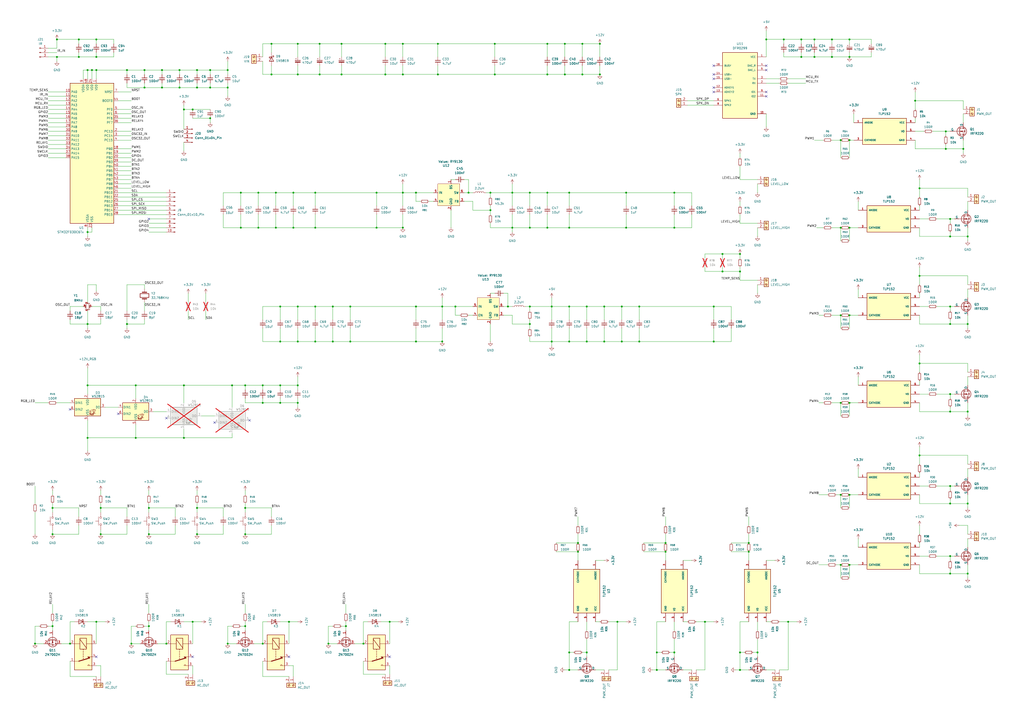
<source format=kicad_sch>
(kicad_sch (version 20250114) (generator "eeschema") (generator_version "9.0")
  (paper "A2")
  (junction (at 340.36 198.12))
  (junction (at 172.72 223.52))
  (junction (at 492.76 81.28))
  (junction (at 149.86 132.08))
  (junction (at 327.66 43.18))
  (junction (at 558.8 86.36))
  (junction (at 152.4 233.68))
  (junction (at 218.44 132.08))
  (junction (at 464.82 22.86))
  (junction (at 78.74 223.52))
  (junction (at 30.48 363.22))
  (junction (at 350.52 198.12))
  (junction (at 551.18 187.96))
  (junction (at 45.72 22.86))
  (junction (at 55.88 33.02))
  (junction (at 162.56 223.52))
  (junction (at 73.66 40.64))
  (junction (at 454.66 22.86))
  (junction (at 210.82 373.38))
  (junction (at 78.74 254))
  (junction (at 487.68 81.28))
  (junction (at 439.42 378.46))
  (junction (at 170.18 111.76))
  (junction (at 233.68 132.08))
  (junction (at 358.14 360.68))
  (junction (at 106.68 63.5))
  (junction (at 167.64 360.68))
  (junction (at 487.68 327.66))
  (junction (at 106.68 223.52))
  (junction (at 414.02 198.12))
  (junction (at 53.34 40.64))
  (junction (at 419.1 157.48))
  (junction (at 157.48 25.4))
  (junction (at 307.34 132.08))
  (junction (at 492.76 132.08))
  (junction (at 182.88 111.76))
  (junction (at 170.18 132.08))
  (junction (at 149.86 111.76))
  (junction (at 226.06 360.68))
  (junction (at 241.3 177.8))
  (junction (at 45.72 33.02))
  (junction (at 160.02 111.76))
  (junction (at 414.02 177.8))
  (junction (at 190.5 373.38))
  (junction (at 55.88 40.64))
  (junction (at 172.72 43.18))
  (junction (at 30.48 309.88))
  (junction (at 337.82 25.4))
  (junction (at 464.82 33.02))
  (junction (at 93.98 50.8))
  (junction (at 327.66 25.4))
  (junction (at 55.88 22.86))
  (junction (at 121.92 40.64))
  (junction (at 132.08 50.8))
  (junction (at 162.56 177.8))
  (junction (at 121.92 68.58))
  (junction (at 492.76 327.66))
  (junction (at 551.18 322.58))
  (junction (at 482.6 33.02))
  (junction (at 254 25.4))
  (junction (at 203.2 198.12))
  (junction (at 160.02 132.08))
  (junction (at 429.26 388.62))
  (junction (at 139.7 111.76))
  (junction (at 307.34 177.8))
  (junction (at 551.18 137.16))
  (junction (at 58.42 309.88))
  (junction (at 200.66 363.22))
  (junction (at 386.08 320.04))
  (junction (at 561.34 238.76))
  (junction (at 335.28 320.04))
  (junction (at 530.86 58.42))
  (junction (at 360.68 177.8))
  (junction (at 121.92 50.8))
  (junction (at 58.42 294.64))
  (junction (at 218.44 111.76))
  (junction (at 223.52 25.4))
  (junction (at 391.16 378.46))
  (junction (at 284.48 111.76))
  (junction (at 492.76 22.86))
  (junction (at 185.42 43.18))
  (junction (at 533.4 264.16))
  (junction (at 548.64 86.36))
  (junction (at 93.98 40.64))
  (junction (at 198.12 25.4))
  (junction (at 330.2 111.76))
  (junction (at 297.18 111.76))
  (junction (at 172.72 198.12))
  (junction (at 360.68 198.12))
  (junction (at 83.82 50.8))
  (junction (at 114.3 294.64))
  (junction (at 172.72 177.8))
  (junction (at 307.34 111.76))
  (junction (at 104.14 40.64))
  (junction (at 40.64 373.38))
  (junction (at 561.34 332.74))
  (junction (at 429.26 378.46))
  (junction (at 55.88 360.68))
  (junction (at 264.16 177.8))
  (junction (at 256.54 198.12))
  (junction (at 561.34 292.1))
  (junction (at 551.18 127))
  (junction (at 320.04 177.8))
  (junction (at 233.68 25.4))
  (junction (at 203.2 177.8))
  (junction (at 419.1 147.32))
  (junction (at 330.2 198.12))
  (junction (at 33.02 22.86))
  (junction (at 363.22 111.76))
  (junction (at 434.34 314.96))
  (junction (at 30.48 294.64))
  (junction (at 50.8 134.62))
  (junction (at 533.4 160.02))
  (junction (at 408.94 360.68))
  (junction (at 487.68 233.68))
  (junction (at 317.5 132.08))
  (junction (at 381 378.46))
  (junction (at 307.34 187.96))
  (junction (at 317.5 25.4))
  (junction (at 434.34 320.04))
  (junction (at 551.18 292.1))
  (junction (at 337.82 43.18))
  (junction (at 551.18 228.6))
  (junction (at 83.82 40.64))
  (junction (at 185.42 25.4))
  (junction (at 86.36 294.64))
  (junction (at 487.68 132.08))
  (junction (at 330.2 388.62))
  (junction (at 533.4 210.82))
  (junction (at 241.3 198.12))
  (junction (at 50.8 254))
  (junction (at 256.54 177.8))
  (junction (at 152.4 223.52))
  (junction (at 104.14 50.8))
  (junction (at 241.3 111.76))
  (junction (at 86.36 363.22))
  (junction (at 271.78 111.76))
  (junction (at 287.02 43.18))
  (junction (at 284.48 121.92))
  (junction (at 198.12 43.18))
  (junction (at 444.5 22.86))
  (junction (at 193.04 177.8))
  (junction (at 330.2 177.8))
  (junction (at 172.72 25.4))
  (junction (at 20.32 373.38))
  (junction (at 111.76 63.5))
  (junction (at 561.34 187.96))
  (junction (at 340.36 177.8))
  (junction (at 492.76 33.02))
  (junction (at 142.24 223.52))
  (junction (at 33.02 33.02))
  (junction (at 492.76 182.88))
  (junction (at 340.36 378.46))
  (junction (at 157.48 43.18))
  (junction (at 386.08 314.96))
  (junction (at 132.08 40.64))
  (junction (at 223.52 43.18))
  (junction (at 330.2 132.08))
  (junction (at 96.52 373.38))
  (junction (at 76.2 373.38))
  (junction (at 492.76 287.02))
  (junction (at 162.56 233.68))
  (junction (at 139.7 132.08))
  (junction (at 254 43.18))
  (junction (at 294.64 177.8))
  (junction (at 391.16 111.76))
  (junction (at 297.18 132.08))
  (junction (at 551.18 177.8))
  (junction (at 370.84 177.8))
  (junction (at 330.2 378.46))
  (junction (at 347.98 25.4))
  (junction (at 114.3 309.88))
  (junction (at 233.68 43.18))
  (junction (at 472.44 22.86))
  (junction (at 111.76 360.68))
  (junction (at 134.62 223.52))
  (junction (at 162.56 198.12))
  (junction (at 370.84 198.12))
  (junction (at 487.68 287.02))
  (junction (at 551.18 238.76))
  (junction (at 182.88 198.12))
  (junction (at 106.68 254))
  (junction (at 233.68 111.76))
  (junction (at 561.34 137.16))
  (junction (at 320.04 198.12))
  (junction (at 182.88 132.08))
  (junction (at 335.28 314.96))
  (junction (at 86.36 309.88))
  (junction (at 73.66 187.96))
  (junction (at 548.64 76.2))
  (junction (at 50.8 187.96))
  (junction (at 482.6 22.86))
  (junction (at 533.4 109.22))
  (junction (at 50.8 223.52))
  (junction (at 381 388.62))
  (junction (at 363.22 132.08))
  (junction (at 114.3 50.8))
  (junction (at 551.18 332.74))
  (junction (at 391.16 132.08))
  (junction (at 551.18 281.94))
  (junction (at 317.5 43.18))
  (junction (at 142.24 294.64))
  (junction (at 350.52 177.8))
  (junction (at 50.8 40.64))
  (junction (at 152.4 373.38))
  (junction (at 114.3 40.64))
  (junction (at 457.2 360.68))
  (junction (at 487.68 182.88))
  (junction (at 492.76 233.68))
  (junction (at 429.26 157.48))
  (junction (at 182.88 177.8))
  (junction (at 317.5 111.76))
  (junction (at 172.72 233.68))
  (junction (at 142.24 363.22))
  (junction (at 429.26 147.32))
  (junction (at 472.44 33.02))
  (junction (at 132.08 373.38))
  (junction (at 287.02 25.4))
  (junction (at 193.04 198.12))
  (junction (at 347.98 43.18))
  (junction (at 142.24 309.88))
  (no_connect (at 414.02 50.8))
  (no_connect (at 55.88 381))
  (no_connect (at 414.02 45.72))
  (no_connect (at 444.5 38.1))
  (no_connect (at 124.46 245.11))
  (no_connect (at 167.64 381))
  (no_connect (at 144.78 243.84))
  (no_connect (at 111.76 381))
  (no_connect (at 68.58 240.03))
  (no_connect (at 96.52 242.57))
  (no_connect (at 444.5 55.88))
  (no_connect (at 444.5 53.34))
  (no_connect (at 414.02 38.1))
  (no_connect (at 414.02 43.18))
  (no_connect (at 86.36 127))
  (no_connect (at 444.5 40.64))
  (no_connect (at 226.06 381))
  (no_connect (at 414.02 53.34))
  (no_connect (at 40.64 237.49))
  (wire (pts (xy 340.36 378.46) (xy 340.36 381)))
  (wire (pts (xy 30.48 294.64) (xy 30.48 297.18)))
  (wire (pts (xy 492.76 233.68) (xy 492.76 241.3)))
  (wire (pts (xy 256.54 177.8) (xy 264.16 177.8)))
  (wire (pts (xy 241.3 177.8) (xy 256.54 177.8)))
  (wire (pts (xy 561.34 114.3) (xy 561.34 109.22)))
  (wire (pts (xy 264.16 182.88) (xy 264.16 177.8)))
  (wire (pts (xy 152.4 231.14) (xy 152.4 233.68)))
  (wire (pts (xy 373.38 320.04) (xy 386.08 320.04)))
  (wire (pts (xy 68.58 63.5) (xy 76.2 63.5)))
  (wire (pts (xy 492.76 287.02) (xy 497.84 287.02)))
  (wire (pts (xy 381 360.68) (xy 381 378.46)))
  (wire (pts (xy 142.24 292.1) (xy 142.24 294.64)))
  (wire (pts (xy 27.94 363.22) (xy 30.48 363.22)))
  (wire (pts (xy 561.34 187.96) (xy 561.34 190.5)))
  (wire (pts (xy 129.54 294.64) (xy 114.3 294.64)))
  (wire (pts (xy 48.26 177.8) (xy 40.64 177.8)))
  (wire (pts (xy 330.2 177.8) (xy 320.04 177.8)))
  (wire (pts (xy 55.88 30.48) (xy 55.88 33.02)))
  (wire (pts (xy 436.88 378.46) (xy 439.42 378.46)))
  (wire (pts (xy 292.1 170.18) (xy 294.64 170.18)))
  (wire (pts (xy 40.64 373.38) (xy 40.64 360.68)))
  (wire (pts (xy 434.34 309.88) (xy 434.34 314.96)))
  (wire (pts (xy 320.04 198.12) (xy 320.04 200.66)))
  (wire (pts (xy 50.8 190.5) (xy 50.8 187.96)))
  (wire (pts (xy 55.88 33.02) (xy 45.72 33.02)))
  (wire (pts (xy 45.72 294.64) (xy 30.48 294.64)))
  (wire (pts (xy 83.82 40.64) (xy 83.82 43.18)))
  (wire (pts (xy 322.58 320.04) (xy 335.28 320.04)))
  (wire (pts (xy 561.34 215.9) (xy 561.34 210.82)))
  (wire (pts (xy 347.98 38.1) (xy 347.98 43.18)))
  (wire (pts (xy 73.66 309.88) (xy 58.42 309.88)))
  (wire (pts (xy 317.5 119.38) (xy 317.5 111.76)))
  (wire (pts (xy 429.26 129.54) (xy 439.42 129.54)))
  (wire (pts (xy 551.18 289.56) (xy 551.18 292.1)))
  (wire (pts (xy 139.7 363.22) (xy 142.24 363.22)))
  (wire (pts (xy 340.36 370.84) (xy 340.36 378.46)))
  (wire (pts (xy 78.74 363.22) (xy 76.2 363.22)))
  (wire (pts (xy 444.5 22.86) (xy 444.5 33.02)))
  (wire (pts (xy 386.08 299.72) (xy 386.08 304.8)))
  (wire (pts (xy 134.62 363.22) (xy 132.08 363.22)))
  (wire (pts (xy 241.3 177.8) (xy 241.3 185.42)))
  (wire (pts (xy 73.66 304.8) (xy 73.66 309.88)))
  (wire (pts (xy 274.32 116.84) (xy 274.32 121.92)))
  (wire (pts (xy 76.2 363.22) (xy 76.2 373.38)))
  (wire (pts (xy 307.34 111.76) (xy 307.34 119.38)))
  (wire (pts (xy 68.58 101.6) (xy 76.2 101.6)))
  (wire (pts (xy 327.66 25.4) (xy 327.66 33.02)))
  (wire (pts (xy 20.32 363.22) (xy 20.32 373.38)))
  (wire (pts (xy 269.24 104.14) (xy 271.78 104.14)))
  (wire (pts (xy 53.34 40.64) (xy 55.88 40.64)))
  (wire (pts (xy 50.8 40.64) (xy 53.34 40.64)))
  (wire (pts (xy 533.4 187.96) (xy 551.18 187.96)))
  (wire (pts (xy 294.64 170.18) (xy 294.64 177.8)))
  (wire (pts (xy 482.6 22.86) (xy 482.6 25.4)))
  (wire (pts (xy 210.82 360.68) (xy 213.36 360.68)))
  (wire (pts (xy 132.08 35.56) (xy 132.08 40.64)))
  (wire (pts (xy 198.12 38.1) (xy 198.12 43.18)))
  (wire (pts (xy 152.4 392.43) (xy 152.4 383.54)))
  (wire (pts (xy 474.98 287.02) (xy 480.06 287.02)))
  (wire (pts (xy 190.5 373.38) (xy 195.58 373.38)))
  (wire (pts (xy 152.4 233.68) (xy 162.56 233.68)))
  (wire (pts (xy 429.26 157.48) (xy 429.26 162.56)))
  (wire (pts (xy 182.88 177.8) (xy 182.88 185.42)))
  (wire (pts (xy 561.34 287.02) (xy 561.34 292.1)))
  (wire (pts (xy 533.4 322.58) (xy 538.48 322.58)))
  (wire (pts (xy 233.68 25.4) (xy 254 25.4)))
  (wire (pts (xy 561.34 264.16) (xy 533.4 264.16)))
  (wire (pts (xy 464.82 22.86) (xy 464.82 25.4)))
  (wire (pts (xy 472.44 30.48) (xy 472.44 33.02)))
  (wire (pts (xy 292.1 177.8) (xy 294.64 177.8)))
  (wire (pts (xy 73.66 299.72) (xy 73.66 294.64)))
  (wire (pts (xy 182.88 111.76) (xy 218.44 111.76)))
  (wire (pts (xy 487.68 91.44) (xy 487.68 81.28)))
  (wire (pts (xy 149.86 111.76) (xy 160.02 111.76)))
  (wire (pts (xy 198.12 43.18) (xy 185.42 43.18)))
  (wire (pts (xy 172.72 25.4) (xy 185.42 25.4)))
  (wire (pts (xy 193.04 363.22) (xy 190.5 363.22)))
  (wire (pts (xy 27.94 30.48) (xy 33.02 30.48)))
  (wire (pts (xy 233.68 38.1) (xy 233.68 43.18)))
  (wire (pts (xy 68.58 81.28) (xy 76.2 81.28)))
  (wire (pts (xy 558.8 81.28) (xy 558.8 86.36)))
  (wire (pts (xy 492.76 182.88) (xy 497.84 182.88)))
  (wire (pts (xy 83.82 40.64) (xy 93.98 40.64)))
  (wire (pts (xy 27.94 88.9) (xy 38.1 88.9)))
  (wire (pts (xy 561.34 182.88) (xy 561.34 187.96)))
  (wire (pts (xy 541.02 76.2) (xy 548.64 76.2)))
  (wire (pts (xy 86.36 294.64) (xy 86.36 297.18)))
  (wire (pts (xy 429.26 388.62) (xy 426.72 388.62)))
  (wire (pts (xy 464.82 33.02) (xy 472.44 33.02)))
  (wire (pts (xy 241.3 116.84) (xy 241.3 111.76)))
  (wire (pts (xy 162.56 226.06) (xy 162.56 223.52)))
  (wire (pts (xy 452.12 388.62) (xy 457.2 388.62)))
  (wire (pts (xy 218.44 111.76) (xy 233.68 111.76)))
  (wire (pts (xy 307.34 124.46) (xy 307.34 132.08)))
  (wire (pts (xy 474.98 233.68) (xy 477.52 233.68)))
  (wire (pts (xy 297.18 182.88) (xy 297.18 187.96)))
  (wire (pts (xy 533.4 233.68) (xy 533.4 238.76)))
  (wire (pts (xy 162.56 198.12) (xy 172.72 198.12)))
  (wire (pts (xy 27.94 63.5) (xy 38.1 63.5)))
  (wire (pts (xy 121.92 68.58) (xy 121.92 71.12)))
  (wire (pts (xy 86.36 132.08) (xy 96.52 132.08)))
  (wire (pts (xy 350.52 177.8) (xy 360.68 177.8)))
  (wire (pts (xy 429.26 378.46) (xy 429.26 388.62)))
  (wire (pts (xy 73.66 294.64) (xy 58.42 294.64)))
  (wire (pts (xy 497.84 271.78) (xy 497.84 276.86)))
  (wire (pts (xy 492.76 81.28) (xy 495.3 81.28)))
  (wire (pts (xy 129.54 304.8) (xy 129.54 309.88)))
  (wire (pts (xy 152.4 190.5) (xy 152.4 198.12)))
  (wire (pts (xy 86.36 129.54) (xy 96.52 129.54)))
  (wire (pts (xy 66.04 33.02) (xy 55.88 33.02)))
  (wire (pts (xy 386.08 360.68) (xy 381 360.68)))
  (wire (pts (xy 50.8 132.08) (xy 50.8 134.62)))
  (wire (pts (xy 419.1 154.94) (xy 419.1 157.48)))
  (wire (pts (xy 330.2 132.08) (xy 363.22 132.08)))
  (wire (pts (xy 337.82 38.1) (xy 337.82 43.18)))
  (wire (pts (xy 414.02 190.5) (xy 414.02 198.12)))
  (wire (pts (xy 218.44 124.46) (xy 218.44 132.08)))
  (wire (pts (xy 287.02 25.4) (xy 287.02 33.02)))
  (wire (pts (xy 111.76 386.08) (xy 111.76 391.16)))
  (wire (pts (xy 548.64 78.74) (xy 548.64 76.2)))
  (wire (pts (xy 50.8 134.62) (xy 50.8 137.16)))
  (wire (pts (xy 170.18 111.76) (xy 170.18 119.38)))
  (wire (pts (xy 370.84 190.5) (xy 370.84 198.12)))
  (wire (pts (xy 147.32 373.38) (xy 152.4 373.38)))
  (wire (pts (xy 86.36 307.34) (xy 86.36 309.88)))
  (wire (pts (xy 27.94 86.36) (xy 38.1 86.36)))
  (wire (pts (xy 233.68 43.18) (xy 254 43.18)))
  (wire (pts (xy 73.66 40.64) (xy 83.82 40.64)))
  (wire (pts (xy 106.68 223.52) (xy 78.74 223.52)))
  (wire (pts (xy 139.7 124.46) (xy 139.7 132.08)))
  (wire (pts (xy 264.16 177.8) (xy 274.32 177.8)))
  (wire (pts (xy 210.82 373.38) (xy 210.82 360.68)))
  (wire (pts (xy 149.86 124.46) (xy 149.86 132.08)))
  (wire (pts (xy 93.98 40.64) (xy 104.14 40.64)))
  (wire (pts (xy 347.98 25.4) (xy 337.82 25.4)))
  (wire (pts (xy 152.4 43.18) (xy 152.4 35.56)))
  (wire (pts (xy 551.18 134.62) (xy 551.18 137.16)))
  (wire (pts (xy 256.54 185.42) (xy 256.54 177.8)))
  (wire (pts (xy 408.94 147.32) (xy 419.1 147.32)))
  (wire (pts (xy 172.72 43.18) (xy 157.48 43.18)))
  (wire (pts (xy 543.56 228.6) (xy 551.18 228.6)))
  (wire (pts (xy 86.36 134.62) (xy 96.52 134.62)))
  (wire (pts (xy 350.52 190.5) (xy 350.52 198.12)))
  (wire (pts (xy 106.68 223.52) (xy 106.68 233.68)))
  (wire (pts (xy 429.26 96.52) (xy 429.26 104.14)))
  (wire (pts (xy 444.5 17.78) (xy 444.5 22.86)))
  (wire (pts (xy 297.18 132.08) (xy 297.18 134.62)))
  (wire (pts (xy 50.8 223.52) (xy 50.8 228.6)))
  (wire (pts (xy 160.02 111.76) (xy 160.02 119.38)))
  (wire (pts (xy 429.26 124.46) (xy 429.26 129.54)))
  (wire (pts (xy 505.46 25.4) (xy 505.46 22.86)))
  (wire (pts (xy 533.4 292.1) (xy 551.18 292.1)))
  (wire (pts (xy 561.34 238.76) (xy 561.34 241.3)))
  (wire (pts (xy 160.02 132.08) (xy 170.18 132.08)))
  (wire (pts (xy 530.86 68.58) (xy 530.86 71.12)))
  (wire (pts (xy 414.02 360.68) (xy 408.94 360.68)))
  (wire (pts (xy 487.68 287.02) (xy 487.68 294.64)))
  (wire (pts (xy 30.48 284.48) (xy 30.48 287.02)))
  (wire (pts (xy 340.36 190.5) (xy 340.36 198.12)))
  (wire (pts (xy 492.76 287.02) (xy 492.76 294.64)))
  (wire (pts (xy 462.28 360.68) (xy 457.2 360.68)))
  (wire (pts (xy 170.18 111.76) (xy 182.88 111.76)))
  (wire (pts (xy 68.58 88.9) (xy 76.2 88.9)))
  (wire (pts (xy 297.18 124.46) (xy 297.18 132.08)))
  (wire (pts (xy 200.66 363.22) (xy 200.66 365.76)))
  (wire (pts (xy 172.72 233.68) (xy 172.72 236.22)))
  (wire (pts (xy 320.04 190.5) (xy 320.04 198.12)))
  (wire (pts (xy 172.72 177.8) (xy 162.56 177.8)))
  (wire (pts (xy 68.58 91.44) (xy 76.2 91.44)))
  (wire (pts (xy 561.34 271.78) (xy 561.34 276.86)))
  (wire (pts (xy 386.08 388.62) (xy 381 388.62)))
  (wire (pts (xy 533.4 182.88) (xy 533.4 187.96)))
  (wire (pts (xy 551.18 236.22) (xy 551.18 238.76)))
  (wire (pts (xy 66.04 22.86) (xy 66.04 25.4)))
  (wire (pts (xy 218.44 111.76) (xy 218.44 119.38)))
  (wire (pts (xy 530.86 58.42) (xy 530.86 63.5)))
  (wire (pts (xy 347.98 25.4) (xy 347.98 33.02)))
  (wire (pts (xy 444.5 48.26) (xy 452.12 48.26)))
  (wire (pts (xy 533.4 274.32) (xy 533.4 276.86)))
  (wire (pts (xy 55.88 45.72) (xy 55.88 40.64)))
  (wire (pts (xy 226.06 360.68) (xy 231.14 360.68)))
  (wire (pts (xy 439.42 106.68) (xy 439.42 111.76)))
  (wire (pts (xy 373.38 314.96) (xy 386.08 314.96)))
  (wire (pts (xy 530.86 76.2) (xy 535.94 76.2)))
  (wire (pts (xy 492.76 91.44) (xy 492.76 81.28)))
  (wire (pts (xy 134.62 254) (xy 106.68 254)))
  (wire (pts (xy 391.16 360.68) (xy 391.16 365.76)))
  (wire (pts (xy 33.02 22.86) (xy 33.02 27.94)))
  (wire (pts (xy 548.64 76.2) (xy 551.18 76.2)))
  (wire (pts (xy 561.34 233.68) (xy 561.34 238.76)))
  (wire (pts (xy 274.32 111.76) (xy 271.78 111.76)))
  (wire (pts (xy 106.68 63.5) (xy 111.76 63.5)))
  (wire (pts (xy 533.4 287.02) (xy 533.4 292.1)))
  (wire (pts (xy 360.68 177.8) (xy 360.68 185.42)))
  (wire (pts (xy 337.82 25.4) (xy 327.66 25.4)))
  (wire (pts (xy 543.56 177.8) (xy 551.18 177.8)))
  (wire (pts (xy 429.26 88.9) (xy 429.26 91.44)))
  (wire (pts (xy 30.48 363.22) (xy 30.48 365.76)))
  (wire (pts (xy 129.54 299.72) (xy 129.54 294.64)))
  (wire (pts (xy 533.4 259.08) (xy 533.4 264.16)))
  (wire (pts (xy 297.18 177.8) (xy 294.64 177.8)))
  (wire (pts (xy 505.46 22.86) (xy 492.76 22.86)))
  (wire (pts (xy 271.78 182.88) (xy 274.32 182.88)))
  (wire (pts (xy 172.72 233.68) (xy 172.72 231.14)))
  (wire (pts (xy 391.16 132.08) (xy 401.32 132.08)))
  (wire (pts (xy 284.48 121.92) (xy 284.48 124.46)))
  (wire (pts (xy 337.82 25.4) (xy 337.82 33.02)))
  (wire (pts (xy 76.2 373.38) (xy 81.28 373.38)))
  (wire (pts (xy 492.76 335.28) (xy 492.76 327.66)))
  (wire (pts (xy 68.58 78.74) (xy 76.2 78.74)))
  (wire (pts (xy 172.72 218.44) (xy 172.72 223.52)))
  (wire (pts (xy 172.72 223.52) (xy 162.56 223.52)))
  (wire (pts (xy 370.84 177.8) (xy 370.84 185.42)))
  (wire (pts (xy 254 43.18) (xy 287.02 43.18)))
  (wire (pts (xy 269.24 111.76) (xy 271.78 111.76)))
  (wire (pts (xy 533.4 109.22) (xy 533.4 114.3)))
  (wire (pts (xy 114.3 43.18) (xy 114.3 40.64)))
  (wire (pts (xy 203.2 198.12) (xy 241.3 198.12)))
  (wire (pts (xy 58.42 386.08) (xy 55.88 386.08)))
  (wire (pts (xy 68.58 96.52) (xy 76.2 96.52)))
  (wire (pts (xy 30.48 360.68) (xy 30.48 363.22)))
  (wire (pts (xy 457.2 360.68) (xy 452.12 360.68)))
  (wire (pts (xy 360.68 198.12) (xy 370.84 198.12)))
  (wire (pts (xy 558.8 86.36) (xy 558.8 88.9)))
  (wire (pts (xy 83.82 165.1) (xy 73.66 165.1)))
  (wire (pts (xy 104.14 50.8) (xy 104.14 48.26)))
  (wire (pts (xy 307.34 111.76) (xy 297.18 111.76)))
  (wire (pts (xy 172.72 190.5) (xy 172.72 198.12)))
  (wire (pts (xy 88.9 238.76) (xy 96.52 238.76)))
  (wire (pts (xy 27.94 73.66) (xy 38.1 73.66)))
  (wire (pts (xy 398.78 60.96) (xy 414.02 60.96)))
  (wire (pts (xy 129.54 132.08) (xy 139.7 132.08)))
  (wire (pts (xy 561.34 304.8) (xy 556.26 304.8)))
  (wire (pts (xy 363.22 124.46) (xy 363.22 132.08)))
  (wire (pts (xy 439.42 378.46) (xy 439.42 381)))
  (wire (pts (xy 551.18 281.94) (xy 553.72 281.94)))
  (wire (pts (xy 558.8 63.5) (xy 558.8 58.42)))
  (wire (pts (xy 68.58 68.58) (xy 76.2 68.58)))
  (wire (pts (xy 317.5 38.1) (xy 317.5 43.18)))
  (wire (pts (xy 340.36 198.12) (xy 350.52 198.12)))
  (wire (pts (xy 48.26 40.64) (xy 50.8 40.64)))
  (wire (pts (xy 414.02 177.8) (xy 424.18 177.8)))
  (wire (pts (xy 561.34 292.1) (xy 561.34 294.64)))
  (wire (pts (xy 30.48 292.1) (xy 30.48 294.64)))
  (wire (pts (xy 27.94 66.04) (xy 38.1 66.04)))
  (wire (pts (xy 398.78 58.42) (xy 414.02 58.42)))
  (wire (pts (xy 132.08 43.18) (xy 132.08 40.64)))
  (wire (pts (xy 233.68 25.4) (xy 223.52 25.4)))
  (wire (pts (xy 401.32 124.46) (xy 401.32 132.08)))
  (wire (pts (xy 307.34 177.8) (xy 320.04 177.8)))
  (wire (pts (xy 543.56 127) (xy 551.18 127)))
  (wire (pts (xy 30.48 307.34) (xy 30.48 309.88)))
  (wire (pts (xy 322.58 314.96) (xy 335.28 314.96)))
  (wire (pts (xy 561.34 332.74) (xy 561.34 335.28)))
  (wire (pts (xy 172.72 25.4) (xy 172.72 33.02)))
  (wire (pts (xy 68.58 53.34) (xy 76.2 53.34)))
  (wire (pts (xy 434.34 299.72) (xy 434.34 304.8)))
  (wire (pts (xy 330.2 124.46) (xy 330.2 132.08)))
  (wire (pts (xy 223.52 391.16) (xy 210.82 391.16)))
  (wire (pts (xy 40.64 360.68) (xy 43.18 360.68)))
  (wire (pts (xy 111.76 360.68) (xy 116.84 360.68)))
  (wire (pts (xy 454.66 22.86) (xy 454.66 25.4)))
  (wire (pts (xy 93.98 48.26) (xy 93.98 50.8)))
  (wire (pts (xy 533.4 127) (xy 538.48 127)))
  (wire (pts (xy 162.56 223.52) (xy 152.4 223.52)))
  (wire (pts (xy 149.86 119.38) (xy 149.86 111.76)))
  (wire (pts (xy 162.56 177.8) (xy 152.4 177.8)))
  (wire (pts (xy 203.2 177.8) (xy 203.2 185.42)))
  (wire (pts (xy 152.4 185.42) (xy 152.4 177.8)))
  (wire (pts (xy 320.04 172.72) (xy 320.04 177.8)))
  (wire (pts (xy 287.02 38.1) (xy 287.02 43.18)))
  (wire (pts (xy 58.42 307.34) (xy 58.42 309.88)))
  (wire (pts (xy 444.5 66.04) (xy 444.5 73.66)))
  (wire (pts (xy 497.84 167.64) (xy 497.84 172.72)))
  (wire (pts (xy 414.02 198.12) (xy 424.18 198.12)))
  (wire (pts (xy 391.16 124.46) (xy 391.16 132.08)))
  (wire (pts (xy 200.66 360.68) (xy 200.66 363.22)))
  (wire (pts (xy 86.36 292.1) (xy 86.36 294.64)))
  (wire (pts (xy 533.4 228.6) (xy 538.48 228.6)))
  (wire (pts (xy 449.58 388.62) (xy 444.5 388.62)))
  (wire (pts (xy 20.32 373.38) (xy 25.4 373.38)))
  (wire (pts (xy 492.76 132.08) (xy 497.84 132.08)))
  (wire (pts (xy 83.82 175.26) (xy 83.82 180.34)))
  (wire (pts (xy 429.26 116.84) (xy 429.26 119.38)))
  (wire (pts (xy 551.18 129.54) (xy 551.18 127)))
  (wire (pts (xy 350.52 388.62) (xy 345.44 388.62)))
  (wire (pts (xy 487.68 132.08) (xy 487.68 139.7)))
  (wire (pts (xy 73.66 50.8) (xy 83.82 50.8)))
  (wire (pts (xy 93.98 50.8) (xy 104.14 50.8)))
  (wire (pts (xy 561.34 312.42) (xy 561.34 317.5)))
  (wire (pts (xy 114.3 307.34) (xy 114.3 309.88)))
  (wire (pts (xy 561.34 327.66) (xy 561.34 332.74)))
  (wire (pts (xy 50.8 254) (xy 78.74 254)))
  (wire (pts (xy 482.6 132.08) (xy 487.68 132.08)))
  (wire (pts (xy 241.3 190.5) (xy 241.3 198.12)))
  (wire (pts (xy 134.62 223.52) (xy 142.24 223.52)))
  (wire (pts (xy 533.4 264.16) (xy 533.4 269.24)))
  (wire (pts (xy 429.26 360.68) (xy 429.26 378.46)))
  (wire (pts (xy 248.92 116.84) (xy 251.46 116.84)))
  (wire (pts (xy 172.72 226.06) (xy 172.72 223.52)))
  (wire (pts (xy 119.38 170.18) (xy 119.38 175.26)))
  (wire (pts (xy 474.98 327.66) (xy 480.06 327.66)))
  (wire (pts (xy 391.16 370.84) (xy 391.16 378.46)))
  (wire (pts (xy 167.64 360.68) (xy 172.72 360.68)))
  (wire (pts (xy 96.52 360.68) (xy 99.06 360.68)))
  (wire (pts (xy 551.18 231.14) (xy 551.18 228.6)))
  (wire (pts (xy 68.58 71.12) (xy 76.2 71.12)))
  (wire (pts (xy 551.18 330.2) (xy 551.18 332.74)))
  (wire (pts (xy 335.28 299.72) (xy 335.28 304.8)))
  (wire (pts (xy 439.42 370.84) (xy 439.42 378.46)))
  (wire (pts (xy 487.68 335.28) (xy 487.68 327.66)))
  (wire (pts (xy 495.3 66.04) (xy 495.3 71.12)))
  (wire (pts (xy 139.7 111.76) (xy 139.7 119.38)))
  (wire (pts (xy 68.58 116.84) (xy 96.52 116.84)))
  (wire (pts (xy 53.34 134.62) (xy 50.8 134.62)))
  (wire (pts (xy 40.64 185.42) (xy 40.64 187.96)))
  (wire (pts (xy 20.32 297.18) (xy 20.32 309.88)))
  (wire (pts (xy 109.22 391.16) (xy 96.52 391.16)))
  (wire (pts (xy 162.56 233.68) (xy 172.72 233.68)))
  (wire (pts (xy 58.42 294.64) (xy 58.42 297.18)))
  (wire (pts (xy 55.88 22.86) (xy 55.88 25.4)))
  (wire (pts (xy 167.64 360.68) (xy 162.56 360.68)))
  (wire (pts (xy 185.42 38.1) (xy 185.42 43.18)))
  (wire (pts (xy 297.18 132.08) (xy 307.34 132.08)))
  (wire (pts (xy 45.72 30.48) (xy 45.72 33.02)))
  (wire (pts (xy 233.68 111.76) (xy 241.3 111.76)))
  (wire (pts (xy 551.18 332.74) (xy 561.34 332.74)))
  (wire (pts (xy 68.58 93.98) (xy 76.2 93.98)))
  (wire (pts (xy 157.48 294.64) (xy 142.24 294.64)))
  (wire (pts (xy 457.2 388.62) (xy 457.2 360.68)))
  (wire (pts (xy 78.74 254) (xy 106.68 254)))
  (wire (pts (xy 408.94 154.94) (xy 408.94 157.48)))
  (wire (pts (xy 419.1 147.32) (xy 419.1 149.86)))
  (wire (pts (xy 119.38 180.34) (xy 119.38 185.42)))
  (wire (pts (xy 482.6 30.48) (xy 482.6 33.02)))
  (wire (pts (xy 66.04 30.48) (xy 66.04 33.02)))
  (wire (pts (xy 33.02 233.68) (xy 40.64 233.68)))
  (wire (pts (xy 533.4 314.96) (xy 533.4 317.5)))
  (wire (pts (xy 55.88 360.68) (xy 60.96 360.68)))
  (wire (pts (xy 198.12 43.18) (xy 223.52 43.18)))
  (wire (pts (xy 287.02 43.18) (xy 317.5 43.18)))
  (wire (pts (xy 68.58 99.06) (xy 76.2 99.06)))
  (wire (pts (xy 419.1 147.32) (xy 429.26 147.32)))
  (wire (pts (xy 401.32 325.12) (xy 396.24 325.12)))
  (wire (pts (xy 53.34 132.08) (xy 53.34 134.62)))
  (wire (pts (xy 172.72 185.42) (xy 172.72 177.8)))
  (wire (pts (xy 132.08 50.8) (xy 132.08 55.88)))
  (wire (pts (xy 533.4 170.18) (xy 533.4 172.72)))
  (wire (pts (xy 485.14 327.66) (xy 487.68 327.66)))
  (wire (pts (xy 408.94 360.68) (xy 403.86 360.68)))
  (wire (pts (xy 370.84 177.8) (xy 414.02 177.8)))
  (wire (pts (xy 152.4 360.68) (xy 154.94 360.68)))
  (wire (pts (xy 172.72 198.12) (xy 182.88 198.12)))
  (wire (pts (xy 530.86 81.28) (xy 530.86 86.36)))
  (wire (pts (xy 50.8 180.34) (xy 50.8 187.96)))
  (wire (pts (xy 307.34 198.12) (xy 320.04 198.12)))
  (wire (pts (xy 162.56 231.14) (xy 162.56 233.68)))
  (wire (pts (xy 530.86 53.34) (xy 530.86 58.42)))
  (wire (pts (xy 347.98 43.18) (xy 337.82 43.18)))
  (wire (pts (xy 83.82 187.96) (xy 73.66 187.96)))
  (wire (pts (xy 439.42 132.08) (xy 439.42 137.16)))
  (wire (pts (xy 193.04 177.8) (xy 203.2 177.8)))
  (wire (pts (xy 386.08 309.88) (xy 386.08 314.96)))
  (wire (pts (xy 233.68 25.4) (xy 233.68 33.02)))
  (wire (pts (xy 297.18 182.88) (xy 292.1 182.88)))
  (wire (pts (xy 33.02 22.86) (xy 45.72 22.86)))
  (wire (pts (xy 106.68 60.96) (xy 106.68 63.5)))
  (wire (pts (xy 139.7 111.76) (xy 129.54 111.76)))
  (wire (pts (xy 226.06 373.38) (xy 226.06 360.68)))
  (wire (pts (xy 464.82 22.86) (xy 472.44 22.86)))
  (wire (pts (xy 464.82 30.48) (xy 464.82 33.02)))
  (wire (pts (xy 86.36 350.52) (xy 86.36 355.6)))
  (wire (pts (xy 53.34 40.64) (xy 53.34 45.72)))
  (wire (pts (xy 497.84 116.84) (xy 497.84 121.92)))
  (wire (pts (xy 254 25.4) (xy 287.02 25.4)))
  (wire (pts (xy 185.42 43.18) (xy 172.72 43.18)))
  (wire (pts (xy 551.18 185.42) (xy 551.18 187.96)))
  (wire (pts (xy 340.36 177.8) (xy 350.52 177.8)))
  (wire (pts (xy 233.68 106.68) (xy 233.68 111.76)))
  (wire (pts (xy 73.66 165.1) (xy 73.66 180.34)))
  (wire (pts (xy 454.66 33.02) (xy 464.82 33.02)))
  (wire (pts (xy 330.2 111.76) (xy 330.2 119.38)))
  (wire (pts (xy 20.32 233.68) (xy 27.94 233.68)))
  (wire (pts (xy 447.04 360.68) (xy 444.5 360.68)))
  (wire (pts (xy 533.4 205.74) (xy 533.4 210.82)))
  (wire (pts (xy 297.18 187.96) (xy 307.34 187.96)))
  (wire (pts (xy 304.8 177.8) (xy 307.34 177.8)))
  (wire (pts (xy 424.18 314.96) (xy 434.34 314.96)))
  (wire (pts (xy 233.68 43.18) (xy 223.52 43.18)))
  (wire (pts (xy 86.36 363.22) (xy 86.36 365.76)))
  (wire (pts (xy 60.96 236.22) (xy 68.58 236.22)))
  (wire (pts (xy 129.54 119.38) (xy 129.54 111.76)))
  (wire (pts (xy 391.16 378.46) (xy 391.16 381)))
  (wire (pts (xy 157.48 43.18) (xy 152.4 43.18)))
  (wire (pts (xy 485.14 287.02) (xy 487.68 287.02)))
  (wire (pts (xy 261.62 104.14) (xy 264.16 104.14)))
  (wire (pts (xy 73.66 48.26) (xy 73.66 50.8)))
  (wire (pts (xy 353.06 388.62) (xy 358.14 388.62)))
  (wire (pts (xy 172.72 177.8) (xy 182.88 177.8)))
  (wire (pts (xy 561.34 109.22) (xy 533.4 109.22)))
  (wire (pts (xy 68.58 121.92) (xy 96.52 121.92)))
  (wire (pts (xy 68.58 119.38) (xy 96.52 119.38)))
  (wire (pts (xy 347.98 360.68) (xy 345.44 360.68)))
  (wire (pts (xy 45.72 309.88) (xy 30.48 309.88)))
  (wire (pts (xy 307.34 187.96) (xy 307.34 185.42)))
  (wire (pts (xy 203.2 190.5) (xy 203.2 198.12)))
  (wire (pts (xy 551.18 137.16) (xy 561.34 137.16)))
  (wire (pts (xy 320.04 185.42) (xy 320.04 177.8)))
  (wire (pts (xy 551.18 292.1) (xy 561.34 292.1)))
  (wire (pts (xy 332.74 378.46) (xy 330.2 378.46)))
  (wire (pts (xy 327.66 25.4) (xy 317.5 25.4)))
  (wire (pts (xy 497.84 218.44) (xy 497.84 223.52)))
  (wire (pts (xy 193.04 198.12) (xy 203.2 198.12)))
  (wire (pts (xy 551.18 180.34) (xy 551.18 177.8)))
  (wire (pts (xy 561.34 137.16) (xy 561.34 139.7)))
  (wire (pts (xy 106.68 248.92) (xy 106.68 254)))
  (wire (pts (xy 160.02 111.76) (xy 170.18 111.76)))
  (wire (pts (xy 274.32 116.84) (xy 269.24 116.84)))
  (wire (pts (xy 533.4 177.8) (xy 538.48 177.8)))
  (wire (pts (xy 27.94 53.34) (xy 38.1 53.34)))
  (wire (pts (xy 254 25.4) (xy 254 33.02)))
  (wire (pts (xy 157.48 299.72) (xy 157.48 294.64)))
  (wire (pts (xy 457.2 48.26) (xy 467.36 48.26)))
  (wire (pts (xy 350.52 198.12) (xy 360.68 198.12)))
  (wire (pts (xy 134.62 223.52) (xy 134.62 236.22)))
  (wire (pts (xy 360.68 190.5) (xy 360.68 198.12)))
  (wire (pts (xy 83.82 50.8) (xy 93.98 50.8)))
  (wire (pts (xy 284.48 129.54) (xy 284.48 132.08)))
  (wire (pts (xy 27.94 60.96) (xy 38.1 60.96)))
  (wire (pts (xy 109.22 170.18) (xy 109.22 175.26)))
  (wire (pts (xy 58.42 185.42) (xy 58.42 187.96)))
  (wire (pts (xy 134.62 223.52) (xy 106.68 223.52)))
  (wire (pts (xy 241.3 111.76) (xy 251.46 111.76)))
  (wire (pts (xy 350.52 177.8) (xy 350.52 185.42)))
  (wire (pts (xy 68.58 66.04) (xy 76.2 66.04)))
  (wire (pts (xy 464.82 22.86) (xy 454.66 22.86)))
  (wire (pts (xy 86.36 360.68) (xy 86.36 363.22)))
  (wire (pts (xy 50.8 223.52) (xy 78.74 223.52)))
  (wire (pts (xy 284.48 170.18) (xy 287.02 170.18)))
  (wire (pts (xy 261.62 121.92) (xy 261.62 132.08)))
  (wire (pts (xy 73.66 187.96) (xy 73.66 190.5)))
  (wire (pts (xy 101.6 309.88) (xy 86.36 309.88)))
  (wire (pts (xy 551.18 284.48) (xy 551.18 281.94)))
  (wire (pts (xy 561.34 210.82) (xy 533.4 210.82)))
  (wire (pts (xy 27.94 58.42) (xy 38.1 58.42)))
  (wire (pts (xy 111.76 63.5) (xy 121.92 63.5)))
  (wire (pts (xy 487.68 182.88) (xy 487.68 190.5)))
  (wire (pts (xy 27.94 55.88) (xy 38.1 55.88)))
  (wire (pts (xy 55.88 22.86) (xy 66.04 22.86)))
  (wire (pts (xy 335.28 309.88) (xy 335.28 314.96)))
  (wire (pts (xy 444.5 45.72) (xy 452.12 45.72)))
  (wire (pts (xy 121.92 50.8) (xy 132.08 50.8)))
  (wire (pts (xy 317.5 25.4) (xy 317.5 33.02)))
  (wire (pts (xy 200.66 350.52) (xy 200.66 355.6)))
  (wire (pts (xy 50.8 213.36) (xy 50.8 223.52)))
  (wire (pts (xy 55.88 40.64) (xy 73.66 40.64)))
  (wire (pts (xy 297.18 106.68) (xy 297.18 111.76)))
  (wire (pts (xy 317.5 111.76) (xy 307.34 111.76)))
  (wire (pts (xy 68.58 58.42) (xy 76.2 58.42)))
  (wire (pts (xy 358.14 360.68) (xy 353.06 360.68)))
  (wire (pts (xy 83.82 48.26) (xy 83.82 50.8)))
  (wire (pts (xy 86.36 284.48) (xy 86.36 287.02)))
  (wire (pts (xy 78.74 223.52) (xy 78.74 231.14)))
  (wire (pts (xy 157.48 304.8) (xy 157.48 309.88)))
  (wire (pts (xy 68.58 104.14) (xy 76.2 104.14)))
  (wire (pts (xy 182.88 124.46) (xy 182.88 132.08)))
  (wire (pts (xy 530.86 86.36) (xy 548.64 86.36)))
  (wire (pts (xy 68.58 109.22) (xy 76.2 109.22)))
  (wire (pts (xy 182.88 111.76) (xy 182.88 119.38)))
  (wire (pts (xy 551.18 228.6) (xy 553.72 228.6)))
  (wire (pts (xy 142.24 284.48) (xy 142.24 287.02)))
  (wire (pts (xy 434.34 360.68) (xy 429.26 360.68)))
  (wire (pts (xy 561.34 309.88) (xy 561.34 304.8)))
  (wire (pts (xy 482.6 33.02) (xy 492.76 33.02)))
  (wire (pts (xy 408.94 157.48) (xy 419.1 157.48)))
  (wire (pts (xy 561.34 160.02) (xy 533.4 160.02)))
  (wire (pts (xy 363.22 111.76) (xy 391.16 111.76)))
  (wire (pts (xy 233.68 119.38) (xy 233.68 111.76)))
  (wire (pts (xy 401.32 388.62) (xy 396.24 388.62)))
  (wire (pts (xy 533.4 160.02) (xy 533.4 165.1)))
  (wire (pts (xy 114.3 48.26) (xy 114.3 50.8)))
  (wire (pts (xy 68.58 76.2) (xy 76.2 76.2)))
  (wire (pts (xy 386.08 320.04) (xy 386.08 325.12)))
  (wire (pts (xy 33.02 35.56) (xy 33.02 33.02)))
  (wire (pts (xy 317.5 111.76) (xy 330.2 111.76)))
  (wire (pts (xy 424.18 190.5) (xy 424.18 198.12)))
  (wire (pts (xy 142.24 363.22) (xy 142.24 365.76)))
  (wire (pts (xy 284.48 111.76) (xy 284.48 114.3)))
  (wire (pts (xy 482.6 22.86) (xy 492.76 22.86)))
  (wire (pts (xy 548.64 86.36) (xy 558.8 86.36)))
  (wire (pts (xy 160.02 124.46) (xy 160.02 132.08)))
  (wire (pts (xy 226.06 386.08) (xy 226.06 391.16)))
  (wire (pts (xy 27.94 68.58) (xy 38.1 68.58)))
  (wire (pts (xy 561.34 218.44) (xy 561.34 223.52)))
  (wire (pts (xy 27.94 83.82) (xy 38.1 83.82)))
  (wire (pts (xy 162.56 177.8) (xy 162.56 185.42)))
  (wire (pts (xy 198.12 363.22) (xy 200.66 363.22)))
  (wire (pts (xy 297.18 119.38) (xy 297.18 111.76)))
  (wire (pts (xy 317.5 132.08) (xy 330.2 132.08)))
  (wire (pts (xy 256.54 172.72) (xy 256.54 177.8)))
  (wire (pts (xy 203.2 177.8) (xy 241.3 177.8)))
  (wire (pts (xy 457.2 45.72) (xy 467.36 45.72)))
  (wire (pts (xy 132.08 363.22) (xy 132.08 373.38)))
  (wire (pts (xy 27.94 71.12) (xy 38.1 71.12)))
  (wire (pts (xy 48.26 45.72) (xy 48.26 40.64)))
  (wire (pts (xy 363.22 360.68) (xy 358.14 360.68)))
  (wire (pts (xy 287.02 25.4) (xy 317.5 25.4)))
  (wire (pts (xy 340.36 177.8) (xy 330.2 177.8)))
  (wire (pts (xy 116.84 241.3) (xy 124.46 241.3)))
  (wire (pts (xy 45.72 304.8) (xy 45.72 309.88)))
  (wire (pts (xy 50.8 40.64) (xy 50.8 45.72)))
  (wire (pts (xy 152.4 198.12) (xy 162.56 198.12)))
  (wire (pts (xy 327.66 43.18) (xy 317.5 43.18)))
  (wire (pts (xy 45.72 25.4) (xy 45.72 22.86)))
  (wire (pts (xy 561.34 116.84) (xy 561.34 121.92)))
  (wire (pts (xy 50.8 187.96) (xy 58.42 187.96)))
  (wire (pts (xy 403.86 388.62) (xy 408.94 388.62)))
  (wire (pts (xy 101.6 304.8) (xy 101.6 309.88)))
  (wire (pts (xy 558.8 66.04) (xy 558.8 71.12)))
  (wire (pts (xy 142.24 223.52) (xy 142.24 226.06)))
  (wire (pts (xy 162.56 190.5) (xy 162.56 198.12)))
  (wire (pts (xy 363.22 132.08) (xy 391.16 132.08)))
  (wire (pts (xy 73.66 185.42) (xy 73.66 187.96)))
  (wire (pts (xy 149.86 132.08) (xy 160.02 132.08)))
  (wire (pts (xy 96.52 373.38) (xy 96.52 360.68)))
  (wire (pts (xy 307.34 177.8) (xy 307.34 180.34)))
  (wire (pts (xy 391.16 111.76) (xy 391.16 119.38)))
  (wire (pts (xy 449.58 325.12) (xy 444.5 325.12)))
  (wire (pts (xy 408.94 149.86) (xy 408.94 147.32)))
  (wire (pts (xy 101.6 299.72) (xy 101.6 294.64)))
  (wire (pts (xy 182.88 190.5) (xy 182.88 198.12)))
  (wire (pts (xy 68.58 114.3) (xy 96.52 114.3)))
  (wire (pts (xy 335.28 320.04) (xy 335.28 325.12)))
  (wire (pts (xy 68.58 124.46) (xy 96.52 124.46)))
  (wire (pts (xy 358.14 388.62) (xy 358.14 360.68)))
  (wire (pts (xy 543.56 322.58) (xy 551.18 322.58)))
  (wire (pts (xy 533.4 281.94) (xy 538.48 281.94)))
  (wire (pts (xy 533.4 137.16) (xy 551.18 137.16)))
  (wire (pts (xy 492.76 25.4) (xy 492.76 22.86)))
  (wire (pts (xy 53.34 177.8) (xy 58.42 177.8)))
  (wire (pts (xy 223.52 25.4) (xy 223.52 33.02)))
  (wire (pts (xy 439.42 162.56) (xy 429.26 162.56)))
  (wire (pts (xy 533.4 104.14) (xy 533.4 109.22)))
  (wire (pts (xy 561.34 132.08) (xy 561.34 137.16)))
  (wire (pts (xy 114.3 50.8) (xy 104.14 50.8)))
  (wire (pts (xy 193.04 177.8) (xy 193.04 185.42)))
  (wire (pts (xy 83.82 185.42) (xy 83.82 187.96)))
  (wire (pts (xy 101.6 294.64) (xy 86.36 294.64)))
  (wire (pts (xy 401.32 119.38) (xy 401.32 111.76)))
  (wire (pts (xy 142.24 294.64) (xy 142.24 297.18)))
  (wire (pts (xy 505.46 33.02) (xy 492.76 33.02)))
  (wire (pts (xy 414.02 177.8) (xy 414.02 185.42)))
  (wire (pts (xy 223.52 38.1) (xy 223.52 43.18)))
  (wire (pts (xy 109.22 180.34) (xy 109.22 185.42)))
  (wire (pts (xy 198.12 25.4) (xy 198.12 33.02)))
  (wire (pts (xy 152.4 25.4) (xy 157.48 25.4)))
  (wire (pts (xy 40.64 392.43) (xy 40.64 383.54)))
  (wire (pts (xy 40.64 177.8) (xy 40.64 180.34)))
  (wire (pts (xy 284.48 121.92) (xy 284.48 119.38)))
  (wire (pts (xy 152.4 223.52) (xy 152.4 226.06)))
  (wire (pts (xy 434.34 320.04) (xy 434.34 325.12)))
  (wire (pts (xy 27.94 78.74) (xy 38.1 78.74)))
  (wire (pts (xy 182.88 132.08) (xy 218.44 132.08)))
  (wire (pts (xy 533.4 132.08) (xy 533.4 137.16)))
  (wire (pts (xy 320.04 198.12) (xy 330.2 198.12)))
  (wire (pts (xy 157.48 25.4) (xy 172.72 25.4)))
  (wire (pts (xy 68.58 111.76) (xy 96.52 111.76)))
  (wire (pts (xy 266.7 182.88) (xy 264.16 182.88)))
  (wire (pts (xy 543.56 281.94) (xy 551.18 281.94)))
  (wire (pts (xy 93.98 40.64) (xy 93.98 43.18)))
  (wire (pts (xy 284.48 187.96) (xy 284.48 198.12)))
  (wire (pts (xy 129.54 124.46) (xy 129.54 132.08)))
  (wire (pts (xy 533.4 154.94) (xy 533.4 160.02)))
  (wire (pts (xy 157.48 309.88) (xy 142.24 309.88)))
  (wire (pts (xy 218.44 132.08) (xy 233.68 132.08)))
  (wire (pts (xy 27.94 76.2) (xy 38.1 76.2)))
  (wire (pts (xy 551.18 325.12) (xy 551.18 322.58)))
  (wire (pts (xy 429.26 154.94) (xy 429.26 157.48)))
  (wire (pts (xy 241.3 198.12) (xy 256.54 198.12)))
  (wire (pts (xy 170.18 132.08) (xy 182.88 132.08)))
  (wire (pts (xy 58.42 177.8) (xy 58.42 180.34)))
  (wire (pts (xy 111.76 68.58) (xy 121.92 68.58)))
  (wire (pts (xy 561.34 167.64) (xy 561.34 172.72)))
  (wire (pts (xy 330.2 111.76) (xy 363.22 111.76)))
  (wire (pts (xy 35.56 373.38) (xy 40.64 373.38)))
  (wire (pts (xy 132.08 48.26) (xy 132.08 50.8)))
  (wire (pts (xy 55.88 392.43) (xy 40.64 392.43)))
  (wire (pts (xy 408.94 388.62) (xy 408.94 360.68)))
  (wire (pts (xy 274.32 121.92) (xy 284.48 121.92)))
  (wire (pts (xy 381 378.46) (xy 381 388.62)))
  (wire (pts (xy 431.8 378.46) (xy 429.26 378.46)))
  (wire (pts (xy 256.54 190.5) (xy 256.54 198.12)))
  (wire (pts (xy 58.42 284.48) (xy 58.42 287.02)))
  (wire (pts (xy 505.46 30.48) (xy 505.46 33.02)))
  (wire (pts (xy 398.78 360.68) (xy 396.24 360.68)))
  (wire (pts (xy 233.68 124.46) (xy 233.68 132.08)))
  (wire (pts (xy 157.48 25.4) (xy 157.48 30.48)))
  (wire (pts (xy 134.62 254) (xy 134.62 251.46)))
  (wire (pts (xy 96.52 391.16) (xy 96.52 383.54)))
  (wire (pts (xy 454.66 30.48) (xy 454.66 33.02)))
  (wire (pts (xy 561.34 269.24) (xy 561.34 264.16)))
  (wire (pts (xy 20.32 281.94) (xy 20.32 292.1)))
  (wire (pts (xy 439.42 360.68) (xy 439.42 365.76)))
  (wire (pts (xy 83.82 165.1) (xy 83.82 167.64)))
  (wire (pts (xy 167.64 392.43) (xy 152.4 392.43)))
  (wire (pts (xy 533.4 238.76) (xy 551.18 238.76)))
  (wire (pts (xy 193.04 190.5) (xy 193.04 198.12)))
  (wire (pts (xy 472.44 33.02) (xy 482.6 33.02)))
  (wire (pts (xy 551.18 238.76) (xy 561.34 238.76)))
  (wire (pts (xy 533.4 327.66) (xy 533.4 332.74)))
  (wire (pts (xy 558.8 58.42) (xy 530.86 58.42)))
  (wire (pts (xy 327.66 38.1) (xy 327.66 43.18)))
  (wire (pts (xy 473.71 132.08) (xy 477.52 132.08)))
  (wire (pts (xy 106.68 63.5) (xy 106.68 74.93)))
  (wire (pts (xy 114.3 40.64) (xy 104.14 40.64)))
  (wire (pts (xy 533.4 210.82) (xy 533.4 215.9)))
  (wire (pts (xy 381 388.62) (xy 378.46 388.62)))
  (wire (pts (xy 167.64 373.38) (xy 167.64 360.68)))
  (wire (pts (xy 114.3 50.8) (xy 121.92 50.8)))
  (wire (pts (xy 340.36 185.42) (xy 340.36 177.8)))
  (wire (pts (xy 152.4 373.38) (xy 152.4 360.68)))
  (wire (pts (xy 492.76 182.88) (xy 492.76 190.5)))
  (wire (pts (xy 86.36 127) (xy 96.52 127)))
  (wire (pts (xy 139.7 132.08) (xy 149.86 132.08)))
  (wire (pts (xy 172.72 38.1) (xy 172.72 43.18)))
  (wire (pts (xy 58.42 392.43) (xy 58.42 386.08)))
  (wire (pts (xy 337.82 378.46) (xy 340.36 378.46)))
  (wire (pts (xy 330.2 177.8) (xy 330.2 185.42)))
  (wire (pts (xy 335.28 360.68) (xy 330.2 360.68)))
  (wire (pts (xy 419.1 157.48) (xy 429.26 157.48)))
  (wire (pts (xy 114.3 294.64) (xy 114.3 297.18)))
  (wire (pts (xy 142.24 307.34) (xy 142.24 309.88)))
  (wire (pts (xy 337.82 43.18) (xy 327.66 43.18)))
  (wire (pts (xy 149.86 111.76) (xy 139.7 111.76)))
  (wire (pts (xy 114.3 40.64) (xy 121.92 40.64)))
  (wire (pts (xy 83.82 363.22) (xy 86.36 363.22)))
  (wire (pts (xy 185.42 25.4) (xy 185.42 33.02)))
  (wire (pts (xy 424.18 320.04) (xy 434.34 320.04)))
  (wire (pts (xy 121.92 40.64) (xy 132.08 40.64)))
  (wire (pts (xy 114.3 292.1) (xy 114.3 294.64)))
  (wire (pts (xy 474.98 182.88) (xy 477.52 182.88)))
  (wire (pts (xy 182.88 198.12) (xy 193.04 198.12)))
  (wire (pts (xy 492.76 233.68) (xy 497.84 233.68)))
  (wire (pts (xy 317.5 124.46) (xy 317.5 132.08)))
  (wire (pts (xy 198.12 25.4) (xy 223.52 25.4)))
  (wire (pts (xy 73.66 40.64) (xy 73.66 43.18)))
  (wire (pts (xy 185.42 25.4) (xy 198.12 25.4)))
  (wire (pts (xy 55.88 373.38) (xy 55.88 360.68)))
  (wire (pts (xy 45.72 33.02) (xy 33.02 33.02)))
  (wire (pts (xy 551.18 187.96) (xy 561.34 187.96)))
  (wire (pts (xy 27.94 27.94) (xy 33.02 27.94)))
  (wire (pts (xy 429.26 104.14) (xy 439.42 104.14)))
  (wire (pts (xy 350.52 325.12) (xy 345.44 325.12)))
  (wire (pts (xy 33.02 33.02) (xy 27.94 33.02)))
  (wire (pts (xy 226.06 360.68) (xy 220.98 360.68)))
  (wire (pts (xy 58.42 292.1) (xy 58.42 294.64)))
  (wire (pts (xy 307.34 195.58) (xy 307.34 198.12)))
  (wire (pts (xy 330.2 388.62) (xy 327.66 388.62)))
  (wire (pts (xy 388.62 378.46) (xy 391.16 378.46)))
  (wire (pts (xy 243.84 116.84) (xy 241.3 116.84)))
  (wire (pts (xy 281.94 111.76) (xy 284.48 111.76)))
  (wire (pts (xy 330.2 198.12) (xy 340.36 198.12)))
  (wire (pts (xy 152.4 33.02) (xy 152.4 25.4)))
  (wire (pts (xy 439.42 165.1) (xy 439.42 170.18)))
  (wire (pts (xy 533.4 332.74) (xy 551.18 332.74)))
  (wire (pts (xy 533.4 304.8) (xy 533.4 309.88)))
  (wire (pts (xy 482.6 81.28) (xy 487.68 81.28)))
  (wire (pts (xy 391.16 111.76) (xy 401.32 111.76)))
  (wire (pts (xy 45.72 22.86) (xy 55.88 22.86)))
  (wire (pts (xy 472.44 81.28) (xy 477.52 81.28)))
  (wire (pts (xy 55.88 165.1) (xy 55.88 168.91)))
  (wire (pts (xy 50.8 261.62) (xy 50.8 254)))
  (wire (pts (xy 50.8 165.1) (xy 55.88 165.1)))
  (wire (pts (xy 360.68 177.8) (xy 370.84 177.8)))
  (wire (pts (xy 114.3 284.48) (xy 114.3 287.02)))
  (wire (pts (xy 492.76 139.7) (xy 492.76 132.08)))
  (wire (pts (xy 142.24 350.52) (xy 142.24 355.6)))
  (wire (pts (xy 205.74 373.38) (xy 210.82 373.38)))
  (wire (pts (xy 45.72 299.72) (xy 45.72 294.64)))
  (wire (pts (xy 111.76 373.38) (xy 111.76 360.68)))
  (wire (pts (xy 190.5 363.22) (xy 190.5 373.38)))
  (wire (pts (xy 170.18 386.08) (xy 167.64 386.08)))
  (wire (pts (xy 142.24 360.68) (xy 142.24 363.22)))
  (wire (pts (xy 210.82 391.16) (xy 210.82 383.54)))
  (wire (pts (xy 307.34 132.08) (xy 317.5 132.08)))
  (wire (pts (xy 104.14 40.64) (xy 104.14 43.18)))
  (wire (pts (xy 91.44 373.38) (xy 96.52 373.38)))
  (wire (pts (xy 533.4 119.38) (xy 533.4 121.92)))
  (wire (pts (xy 472.44 22.86) (xy 482.6 22.86)))
  (wire (pts (xy 27.94 91.44) (xy 38.1 91.44)))
  (wire (pts (xy 157.48 38.1) (xy 157.48 43.18)))
  (wire (pts (xy 129.54 309.88) (xy 114.3 309.88)))
  (wire (pts (xy 55.88 360.68) (xy 50.8 360.68)))
  (wire (pts (xy 121.92 48.26) (xy 121.92 50.8)))
  (wire (pts (xy 330.2 360.68) (xy 330.2 378.46)))
  (wire (pts (xy 429.26 147.32) (xy 429.26 149.86)))
  (wire (pts (xy 111.76 360.68) (xy 106.68 360.68)))
  (wire (pts (xy 340.36 360.68) (xy 340.36 365.76)))
  (wire (pts (xy 142.24 223.52) (xy 152.4 223.52)))
  (wire (pts (xy 68.58 106.68) (xy 76.2 106.68)))
  (wire (pts (xy 271.78 104.14) (xy 271.78 111.76)))
  (wire (pts (xy 482.6 182.88) (xy 487.68 182.88)))
  (wire (pts (xy 434.34 388.62) (xy 429.26 388.62)))
  (wire (pts (xy 121.92 43.18) (xy 121.92 40.64)))
  (wire (pts (xy 22.86 363.22) (xy 20.32 363.22)))
  (wire (pts (xy 383.54 378.46) (xy 381 378.46)))
  (wire (pts (xy 370.84 198.12) (xy 414.02 198.12)))
  (wire (pts (xy 78.74 246.38) (xy 78.74 254)))
  (wire (pts (xy 132.08 373.38) (xy 137.16 373.38)))
  (wire (pts (xy 492.76 327.66) (xy 497.84 327.66)))
  (wire (pts (xy 363.22 111.76) (xy 363.22 119.38)))
  (wire (pts (xy 284.48 111.76) (xy 297.18 111.76)))
  (wire (pts (xy 424.18 185.42) (xy 424.18 177.8)))
  (wire (pts (xy 106.68 82.55) (xy 106.68 87.63)))
  (wire (pts (xy 330.2 378.46) (xy 330.2 388.62)))
  (wire (pts (xy 487.68 233.68) (xy 487.68 241.3)))
  (wire (pts (xy 50.8 175.26) (xy 50.8 165.1)))
  (wire (pts (xy 307.34 187.96) (xy 307.34 190.5)))
  (wire (pts (xy 170.18 124.46) (xy 170.18 132.08)))
  (wire (pts (xy 454.66 22.86) (xy 444.5 22.86)))
  (wire (pts (xy 330.2 190.5) (xy 330.2 198.12)))
  (wire (pts (xy 497.84 312.42) (xy 497.84 317.5)))
  (wire (pts (xy 50.8 243.84) (xy 50.8 254)))
  (wire (pts (xy 551.18 322.58) (xy 553.72 322.58)))
  (wire (pts (xy 551.18 127) (xy 553.72 127)))
  (wire (pts (xy 551.18 177.8) (xy 553.72 177.8)))
  (wire (pts (xy 335.28 388.62) (xy 330.2 388.62)))
  (wire (pts (xy 68.58 86.36) (xy 76.2 86.36)))
  (wire (pts (xy 548.64 83.82) (xy 548.64 86.36)))
  (wire (pts (xy 27.94 81.28) (xy 38.1 81.28)))
  (wire (pts (xy 533.4 220.98) (xy 533.4 223.52)))
  (wire (pts (xy 142.24 231.14) (xy 142.24 233.68)))
  (wire (pts (xy 254 38.1) (xy 254 43.18)))
  (wire (pts (xy 182.88 177.8) (xy 193.04 177.8)))
  (wire (pts (xy 30.48 350.52) (xy 30.48 355.6)))
  (wire (pts (xy 482.6 233.68) (xy 487.68 233.68)))
  (wire (pts (xy 142.24 233.68) (xy 152.4 233.68)))
  (wire (pts (xy 561.34 165.1) (xy 561.34 160.02)))
  (wire (pts (xy 40.64 187.96) (xy 50.8 187.96)))
  (wire (pts (xy 492.76 30.48) (xy 492.76 33.02)))
  (wire (pts (xy 284.48 132.08) (xy 297.18 132.08)))
  (wire (pts (xy 170.18 392.43) (xy 170.18 386.08)))
  (wire (pts (xy 472.44 25.4) (xy 472.44 22.86)))
  (label "PWM4" (at 474.98 233.68 180))
  (label "RELAY2" (at 76.2 76.2 0))
  (label "OSC32_IN" (at 76.2 78.74 0))
  (label "RGB_LED" (at 27.94 63.5 180))
  (label "IR_IN" (at 27.94 55.88 180))
  (label "PWM1" (at 472.44 81.28 180))
  (label "LEVEL_HIGH" (at 76.2 109.22 0))
  (label "RELAY4" (at 200.66 350.52 90))
  (label "PWM1" (at 76.2 86.36 0))
  (label "LEVEL_HIGH" (at 429.26 129.54 180))
  (label "PWM5" (at 27.94 73.66 180))
  (label "PWM8" (at 27.94 81.28 180))
  (label "OSC32_OUT" (at 76.2 81.28 0))
  (label "SCL" (at 76.2 111.76 0))
  (label "NRST" (at 76.2 53.34 0))
  (label "BTN4" (at 157.48 294.64 0))
  (label "GPIO3" (at 27.94 91.44 180))
  (label "SPI_CS" (at 76.2 116.84 0))
  (label "BTN1" (at 76.2 96.52 0))
  (label "BTN1" (at 73.66 294.64 0))
  (label "DC_OUT" (at 76.2 93.98 0))
  (label "PWM2" (at 473.71 132.08 180))
  (label "SPI_SCK" (at 76.2 119.38 0))
  (label "GPIO2" (at 86.36 129.54 180))
  (label "DC_OUT" (at 474.98 327.66 180))
  (label "BTN3" (at 76.2 101.6 0))
  (label "PWM5" (at 434.34 299.72 90))
  (label "GPIO4" (at 76.2 91.44 0))
  (label "LEVEL_LOW" (at 429.26 104.14 180))
  (label "OSC32_IN" (at 83.82 177.8 0))
  (label "GPIO4" (at 86.36 134.62 180))
  (label "SPI_MOSI" (at 76.2 124.46 0))
  (label "SWCLK" (at 27.94 88.9 180))
  (label "BTN2" (at 76.2 99.06 0))
  (label "LEVEL_LOW" (at 76.2 106.68 0))
  (label "SDA" (at 76.2 114.3 0))
  (label "BTN3" (at 129.54 294.64 0))
  (label "TEMP_SENS" (at 429.26 162.56 180))
  (label "RELAY4" (at 76.2 71.12 0))
  (label "RELAY1" (at 27.94 83.82 180))
  (label "MCU_TX" (at 27.94 58.42 180))
  (label "SWDIO" (at 27.94 86.36 180))
  (label "SPI_MISO" (at 76.2 121.92 0))
  (label "PWM2" (at 76.2 88.9 0))
  (label "RELAY2" (at 30.48 350.52 90))
  (label "PWM4" (at 27.94 71.12 180))
  (label "GPIO3" (at 86.36 132.08 180))
  (label "PWM3" (at 474.98 182.88 180))
  (label "BOOT" (at 20.32 281.94 180))
  (label "SDA" (at 119.38 185.42 0))
  (label "SWDIO" (at 106.68 77.47 180))
  (label "PWM3" (at 27.94 68.58 180))
  (label "IR_IN" (at 33.02 30.48 0))
  (label "SPK_DN" (at 403.86 60.96 0))
  (label "OSC_IN" (at 58.42 177.8 0))
  (label "RELAY1" (at 86.36 350.52 90))
  (label "SWCLK" (at 106.68 80.01 180))
  (label "PWM8" (at 474.98 287.02 180))
  (label "PWM6" (at 27.94 76.2 180))
  (label "OSC32_OUT" (at 83.82 165.1 0))
  (label "TEMP_SENS" (at 27.94 53.34 180))
  (label "MCU_RX" (at 27.94 60.96 180))
  (label "SCL" (at 109.22 185.42 0))
  (label "BTN2" (at 101.6 294.64 0))
  (label "PWM7" (at 335.28 299.72 90))
  (label "GPIO2" (at 27.94 66.04 180))
  (label "BOOT" (at 76.2 58.42 0))
  (label "RELAY3" (at 76.2 68.58 0))
  (label "BTN4" (at 76.2 104.14 0))
  (label "PWM7" (at 27.94 78.74 180))
  (label "SPK_DP" (at 403.86 58.42 0))
  (label "MCU_RX" (at 467.36 45.72 0))
  (label "OSC_OUT" (at 76.2 66.04 0))
  (label "RGB_LED" (at 20.32 233.68 180))
  (label "MCU_TX" (at 467.36 48.26 0))
  (label "OSC_OUT" (at 40.64 177.8 180))
  (label "RELAY3" (at 142.24 350.52 90))
  (label "OSC_IN" (at 76.2 63.5 0))
  (label "PWM6" (at 386.08 299.72 90))
  (label "NRST" (at 45.72 294.64 0))
  (symbol (lib_id "power:GND") (at 297.18 134.62 0) (unit 1)
    (property "Reference" "#PWR071" (effects (hide yes)))
    (property "Value" "GND" (at 297.18 139.7 0))
    (property "Description" "Power symbol creates a global label with name \"GND\" , ground" (effects (hide yes)))
  )
  (symbol (lib_id "Connector:Screw_Terminal_01x02") (at 226.06 396.24 270) (unit 1)
    (property "Reference" "J11" (at 228.6 394.9699 90) (effects (justify left)))
    (property "Value" "AC_OUT" (at 228.6 397.5099 90) (effects (justify left)))
    (property "Footprint" "Connector_Molex:Molex_SL_171971-0002_1x02_P2.54mm_Vertical" (effects (hide yes)))
    (property "Description" "Generic screw terminal, single row, 01x02, script generated (kicad-library-utils/schlib/autogen/connector/)" (effects (hide yes)))
  )
  (symbol (lib_id "Device:R_Small") (at 86.36 358.14 0) (unit 1)
    (property "Reference" "R39" (at 91.44 358.14 90) (effects (font (size 1.016 1.016))))
    (property "Value" "100R" (at 88.9 358.14 90))
    (property "Footprint" "Resistor_SMD:R_0402_1005Metric" (effects (hide yes)))
    (property "Description" "Resistor, small symbol" (effects (hide yes)))
    (property "LCSC Part" "C22369194" (effects (hide yes)))
    (property "LCSC Price" "0.0003" (effects (hide yes)))
  )
  (symbol (lib_id "power:GND") (at 558.8 88.9 0) (unit 1)
    (property "Reference" "#PWR07" (effects (hide yes)))
    (property "Value" "GND" (at 558.8 93.98 0))
    (property "Description" "Power symbol creates a global label with name \"GND\" , ground" (effects (hide yes)))
  )
  (symbol (lib_id "Device:C_Small") (at 73.66 182.88 0) (unit 1)
    (property "Reference" "C20" (at 76.2 181.6162 0) (effects (justify left)))
    (property "Value" "8pF" (at 76.2 184.1562 0) (effects (justify left)))
    (property "Footprint" "Capacitor_SMD:C_0402_1005Metric" (effects (hide yes)))
    (property "Description" "Unpolarized capacitor, small symbol" (effects (hide yes)))
    (property "LCSC Part" "C5448809" (effects (hide yes)))
    (property "LCSC Price" "0.0008" (effects (hide yes)))
  )
  (symbol (lib_id "Device:R_Small") (at 490.22 91.44 90) (unit 1)
    (property "Reference" "R65" (at 490.22 86.36 90) (effects (font (size 1.016 1.016))))
    (property "Value" "100R" (at 490.22 88.9 90))
    (property "Footprint" "Resistor_SMD:R_0402_1005Metric" (effects (hide yes)))
    (property "Description" "Resistor, small symbol" (effects (hide yes)))
    (property "LCSC Part" "C22369194" (effects (hide yes)))
    (property "LCSC Price" "0.0003" (effects (hide yes)))
  )
  (symbol (lib_id "Device:C_Small") (at 172.72 228.6 0) (unit 1)
    (property "Reference" "C11" (at 175.26 227.3362 0) (effects (justify left)))
    (property "Value" "10uF" (at 175.26 229.8762 0) (effects (justify left)))
    (property "Footprint" "Capacitor_SMD:C_0805_2012Metric" (effects (hide yes)))
    (property "Description" "Unpolarized capacitor, small symbol" (effects (hide yes)))
    (property "LCSC Part" "C5137476" (effects (hide yes)))
    (property "LCSC Price" "0.0096" (effects (hide yes)))
  )
  (symbol (lib_id "Device:C_Small") (at 45.72 27.94 0) (unit 1)
    (property "Reference" "C92" (at 48.26 26.6762 0) (effects (justify left)))
    (property "Value" "100nF" (at 48.26 29.2162 0) (effects (justify left)))
    (property "Footprint" "Capacitor_SMD:C_0402_1005Metric" (effects (hide yes)))
    (property "Description" "Unpolarized capacitor, small symbol" (effects (hide yes)))
    (property "LCSC Part" "C328914" (effects (hide yes)))
    (property "LCSC Price" "0.0006" (effects (hide yes)))
  )
  (symbol (lib_id "Device:R_Small") (at 482.6 287.02 90) (unit 1)
    (property "Reference" "R22" (at 482.6 281.94 90) (effects (font (size 1.016 1.016))))
    (property "Value" "100R" (at 482.6 284.48 90))
    (property "Footprint" "Resistor_SMD:R_0402_1005Metric" (effects (hide yes)))
    (property "Description" "Resistor, small symbol" (effects (hide yes)))
    (property "LCSC Part" "C22369194" (effects (hide yes)))
    (property "LCSC Price" "0.0003" (effects (hide yes)))
  )
  (symbol (lib_id "Device:R_Small") (at 533.4 116.84 0) (unit 1)
    (property "Reference" "R8" (at 535.94 115.5699 0) (effects (font (size 1.016 1.016)) (justify left)))
    (property "Value" "10k" (at 535.94 118.1099 0) (effects (justify left)))
    (property "Footprint" "Resistor_SMD:R_0402_1005Metric" (effects (hide yes)))
    (property "Description" "Resistor, small symbol" (effects (hide yes)))
    (property "LCSC Part" "C881063" (effects (hide yes)))
    (property "LCSC Price" "0.0003" (effects (hide yes)))
  )
  (symbol (lib_id "power:GND") (at 50.8 137.16 0) (unit 1)
    (property "Reference" "#PWR03" (effects (hide yes)))
    (property "Value" "GND" (at 50.8 142.24 0))
    (property "Description" "Power symbol creates a global label with name \"GND\" , ground" (effects (hide yes)))
  )
  (symbol (lib_id "power:+12V") (at 231.14 360.68 270) (unit 1)
    (property "Reference" "#PWR059" (effects (hide yes)))
    (property "Value" "+12V" (at 236.22 360.68 0))
    (property "Description" "Power symbol creates a global label with name \"+12V\"" (effects (hide yes)))
  )
  (symbol (lib_id "TLP152:TLP152") (at 515.62 127 0) (unit 1)
    (property "Reference" "U8" (at 515.62 114.3 0))
    (property "Value" "TLP152" (at 515.62 116.84 0))
    (property "Footprint" "tlp:IC_TLP152" (effects (hide yes)))
    (property "MF" "Toshiba Semiconductor" (effects (hide yes)))
    (property "MAXIMUM_PACKAGE_HEIGHT" "2.3 mm" (effects (hide yes)))
    (property "Package" "SOIC-6 Toshiba Semiconductor and Storage" (effects (hide yes)))
    (property "Price" "None" (effects (hide yes)))
    (property "Check_prices" "https://www.snapeda.com/parts/TLP152/Toshiba/view-part/?ref=eda" (effects (hide yes)))
    (property "STANDARD" "Manufacturer Recommendations" (effects (hide yes)))
    (property "PARTREV" "6" (effects (hide yes)))
    (property "SnapEDA_Link" "https://www.snapeda.com/parts/TLP152/Toshiba/view-part/?ref=snap" (effects (hide yes)))
    (property "MP" "TLP152" (effects (hide yes)))
    (property "Description_1" "2.5A Gate Driver Optical Coupling 3750Vrms 1 Channel 6-SO, 5 Lead" (effects (hide yes)))
    (property "Availability" "In Stock" (effects (hide yes)))
    (property "MANUFACTURER" "Toshiba Semiconductor" (effects (hide yes)))
    (property "LCSC Part" "C22436730" (effects (hide yes)))
    (property "LCSC Price" "0.4590" (effects (hide yes)))
  )
  (symbol (lib_id "Device:R_Small") (at 424.18 317.5 180) (unit 1)
    (property "Reference" "R71" (at 426.72 316.2299 0) (effects (font (size 1.016 1.016)) (justify right)))
    (property "Value" "100R" (at 426.72 318.7699 0) (effects (justify right)))
    (property "Footprint" "Resistor_SMD:R_0402_1005Metric" (effects (hide yes)))
    (property "Description" "Resistor, small symbol" (effects (hide yes)))
    (property "LCSC Part" "C22369194" (effects (hide yes)))
    (property "LCSC Price" "0.0003" (effects (hide yes)))
  )
  (symbol (lib_id "power:GND") (at 121.92 71.12 0) (unit 1)
    (property "Reference" "#PWR083" (effects (hide yes)))
    (property "Value" "GND" (at 121.92 76.2 0))
    (property "Description" "Power symbol creates a global label with name \"GND\" , ground" (effects (hide yes)))
  )
  (symbol (lib_id "TLP152:TLP152") (at 515.62 177.8 0) (unit 1)
    (property "Reference" "U7" (at 515.62 165.1 0))
    (property "Value" "TLP152" (at 515.62 167.64 0))
    (property "Footprint" "tlp:IC_TLP152" (effects (hide yes)))
    (property "MF" "Toshiba Semiconductor" (effects (hide yes)))
    (property "MAXIMUM_PACKAGE_HEIGHT" "2.3 mm" (effects (hide yes)))
    (property "Package" "SOIC-6 Toshiba Semiconductor and Storage" (effects (hide yes)))
    (property "Price" "None" (effects (hide yes)))
    (property "Check_prices" "https://www.snapeda.com/parts/TLP152/Toshiba/view-part/?ref=eda" (effects (hide yes)))
    (property "STANDARD" "Manufacturer Recommendations" (effects (hide yes)))
    (property "PARTREV" "6" (effects (hide yes)))
    (property "SnapEDA_Link" "https://www.snapeda.com/parts/TLP152/Toshiba/view-part/?ref=snap" (effects (hide yes)))
    (property "MP" "TLP152" (effects (hide yes)))
    (property "Description_1" "2.5A Gate Driver Optical Coupling 3750Vrms 1 Channel 6-SO, 5 Lead" (effects (hide yes)))
    (property "Availability" "In Stock" (effects (hide yes)))
    (property "MANUFACTURER" "Toshiba Semiconductor" (effects (hide yes)))
    (property "LCSC Part" "C22436730" (effects (hide yes)))
    (property "LCSC Price" "0.4590" (effects (hide yes)))
  )
  (symbol (lib_id "Device:C_Small") (at 121.92 66.04 0) (unit 1)
    (property "Reference" "C90" (at 124.46 64.7762 0) (effects (justify left)))
    (property "Value" "100nF" (at 124.46 67.3162 0) (effects (justify left)))
    (property "Footprint" "Capacitor_SMD:C_0402_1005Metric" (effects (hide yes)))
    (property "Description" "Unpolarized capacitor, small symbol" (effects (hide yes)))
    (property "LCSC Part" "C328914" (effects (hide yes)))
    (property "LCSC Price" "0.0006" (effects (hide yes)))
  )
  (symbol (lib_id "MCU_ST_STM32F0:STM32F030C6Tx") (at 53.34 88.9 0) (mirror y) (unit 1)
    (property "Reference" "U1" (at 48.6567 132.08 0) (effects (justify left)))
    (property "Value" "STM32F030C6Tx" (at 48.6567 134.62 0) (effects (justify left)))
    (property "Footprint" "Package_QFP:LQFP-48_7x7mm_P0.5mm" (effects (hide yes)))
    (property "Datasheet" "https://www.st.com/resource/en/datasheet/stm32f030c6.pdf" (effects (hide yes)))
    (property "Description" "STMicroelectronics Arm Cortex-M0 MCU, 32KB flash, 4KB RAM, 48 MHz, 2.4-3.6V, 39 GPIO, LQFP48" (effects (hide yes)))
    (property "LCSC Part" "C106925" (effects (hide yes)))
    (property "LCSC Price" "0.7" (effects (hide yes)))
  )
  (symbol (lib_id "Device:C_Small") (at 193.04 187.96 0) (unit 1)
    (property "Reference" "C70" (at 195.58 186.6962 0) (effects (justify left)))
    (property "Value" "4.7uF" (at 195.58 189.2362 0) (effects (justify left)))
    (property "Footprint" "Capacitor_SMD:C_0603_1608Metric" (effects (hide yes)))
    (property "Description" "Unpolarized capacitor, small symbol" (effects (hide yes)))
    (property "LCSC Part" "C6119855" (effects (hide yes)))
    (property "LCSC Price" "0.0063" (effects (hide yes)))
  )
  (symbol (lib_id "Device:C_Small") (at 254 35.56 0) (unit 1)
    (property "Reference" "C33" (at 256.54 34.2962 0) (effects (justify left)))
    (property "Value" "4.7uF" (at 256.54 36.8362 0) (effects (justify left)))
    (property "Footprint" "Capacitor_SMD:C_0603_1608Metric" (effects (hide yes)))
    (property "Description" "Unpolarized capacitor, small symbol" (effects (hide yes)))
    (property "LCSC Part" "C6119855" (effects (hide yes)))
    (property "LCSC Price" "0.0063" (effects (hide yes)))
  )
  (symbol (lib_id "power:GND") (at 327.66 388.62 270) (unit 1)
    (property "Reference" "#PWR029" (effects (hide yes)))
    (property "Value" "GND" (at 322.58 388.62 0))
    (property "Description" "Power symbol creates a global label with name \"GND\" , ground" (effects (hide yes)))
  )
  (symbol (lib_id "Device:C_Small") (at 337.82 35.56 0) (unit 1)
    (property "Reference" "C41" (at 340.36 34.2962 0) (effects (justify left)))
    (property "Value" "100nF" (at 340.36 36.8362 0) (effects (justify left)))
    (property "Footprint" "Capacitor_SMD:C_0402_1005Metric" (effects (hide yes)))
    (property "Description" "Unpolarized capacitor, small symbol" (effects (hide yes)))
    (property "LCSC Part" "C328914" (effects (hide yes)))
    (property "LCSC Price" "0.0006" (effects (hide yes)))
  )
  (symbol (lib_id "Device:C_Small") (at 162.56 187.96 0) (unit 1)
    (property "Reference" "C67" (at 165.1 186.6962 0) (effects (justify left)))
    (property "Value" "10uF" (at 165.1 189.2362 0) (effects (justify left)))
    (property "Footprint" "Capacitor_SMD:C_0805_2012Metric" (effects (hide yes)))
    (property "Description" "Unpolarized capacitor, small symbol" (effects (hide yes)))
    (property "LCSC Part" "C5137476" (effects (hide yes)))
    (property "LCSC Price" "0.0096" (effects (hide yes)))
  )
  (symbol (lib_id "Relay:SANYOU_SRD_Form_C") (at 218.44 378.46 270) (unit 1)
    (property "Reference" "K4" (at 218.44 363.22 90))
    (property "Value" "SANYOU_SRD_Form_C" (effects (hide yes)))
    (property "Footprint" "Relay_THT:Relay_SPDT_SANYOU_SRD_Series_Form_C" (effects (hide yes)))
    (property "Datasheet" "http://www.sanyourelay.ca/public/products/pdf/SRD.pdf" (effects (hide yes)))
    (property "Description" "Sanyo SRD relay, Single Pole Miniature Power Relay," (effects (hide yes)))
  )
  (symbol (lib_id "Device:C_Small") (at 83.82 45.72 0) (unit 1)
    (property "Reference" "C2" (at 86.36 44.4562 0) (effects (justify left)))
    (property "Value" "100nF" (at 86.36 46.9962 0) (effects (justify left)))
    (property "Footprint" "Capacitor_SMD:C_0402_1005Metric" (effects (hide yes)))
    (property "Description" "Unpolarized capacitor, small symbol" (effects (hide yes)))
    (property "LCSC Part" "C328914" (effects (hide yes)))
    (property "LCSC Price" "0.0006" (effects (hide yes)))
  )
  (symbol (lib_id "LED:Inolux_IN-PI556FCH") (at 106.68 241.3 0) (unit 1) (dnp yes)
    (property "Reference" "D5" (at 112.522 232.918 0))
    (property "Value" "WS2815" (at 112.776 234.95 0))
    (property "Footprint" "LED_SMD:LED_WS2812_PLCC6_5.0x5.0mm_P1.6mm" (effects (hide yes)))
    (property "Datasheet" "http://www.inolux-corp.com/datasheet/SMDLED/Addressable%20LED/IN-PI556FCH.pdf" (effects (hide yes)))
    (property "Description" "5050 RGB LED 6-Pin with integrated IC" (effects (hide yes)))
    (property "LCSC Part" "C19188610" (effects (hide yes)))
    (property "PCSC Price" "0.1540" (effects (hide yes)))
  )
  (symbol (lib_id "Device:R_Small") (at 373.38 317.5 180) (unit 1)
    (property "Reference" "R69" (at 375.92 316.2299 0) (effects (font (size 1.016 1.016)) (justify right)))
    (property "Value" "100R" (at 375.92 318.7699 0) (effects (justify right)))
    (property "Footprint" "Resistor_SMD:R_0402_1005Metric" (effects (hide yes)))
    (property "Description" "Resistor, small symbol" (effects (hide yes)))
    (property "LCSC Part" "C22369194" (effects (hide yes)))
    (property "LCSC Price" "0.0003" (effects (hide yes)))
  )
  (symbol (lib_id "Device:C_Small") (at 160.02 121.92 0) (unit 1)
    (property "Reference" "C59" (at 162.56 120.6562 0) (effects (justify left)))
    (property "Value" "4.7uF" (at 162.56 123.1962 0) (effects (justify left)))
    (property "Footprint" "Capacitor_SMD:C_0603_1608Metric" (effects (hide yes)))
    (property "Description" "Unpolarized capacitor, small symbol" (effects (hide yes)))
    (property "LCSC Part" "C6119855" (effects (hide yes)))
    (property "LCSC Price" "0.0063" (effects (hide yes)))
  )
  (symbol (lib_id "power:GND") (at 561.34 190.5 0) (unit 1)
    (property "Reference" "#PWR017" (effects (hide yes)))
    (property "Value" "GND" (at 561.34 195.58 0))
    (property "Description" "Power symbol creates a global label with name \"GND\" , ground" (effects (hide yes)))
  )
  (symbol (lib_id "Connector:Screw_Terminal_01x02") (at 444.5 162.56 0) (unit 1)
    (property "Reference" "J18" (at 447.04 162.5599 0) (effects (justify left)))
    (property "Value" "LEVEL_HIGH" (at 447.04 165.0999 0) (effects (justify left)))
    (property "Footprint" "Connector_PinHeader_2.54mm:PinHeader_1x02_P2.54mm_Vertical" (effects (hide yes)))
    (property "Description" "Generic screw terminal, single row, 01x02, script generated (kicad-library-utils/schlib/autogen/connector/)" (effects (hide yes)))
  )
  (symbol (lib_id "Device:L") (at 278.13 111.76 90) (unit 1)
    (property "Reference" "L1" (at 278.13 106.68 90))
    (property "Value" "2.2uH" (at 278.13 109.22 90))
    (property "Footprint" "Inductor_SMD:L_APV_ANR4010" (effects (hide yes)))
    (property "Datasheet" "https://jlcpcb.com/api/file/downloadByFileSystemAccessId/8588933317671964672" (effects (hide yes)))
    (property "Description" "Inductor" (effects (hide yes)))
    (property "LCSC Part" "C431273" (effects (hide yes)))
    (property "LCSC Price" "0.0521" (effects (hide yes)))
  )
  (symbol (lib_id "Connector:Screw_Terminal_01x02") (at 566.42 269.24 0) (unit 1)
    (property "Reference" "J8" (at 568.96 269.2399 0) (effects (justify left)))
    (property "Value" "PWM_OUT" (at 568.96 271.7799 0) (effects (justify left)))
    (property "Footprint" "Connector_Molex:Molex_SL_171971-0002_1x02_P2.54mm_Vertical" (effects (hide yes)))
    (property "Description" "Generic screw terminal, single row, 01x02, script generated (kicad-library-utils/schlib/autogen/connector/)" (effects (hide yes)))
  )
  (symbol (lib_id "TLP152:TLP152") (at 515.62 281.94 0) (unit 1)
    (property "Reference" "U2" (at 515.62 269.24 0))
    (property "Value" "TLP152" (at 515.62 271.78 0))
    (property "Footprint" "tlp:IC_TLP152" (effects (hide yes)))
    (property "MF" "Toshiba Semiconductor" (effects (hide yes)))
    (property "MAXIMUM_PACKAGE_HEIGHT" "2.3 mm" (effects (hide yes)))
    (property "Package" "SOIC-6 Toshiba Semiconductor and Storage" (effects (hide yes)))
    (property "Price" "None" (effects (hide yes)))
    (property "Check_prices" "https://www.snapeda.com/parts/TLP152/Toshiba/view-part/?ref=eda" (effects (hide yes)))
    (property "STANDARD" "Manufacturer Recommendations" (effects (hide yes)))
    (property "PARTREV" "6" (effects (hide yes)))
    (property "SnapEDA_Link" "https://www.snapeda.com/parts/TLP152/Toshiba/view-part/?ref=snap" (effects (hide yes)))
    (property "MP" "TLP152" (effects (hide yes)))
    (property "Description_1" "2.5A Gate Driver Optical Coupling 3750Vrms 1 Channel 6-SO, 5 Lead" (effects (hide yes)))
    (property "Availability" "In Stock" (effects (hide yes)))
    (property "MANUFACTURER" "Toshiba Semiconductor" (effects (hide yes)))
    (property "LCSC Part" "C22436730" (effects (hide yes)))
    (property "LCSC Price" "0.4590" (effects (hide yes)))
  )
  (symbol (lib_id "Device:C_Small") (at 203.2 187.96 0) (unit 1)
    (property "Reference" "C71" (at 205.74 186.6962 0) (effects (justify left)))
    (property "Value" "1uF" (at 205.74 189.2362 0) (effects (justify left)))
    (property "Footprint" "Capacitor_SMD:C_0402_1005Metric" (effects (hide yes)))
    (property "Description" "Unpolarized capacitor, small symbol" (effects (hide yes)))
    (property "LCSC Part" "C6119792" (effects (hide yes)))
    (property "LCSC Price" "0.0018" (effects (hide yes)))
  )
  (symbol (lib_id "Transistor_FET:2N7002H") (at 30.48 370.84 270) (unit 1)
    (property "Reference" "Q11" (at 30.48 377.19 90))
    (property "Value" "2N7002H" (at 30.48 379.73 90))
    (property "Footprint" "Package_TO_SOT_SMD:SOT-23" (effects (hide yes)))
    (property "Datasheet" "http://www.diodes.com/assets/Datasheets/2N7002H.pdf" (effects (hide yes)))
    (property "Description" "0.21A Id, 60V Vds, N-Channel MOSFET, SOT-23" (effects (hide yes)))
    (property "LCSC Part" "C8545" (effects (hide yes)))
    (property "LCSC Price" "0.0138" (effects (hide yes)))
  )
  (symbol (lib_id "Connector:Screw_Terminal_01x02") (at 147.32 33.02 0) (mirror y) (unit 1)
    (property "Reference" "J19" (at 144.78 33.0199 0) (effects (justify left)))
    (property "Value" "VIN" (at 144.78 35.5599 0) (effects (justify left)))
    (property "Footprint" "Connector_Molex:Molex_SL_171971-0002_1x02_P2.54mm_Vertical" (effects (hide yes)))
    (property "Description" "Generic screw terminal, single row, 01x02, script generated (kicad-library-utils/schlib/autogen/connector/)" (effects (hide yes)))
  )
  (symbol (lib_id "Device:R_Small") (at 322.58 317.5 180) (unit 1)
    (property "Reference" "R67" (at 325.12 316.2299 0) (effects (font (size 1.016 1.016)) (justify right)))
    (property "Value" "100R" (at 325.12 318.7699 0) (effects (justify right)))
    (property "Footprint" "Resistor_SMD:R_0402_1005Metric" (effects (hide yes)))
    (property "Description" "Resistor, small symbol" (effects (hide yes)))
    (property "LCSC Part" "C22369194" (effects (hide yes)))
    (property "LCSC Price" "0.0003" (effects (hide yes)))
  )
  (symbol (lib_id "power:+3.3V") (at 114.3 284.48 0) (unit 1)
    (property "Reference" "#PWR051" (effects (hide yes)))
    (property "Value" "+3.3V" (at 114.3 279.4 0))
    (property "Description" "Power symbol creates a global label with name \"+3.3V\"" (effects (hide yes)))
  )
  (symbol (lib_id "power:+3.3V") (at 495.3 66.04 0) (unit 1)
    (property "Reference" "#PWR09" (effects (hide yes)))
    (property "Value" "+3.3V" (at 495.3 60.96 0))
    (property "Description" "Power symbol creates a global label with name \"+3.3V\"" (effects (hide yes)))
  )
  (symbol (lib_id "Device:C_Small") (at 45.72 302.26 0) (unit 1)
    (property "Reference" "C8" (at 48.26 300.9962 0) (effects (justify left)))
    (property "Value" "100nF" (at 48.26 303.5362 0) (effects (justify left)))
    (property "Footprint" "Capacitor_SMD:C_0402_1005Metric" (effects (hide yes)))
    (property "Description" "Unpolarized capacitor, small symbol" (effects (hide yes)))
    (property "LCSC Part" "C328914" (effects (hide yes)))
    (property "LCSC Price" "0.0006" (effects (hide yes)))
  )
  (symbol (lib_id "Device:R_Small") (at 86.36 289.56 0) (unit 1)
    (property "Reference" "R47" (at 88.9 288.2899 0) (effects (font (size 1.016 1.016)) (justify left)))
    (property "Value" "10k" (at 88.9 290.8299 0) (effects (justify left)))
    (property "Footprint" "Resistor_SMD:R_0402_1005Metric" (effects (hide yes)))
    (property "Description" "Resistor, small symbol" (effects (hide yes)))
    (property "LCSC Part" "C881063" (effects (hide yes)))
    (property "LCSC Price" "0.0003" (effects (hide yes)))
  )
  (symbol (lib_name "NMOS_1") (lib_id "Simulation_SPICE:NMOS") (at 439.42 386.08 270) (unit 1)
    (property "Reference" "Q7" (at 439.42 392.43 90))
    (property "Value" "IRFR220" (at 439.42 394.97 90))
    (property "Footprint" "Package_TO_SOT_SMD:TO-252-2" (effects (hide yes)))
    (property "Datasheet" "https://ngspice.sourceforge.io/docs/ngspice-html-manual/manual.xhtml#cha_MOSFETs" (effects (hide yes)))
    (property "Description" "N-MOSFET transistor, drain/source/gate" (effects (hide yes)))
    (property "Sim.Device" "NMOS" (effects (hide yes)))
    (property "Sim.Type" "VDMOS" (effects (hide yes)))
    (property "Sim.Pins" "1=D 2=G 3=S" (effects (hide yes)))
    (property "LCSC Part" "C2584" (effects (hide yes)))
    (property "LCSC Price" "0.2885" (effects (hide yes)))
  )
  (symbol (lib_id "Switch:SW_Push") (at 86.36 302.26 90) (unit 1)
    (property "Reference" "SW3" (at 87.63 300.9899 90) (effects (justify right)))
    (property "Value" "SW_Push" (at 87.63 303.5299 90) (effects (justify right)))
    (property "Footprint" "Button_Switch_SMD:SW_SPST_B3S-1000" (effects (hide yes)))
    (property "Description" "Push button switch, generic, two pins" (effects (hide yes)))
    (property "LCSC Part" "C2909692" (effects (hide yes)))
    (property "LCSC Price" "0.0912" (effects (hide yes)))
  )
  (symbol (lib_id "Device:L") (at 300.99 177.8 90) (unit 1)
    (property "Reference" "L2" (at 300.99 172.72 90))
    (property "Value" "2.2uH" (at 300.99 175.26 90))
    (property "Footprint" "Inductor_SMD:L_APV_ANR4010" (effects (hide yes)))
    (property "Datasheet" "https://jlcpcb.com/api/file/downloadByFileSystemAccessId/8588933317671964672" (effects (hide yes)))
    (property "Description" "Inductor" (effects (hide yes)))
    (property "LCSC Part" "C431273" (effects (hide yes)))
    (property "LCSC Price" "0.0521" (effects (hide yes)))
  )
  (symbol (lib_id "TLP152:TLP152") (at 515.62 228.6 0) (unit 1)
    (property "Reference" "U6" (at 515.62 215.9 0))
    (property "Value" "TLP152" (at 515.62 218.44 0))
    (property "Footprint" "tlp:IC_TLP152" (effects (hide yes)))
    (property "MF" "Toshiba Semiconductor" (effects (hide yes)))
    (property "MAXIMUM_PACKAGE_HEIGHT" "2.3 mm" (effects (hide yes)))
    (property "Package" "SOIC-6 Toshiba Semiconductor and Storage" (effects (hide yes)))
    (property "Price" "None" (effects (hide yes)))
    (property "Check_prices" "https://www.snapeda.com/parts/TLP152/Toshiba/view-part/?ref=eda" (effects (hide yes)))
    (property "STANDARD" "Manufacturer Recommendations" (effects (hide yes)))
    (property "PARTREV" "6" (effects (hide yes)))
    (property "SnapEDA_Link" "https://www.snapeda.com/parts/TLP152/Toshiba/view-part/?ref=snap" (effects (hide yes)))
    (property "MP" "TLP152" (effects (hide yes)))
    (property "Description_1" "2.5A Gate Driver Optical Coupling 3750Vrms 1 Channel 6-SO, 5 Lead" (effects (hide yes)))
    (property "Availability" "In Stock" (effects (hide yes)))
    (property "MANUFACTURER" "Toshiba Semiconductor" (effects (hide yes)))
    (property "LCSC Part" "C22436730" (effects (hide yes)))
    (property "LCSC Price" "0.4590" (effects (hide yes)))
  )
  (symbol (lib_id "Device:C_Small") (at 132.08 45.72 0) (unit 1)
    (property "Reference" "C5" (at 134.62 44.4562 0) (effects (justify left)))
    (property "Value" "10uF" (at 134.62 46.9962 0) (effects (justify left)))
    (property "Footprint" "Capacitor_SMD:C_0805_2012Metric" (effects (hide yes)))
    (property "Description" "Unpolarized capacitor, small symbol" (effects (hide yes)))
    (property "LCSC Part" "C5137476" (effects (hide yes)))
    (property "LCSC Price" "0.0096" (effects (hide yes)))
  )
  (symbol (lib_id "Device:C_Small") (at 152.4 187.96 0) (unit 1)
    (property "Reference" "C43" (at 153.924 186.436 0) (effects (justify left)))
    (property "Value" "10uF" (at 153.67 189.484 0) (effects (justify left)))
    (property "Footprint" "Capacitor_SMD:C_0805_2012Metric" (effects (hide yes)))
    (property "Description" "Unpolarized capacitor, small symbol" (effects (hide yes)))
    (property "LCSC Part" "C5137476" (effects (hide yes)))
    (property "LCSC Price" "0.0096" (effects (hide yes)))
  )
  (symbol (lib_id "Device:C_Small") (at 129.54 121.92 0) (unit 1)
    (property "Reference" "C56" (at 131.064 120.396 0) (effects (justify left)))
    (property "Value" "10uF" (at 130.81 123.444 0) (effects (justify left)))
    (property "Footprint" "Capacitor_SMD:C_0805_2012Metric" (effects (hide yes)))
    (property "Description" "Unpolarized capacitor, small symbol" (effects (hide yes)))
    (property "LCSC Part" "C5137476" (effects (hide yes)))
    (property "LCSC Price" "0.0096" (effects (hide yes)))
  )
  (symbol (lib_id "power:GND") (at 492.76 33.02 0) (unit 1)
    (property "Reference" "#PWR044" (effects (hide yes)))
    (property "Value" "GND" (at 492.76 38.1 0))
    (property "Description" "Power symbol creates a global label with name \"GND\" , ground" (effects (hide yes)))
  )
  (symbol (lib_id "TLP152:TLP152") (at 513.08 76.2 0) (unit 1)
    (property "Reference" "U9" (at 513.08 63.5 0))
    (property "Value" "TLP152" (at 513.08 66.04 0))
    (property "Footprint" "tlp:IC_TLP152" (effects (hide yes)))
    (property "MF" "Toshiba Semiconductor" (effects (hide yes)))
    (property "MAXIMUM_PACKAGE_HEIGHT" "2.3 mm" (effects (hide yes)))
    (property "Package" "SOIC-6 Toshiba Semiconductor and Storage" (effects (hide yes)))
    (property "Price" "None" (effects (hide yes)))
    (property "Check_prices" "https://www.snapeda.com/parts/TLP152/Toshiba/view-part/?ref=eda" (effects (hide yes)))
    (property "STANDARD" "Manufacturer Recommendations" (effects (hide yes)))
    (property "PARTREV" "6" (effects (hide yes)))
    (property "SnapEDA_Link" "https://www.snapeda.com/parts/TLP152/Toshiba/view-part/?ref=snap" (effects (hide yes)))
    (property "MP" "TLP152" (effects (hide yes)))
    (property "Description_1" "2.5A Gate Driver Optical Coupling 3750Vrms 1 Channel 6-SO, 5 Lead" (effects (hide yes)))
    (property "Availability" "In Stock" (effects (hide yes)))
    (property "MANUFACTURER" "Toshiba Semiconductor" (effects (hide yes)))
    (property "LCSC Part" "C22436730" (effects (hide yes)))
    (property "LCSC Price" "0.4590" (effects (hide yes)))
  )
  (symbol (lib_id "Switch:SW_Push") (at 30.48 302.26 90) (unit 1)
    (property "Reference" "SW1" (at 31.75 300.9899 90) (effects (justify right)))
    (property "Value" "SW_Push" (at 31.75 303.5299 90) (effects (justify right)))
    (property "Footprint" "Button_Switch_SMD:SW_SPST_B3S-1000" (effects (hide yes)))
    (property "Description" "Push button switch, generic, two pins" (effects (hide yes)))
    (property "LCSC Part" "C2909692" (effects (hide yes)))
    (property "LCSC Price" "0.0912" (effects (hide yes)))
  )
  (symbol (lib_id "power:GND") (at 142.24 309.88 0) (unit 1)
    (property "Reference" "#PWR054" (effects (hide yes)))
    (property "Value" "GND" (at 142.24 314.96 0))
    (property "Description" "Power symbol creates a global label with name \"GND\" , ground" (effects (hide yes)))
  )
  (symbol (lib_id "power:+12V") (at 533.4 304.8 0) (unit 1)
    (property "Reference" "#PWR046" (effects (hide yes)))
    (property "Value" "+12V" (at 533.4 299.72 0))
    (property "Description" "Power symbol creates a global label with name \"+12V\"" (effects (hide yes)))
  )
  (symbol (lib_id "Device:C_Polarized_Small") (at 492.76 27.94 0) (unit 1)
    (property "Reference" "C21" (at 495.3 26.1238 0) (effects (justify left)))
    (property "Value" "470uF" (at 495.3 28.6638 0) (effects (justify left)))
    (property "Footprint" "Capacitor_SMD:CP_Elec_10x10.5" (effects (hide yes)))
    (property "Description" "Polarized capacitor, small symbol" (effects (hide yes)))
    (property "LCSC Part" "C5162362" (effects (hide yes)))
    (property "LCSC Price" "0.0666" (effects (hide yes)))
  )
  (symbol (lib_id "Device:C_Small") (at 233.68 121.92 0) (unit 1)
    (property "Reference" "C66" (at 236.22 120.6562 0) (effects (justify left)))
    (property "Value" "100nF" (at 236.22 123.1962 0) (effects (justify left)))
    (property "Footprint" "Capacitor_SMD:C_0402_1005Metric" (effects (hide yes)))
    (property "Description" "Unpolarized capacitor, small symbol" (effects (hide yes)))
    (property "LCSC Part" "C328914" (effects (hide yes)))
    (property "LCSC Price" "0.0006" (effects (hide yes)))
  )
  (symbol (lib_id "Connector:Screw_Terminal_01x02") (at 353.06 393.7 270) (unit 1)
    (property "Reference" "J7" (at 353.0601 396.24 0) (effects (justify left)))
    (property "Value" "PWM_OUT" (at 350.5201 396.24 0) (effects (justify left)))
    (property "Footprint" "Connector_Molex:Molex_SL_171971-0002_1x02_P2.54mm_Vertical" (effects (hide yes)))
    (property "Description" "Generic screw terminal, single row, 01x02, script generated (kicad-library-utils/schlib/autogen/connector/)" (effects (hide yes)))
  )
  (symbol (lib_id "Device:Crystal") (at 83.82 171.45 90) (unit 1)
    (property "Reference" "Y2" (at 87.63 170.1799 90) (effects (justify right)))
    (property "Value" "32.768KHz" (at 87.63 172.7199 90) (effects (justify right)))
    (property "Footprint" "Crystal:Crystal_SMD_3215-2Pin_3.2x1.5mm" (effects (hide yes)))
    (property "Description" "Two pin crystal" (effects (hide yes)))
    (property "LCSC Part" "C907541" (effects (hide yes)))
    (property "LCSC Price" "0.2051" (effects (hide yes)))
  )
  (symbol (lib_id "power:+5V") (at 320.04 172.72 0) (unit 1)
    (property "Reference" "#PWR079" (effects (hide yes)))
    (property "Value" "+5V" (at 320.04 167.64 0))
    (property "Description" "Power symbol creates a global label with name \"+5V\"" (effects (hide yes)))
  )
  (symbol (lib_id "Connector:Screw_Terminal_01x02") (at 403.86 393.7 270) (unit 1)
    (property "Reference" "J6" (at 403.8601 396.24 0) (effects (justify left)))
    (property "Value" "PWM_OUT" (at 401.3201 396.24 0) (effects (justify left)))
    (property "Footprint" "Connector_Molex:Molex_SL_171971-0002_1x02_P2.54mm_Vertical" (effects (hide yes)))
    (property "Description" "Generic screw terminal, single row, 01x02, script generated (kicad-library-utils/schlib/autogen/connector/)" (effects (hide yes)))
  )
  (symbol (lib_id "Device:R_Small") (at 439.42 368.3 0) (unit 1)
    (property "Reference" "R27" (at 444.5 368.3 90) (effects (font (size 1.016 1.016))))
    (property "Value" "100R" (at 441.96 368.3 90))
    (property "Footprint" "Resistor_SMD:R_0402_1005Metric" (effects (hide yes)))
    (property "Description" "Resistor, small symbol" (effects (hide yes)))
    (property "LCSC Part" "C22369194" (effects (hide yes)))
    (property "LCSC Price" "0.0003" (effects (hide yes)))
  )
  (symbol (lib_id "dfrobot:DFR0299") (at 429.26 48.26 0) (unit 1)
    (property "Reference" "U11" (at 429.26 25.4 0))
    (property "Value" "DFR0299" (at 429.26 27.94 0))
    (property "Footprint" "dfrobot:MODULE_DFR0299" (effects (hide yes)))
    (property "Description" "Dfplayer - a Mini Mp3 Player" (effects (hide yes)))
    (property "MF" "DFRobot" (effects (hide yes)))
    (property "PACKAGE" "None" (effects (hide yes)))
    (property "PRICE" "None" (effects (hide yes)))
    (property "Package" "None" (effects (hide yes)))
    (property "Check_prices" "https://www.snapeda.com/parts/DFR0299/DFRobot/view-part/?ref=eda" (effects (hide yes)))
    (property "Price" "None" (effects (hide yes)))
    (property "SnapEDA_Link" "https://www.snapeda.com/parts/DFR0299/DFRobot/view-part/?ref=snap" (effects (hide yes)))
    (property "MP" "DFR0299" (effects (hide yes)))
    (property "Availability" "In Stock" (effects (hide yes)))
    (property "AVAILABILITY" "Unavailable" (effects (hide yes)))
    (property "Description_1" "- MP3 Player Audio Arduino Platform Evaluation Expansion Board" (effects (hide yes)))
  )
  (symbol (lib_id "Device:R_Small") (at 533.4 218.44 0) (unit 1)
    (property "Reference" "R14" (at 535.94 217.1699 0) (effects (font (size 1.016 1.016)) (justify left)))
    (property "Value" "10k" (at 535.94 219.7099 0) (effects (justify left)))
    (property "Footprint" "Resistor_SMD:R_0402_1005Metric" (effects (hide yes)))
    (property "Description" "Resistor, small symbol" (effects (hide yes)))
    (property "LCSC Part" "C881063" (effects (hide yes)))
    (property "LCSC Price" "0.0003" (effects (hide yes)))
  )
  (symbol (lib_id "TLP152:TLP152") (at 515.62 322.58 0) (unit 1)
    (property "Reference" "U10" (at 515.62 309.88 0))
    (property "Value" "TLP152" (at 515.62 312.42 0))
    (property "Footprint" "tlp:IC_TLP152" (effects (hide yes)))
    (property "MF" "Toshiba Semiconductor" (effects (hide yes)))
    (property "MAXIMUM_PACKAGE_HEIGHT" "2.3 mm" (effects (hide yes)))
    (property "Package" "SOIC-6 Toshiba Semiconductor and Storage" (effects (hide yes)))
    (property "Price" "None" (effects (hide yes)))
    (property "Check_prices" "https://www.snapeda.com/parts/TLP152/Toshiba/view-part/?ref=eda" (effects (hide yes)))
    (property "STANDARD" "Manufacturer Recommendations" (effects (hide yes)))
    (property "PARTREV" "6" (effects (hide yes)))
    (property "SnapEDA_Link" "https://www.snapeda.com/parts/TLP152/Toshiba/view-part/?ref=snap" (effects (hide yes)))
    (property "MP" "TLP152" (effects (hide yes)))
    (property "Description_1" "2.5A Gate Driver Optical Coupling 3750Vrms 1 Channel 6-SO, 5 Lead" (effects (hide yes)))
    (property "Availability" "In Stock" (effects (hide yes)))
    (property "MANUFACTURER" "Toshiba Semiconductor" (effects (hide yes)))
    (property "LCSC Part" "C22436730" (effects (hide yes)))
    (property "LCSC Price" "0.4590" (effects (hide yes)))
  )
  (symbol (lib_id "Device:R_Small") (at 25.4 363.22 270) (unit 1)
    (property "Reference" "R41" (at 26.6701 365.76 0) (effects (font (size 1.016 1.016)) (justify left)))
    (property "Value" "10k" (at 24.1301 365.76 0) (effects (justify left)))
    (property "Footprint" "Resistor_SMD:R_0402_1005Metric" (effects (hide yes)))
    (property "Description" "Resistor, small symbol" (effects (hide yes)))
    (property "LCSC Part" "C881063" (effects (hide yes)))
    (property "LCSC Price" "0.0003" (effects (hide yes)))
  )
  (symbol (lib_id "power:+3.3V") (at 497.84 312.42 0) (unit 1)
    (property "Reference" "#PWR032" (effects (hide yes)))
    (property "Value" "+3.3V" (at 497.84 307.34 0))
    (property "Description" "Power symbol creates a global label with name \"+3.3V\"" (effects (hide yes)))
  )
  (symbol (lib_id "power:GND") (at 561.34 335.28 0) (unit 1)
    (property "Reference" "#PWR031" (effects (hide yes)))
    (property "Value" "GND" (at 561.34 340.36 0))
    (property "Description" "Power symbol creates a global label with name \"GND\" , ground" (effects (hide yes)))
  )
  (symbol (lib_id "Device:C_Small") (at 330.2 187.96 0) (unit 1)
    (property "Reference" "C79" (at 332.74 186.6962 0) (effects (justify left)))
    (property "Value" "10uF" (at 332.74 189.2362 0) (effects (justify left)))
    (property "Footprint" "Capacitor_SMD:C_0805_2012Metric" (effects (hide yes)))
    (property "Description" "Unpolarized capacitor, small symbol" (effects (hide yes)))
    (property "LCSC Part" "C5137476" (effects (hide yes)))
    (property "LCSC Price" "0.0096" (effects (hide yes)))
  )
  (symbol (lib_id "RY9130:RY9130") (at 259.08 109.22 0) (unit 1)
    (property "Reference" "U12" (at 256.794 96.012 0) (effects (justify left)))
    (property "Value" "RY9130" (at 254.254 93.726 0) (show_name yes) (effects (justify left)))
    (property "Footprint" "Package_TO_SOT_SMD:SOT-23-6" (effects (hide yes)))
    (property "Datasheet" "https://jlcpcb.com/api/file/downloadByFileSystemAccessId/8589837907444854784" (effects (hide yes)))
    (property "Description" "500kHz 600mV 800uA Adjustable Buck Buck Built-In Yes SOT-23-6 DC-DC Converters ROHS" (effects (hide yes)))
    (property "LCSC Part" "C2981046" (effects (hide yes)))
    (property "LCSC Price" "0.0816" (effects (hide yes)))
  )
  (symbol (lib_id "Device:C_Small") (at 297.18 121.92 0) (unit 1)
    (property "Reference" "C44" (at 299.72 120.6562 0) (effects (justify left)))
    (property "Value" "10uF" (at 299.72 123.1962 0) (effects (justify left)))
    (property "Footprint" "Capacitor_SMD:C_0805_2012Metric" (effects (hide yes)))
    (property "Description" "Unpolarized capacitor, small symbol" (effects (hide yes)))
    (property "LCSC Part" "C5137476" (effects (hide yes)))
    (property "LCSC Price" "0.0096" (effects (hide yes)))
  )
  (symbol (lib_id "LED:Inolux_IN-PI556FCH") (at 78.74 238.76 0) (unit 1)
    (property "Reference" "D4" (at 84.582 230.378 0))
    (property "Value" "WS2815" (at 84.836 232.41 0))
    (property "Footprint" "LED_SMD:LED_WS2812_PLCC6_5.0x5.0mm_P1.6mm" (effects (hide yes)))
    (property "Datasheet" "http://www.inolux-corp.com/datasheet/SMDLED/Addressable%20LED/IN-PI556FCH.pdf" (effects (hide yes)))
    (property "Description" "5050 RGB LED 6-Pin with integrated IC" (effects (hide yes)))
    (property "LCSC Part" "C19188610" (effects (hide yes)))
    (property "PCSC Price" "0.1540" (effects (hide yes)))
  )
  (symbol (lib_id "power:+3.3V") (at 119.38 170.18 0) (unit 1)
    (property "Reference" "#PWR041" (effects (hide yes)))
    (property "Value" "+3.3V" (at 119.38 165.1 0))
    (property "Description" "Power symbol creates a global label with name \"+3.3V\"" (effects (hide yes)))
  )
  (symbol (lib_id "power:+3.3V") (at 429.26 116.84 0) (unit 1)
    (property "Reference" "#PWR064" (effects (hide yes)))
    (property "Value" "+3.3V" (at 429.26 111.76 0))
    (property "Description" "Power symbol creates a global label with name \"+3.3V\"" (effects (hide yes)))
  )
  (symbol (lib_id "Device:R_Small") (at 58.42 289.56 0) (unit 1)
    (property "Reference" "R46" (at 60.96 288.2899 0) (effects (font (size 1.016 1.016)) (justify left)))
    (property "Value" "10k" (at 60.96 290.8299 0) (effects (justify left)))
    (property "Footprint" "Resistor_SMD:R_0402_1005Metric" (effects (hide yes)))
    (property "Description" "Resistor, small symbol" (effects (hide yes)))
    (property "LCSC Part" "C881063" (effects (hide yes)))
    (property "LCSC Price" "0.0003" (effects (hide yes)))
  )
  (symbol (lib_id "Device:R_Small") (at 335.28 317.5 180) (unit 1)
    (property "Reference" "R66" (at 337.82 316.2299 0) (effects (font (size 1.016 1.016)) (justify right)))
    (property "Value" "100R" (at 337.82 318.7699 0) (effects (justify right)))
    (property "Footprint" "Resistor_SMD:R_0402_1005Metric" (effects (hide yes)))
    (property "Description" "Resistor, small symbol" (effects (hide yes)))
    (property "LCSC Part" "C22369194" (effects (hide yes)))
    (property "LCSC Price" "0.0003" (effects (hide yes)))
  )
  (symbol (lib_name "NMOS_1") (lib_id "Simulation_SPICE:NMOS") (at 558.8 177.8 0) (unit 1)
    (property "Reference" "Q3" (at 565.15 176.5299 0) (effects (justify left)))
    (property "Value" "IRFR220" (at 565.15 179.0699 0) (effects (justify left)))
    (property "Footprint" "Package_TO_SOT_SMD:TO-252-2" (effects (hide yes)))
    (property "Datasheet" "https://ngspice.sourceforge.io/docs/ngspice-html-manual/manual.xhtml#cha_MOSFETs" (effects (hide yes)))
    (property "Description" "N-MOSFET transistor, drain/source/gate" (effects (hide yes)))
    (property "Sim.Device" "NMOS" (effects (hide yes)))
    (property "Sim.Type" "VDMOS" (effects (hide yes)))
    (property "Sim.Pins" "1=D 2=G 3=S" (effects (hide yes)))
    (property "LCSC Part" "C2584" (effects (hide yes)))
    (property "LCSC Price" "0.2885" (effects (hide yes)))
  )
  (symbol (lib_id "power:+3.3V") (at 33.02 22.86 0) (unit 1)
    (property "Reference" "#PWR085" (effects (hide yes)))
    (property "Value" "+3.3V" (at 33.02 17.78 0))
    (property "Description" "Power symbol creates a global label with name \"+3.3V\"" (effects (hide yes)))
  )
  (symbol (lib_id "power:GND") (at 20.32 309.88 0) (unit 1)
    (property "Reference" "#PWR06" (effects (hide yes)))
    (property "Value" "GND" (at 20.32 314.96 0))
    (property "Description" "Power symbol creates a global label with name \"GND\" , ground" (effects (hide yes)))
  )
  (symbol (lib_id "power:+5V") (at 556.26 304.8 90) (unit 1)
    (property "Reference" "#PWR034" (effects (hide yes)))
    (property "Value" "+5V" (at 551.18 304.8 0))
    (property "Description" "Power symbol creates a global label with name \"+5V\"" (effects (hide yes)))
  )
  (symbol (lib_id "Device:C_Small") (at 182.88 121.92 0) (unit 1)
    (property "Reference" "C61" (at 185.42 120.6562 0) (effects (justify left)))
    (property "Value" "1uF" (at 185.42 123.1962 0) (effects (justify left)))
    (property "Footprint" "Capacitor_SMD:C_0402_1005Metric" (effects (hide yes)))
    (property "Description" "Unpolarized capacitor, small symbol" (effects (hide yes)))
    (property "LCSC Part" "C6119792" (effects (hide yes)))
    (property "LCSC Price" "0.0018" (effects (hide yes)))
  )
  (symbol (lib_id "Device:C_Small") (at 73.66 45.72 0) (unit 1)
    (property "Reference" "C1" (at 76.2 44.4562 0) (effects (justify left)))
    (property "Value" "100nF" (at 76.2 46.9962 0) (effects (justify left)))
    (property "Footprint" "Capacitor_SMD:C_0402_1005Metric" (effects (hide yes)))
    (property "Description" "Unpolarized capacitor, small symbol" (effects (hide yes)))
    (property "LCSC Part" "C328914" (effects (hide yes)))
    (property "LCSC Price" "0.0006" (effects (hide yes)))
  )
  (symbol (lib_id "TLP152:TLP152") (at 391.16 342.9 270) (unit 1)
    (property "Reference" "U4" (at 403.86 342.9 0))
    (property "Value" "TLP152" (at 401.32 342.9 0))
    (property "Footprint" "tlp:IC_TLP152" (effects (hide yes)))
    (property "MF" "Toshiba Semiconductor" (effects (hide yes)))
    (property "MAXIMUM_PACKAGE_HEIGHT" "2.3 mm" (effects (hide yes)))
    (property "Package" "SOIC-6 Toshiba Semiconductor and Storage" (effects (hide yes)))
    (property "Price" "None" (effects (hide yes)))
    (property "Check_prices" "https://www.snapeda.com/parts/TLP152/Toshiba/view-part/?ref=eda" (effects (hide yes)))
    (property "STANDARD" "Manufacturer Recommendations" (effects (hide yes)))
    (property "PARTREV" "6" (effects (hide yes)))
    (property "SnapEDA_Link" "https://www.snapeda.com/parts/TLP152/Toshiba/view-part/?ref=snap" (effects (hide yes)))
    (property "MP" "TLP152" (effects (hide yes)))
    (property "Description_1" "2.5A Gate Driver Optical Coupling 3750Vrms 1 Channel 6-SO, 5 Lead" (effects (hide yes)))
    (property "Availability" "In Stock" (effects (hide yes)))
    (property "MANUFACTURER" "Toshiba Semiconductor" (effects (hide yes)))
    (property "LCSC Part" "C22436730" (effects (hide yes)))
    (property "LCSC Price" "0.4590" (effects (hide yes)))
  )
  (symbol (lib_id "power:+3.3V") (at 58.42 284.48 0) (unit 1)
    (property "Reference" "#PWR033" (effects (hide yes)))
    (property "Value" "+3.3V" (at 58.42 279.4 0))
    (property "Description" "Power symbol creates a global label with name \"+3.3V\"" (effects (hide yes)))
  )
  (symbol (lib_id "Device:C_Small") (at 370.84 187.96 0) (unit 1)
    (property "Reference" "C83" (at 373.38 186.6962 0) (effects (justify left)))
    (property "Value" "1uF" (at 373.38 189.2362 0) (effects (justify left)))
    (property "Footprint" "Capacitor_SMD:C_0402_1005Metric" (effects (hide yes)))
    (property "Description" "Unpolarized capacitor, small symbol" (effects (hide yes)))
    (property "LCSC Part" "C6119792" (effects (hide yes)))
    (property "LCSC Price" "0.0018" (effects (hide yes)))
  )
  (symbol (lib_id "power:+3.3V") (at 109.22 170.18 0) (unit 1)
    (property "Reference" "#PWR040" (effects (hide yes)))
    (property "Value" "+3.3V" (at 109.22 165.1 0))
    (property "Description" "Power symbol creates a global label with name \"+3.3V\"" (effects (hide yes)))
  )
  (symbol (lib_id "Device:R_Small") (at 538.48 76.2 90) (unit 1)
    (property "Reference" "R4" (at 538.48 71.12 90) (effects (font (size 1.016 1.016))))
    (property "Value" "100R" (at 538.48 73.66 90))
    (property "Footprint" "Resistor_SMD:R_0402_1005Metric" (effects (hide yes)))
    (property "Description" "Resistor, small symbol" (effects (hide yes)))
    (property "LCSC Part" "C22369194" (effects (hide yes)))
    (property "LCSC Price" "0.0003" (effects (hide yes)))
  )
  (symbol (lib_id "Device:C_Small") (at 317.5 121.92 0) (unit 1)
    (property "Reference" "C47" (at 320.04 120.6562 0) (effects (justify left)))
    (property "Value" "10uF" (at 320.04 123.1962 0) (effects (justify left)))
    (property "Footprint" "Capacitor_SMD:C_0805_2012Metric" (effects (hide yes)))
    (property "Description" "Unpolarized capacitor, small symbol" (effects (hide yes)))
    (property "LCSC Part" "C5137476" (effects (hide yes)))
    (property "LCSC Price" "0.0096" (effects (hide yes)))
  )
  (symbol (lib_id "Device:C_Small") (at 157.48 302.26 0) (unit 1)
    (property "Reference" "C16" (at 160.02 300.9962 0) (effects (justify left)))
    (property "Value" "100nF" (at 160.02 303.5362 0) (effects (justify left)))
    (property "Footprint" "Capacitor_SMD:C_0402_1005Metric" (effects (hide yes)))
    (property "Description" "Unpolarized capacitor, small symbol" (effects (hide yes)))
    (property "LCSC Part" "C328914" (effects (hide yes)))
    (property "LCSC Price" "0.0006" (effects (hide yes)))
  )
  (symbol (lib_id "Device:R_Small") (at 533.4 167.64 0) (unit 1)
    (property "Reference" "R13" (at 535.94 166.3699 0) (effects (font (size 1.016 1.016)) (justify left)))
    (property "Value" "10k" (at 535.94 168.9099 0) (effects (justify left)))
    (property "Footprint" "Resistor_SMD:R_0402_1005Metric" (effects (hide yes)))
    (property "Description" "Resistor, small symbol" (effects (hide yes)))
    (property "LCSC Part" "C881063" (effects (hide yes)))
    (property "LCSC Price" "0.0003" (effects (hide yes)))
  )
  (symbol (lib_id "Device:R_Small") (at 335.28 307.34 0) (unit 1)
    (property "Reference" "R21" (at 340.36 307.34 90) (effects (font (size 1.016 1.016))))
    (property "Value" "100R" (at 337.82 307.34 90))
    (property "Footprint" "Resistor_SMD:R_0402_1005Metric" (effects (hide yes)))
    (property "Description" "Resistor, small symbol" (effects (hide yes)))
    (property "LCSC Part" "C22369194" (effects (hide yes)))
    (property "LCSC Price" "0.0003" (effects (hide yes)))
  )
  (symbol (lib_id "Device:C_Small") (at 256.54 187.96 0) (unit 1)
    (property "Reference" "C76" (at 259.08 186.6962 0) (effects (justify left)))
    (property "Value" "100nF" (at 259.08 189.2362 0) (effects (justify left)))
    (property "Footprint" "Capacitor_SMD:C_0402_1005Metric" (effects (hide yes)))
    (property "Description" "Unpolarized capacitor, small symbol" (effects (hide yes)))
    (property "LCSC Part" "C328914" (effects (hide yes)))
    (property "LCSC Price" "0.0006" (effects (hide yes)))
  )
  (symbol (lib_id "Device:C_Small") (at 320.04 187.96 0) (unit 1)
    (property "Reference" "C78" (at 322.58 186.6962 0) (effects (justify left)))
    (property "Value" "10uF" (at 322.58 189.2362 0) (effects (justify left)))
    (property "Footprint" "Capacitor_SMD:C_0805_2012Metric" (effects (hide yes)))
    (property "Description" "Unpolarized capacitor, small symbol" (effects (hide yes)))
    (property "LCSC Part" "C5137476" (effects (hide yes)))
    (property "LCSC Price" "0.0096" (effects (hide yes)))
  )
  (symbol (lib_id "power:+3.3V") (at 86.36 284.48 0) (unit 1)
    (property "Reference" "#PWR049" (effects (hide yes)))
    (property "Value" "+3.3V" (at 86.36 279.4 0))
    (property "Description" "Power symbol creates a global label with name \"+3.3V\"" (effects (hide yes)))
  )
  (symbol (lib_id "Device:R_Small") (at 30.48 289.56 0) (unit 1)
    (property "Reference" "R1" (at 33.02 288.2899 0) (effects (font (size 1.016 1.016)) (justify left)))
    (property "Value" "10k" (at 33.02 290.8299 0) (effects (justify left)))
    (property "Footprint" "Resistor_SMD:R_0402_1005Metric" (effects (hide yes)))
    (property "Description" "Resistor, small symbol" (effects (hide yes)))
    (property "LCSC Part" "C881063" (effects (hide yes)))
    (property "LCSC Price" "0.0003" (effects (hide yes)))
  )
  (symbol (lib_id "Device:R_Small") (at 551.18 287.02 0) (unit 1)
    (property "Reference" "R34" (at 553.72 285.7499 0) (effects (font (size 1.016 1.016)) (justify left)))
    (property "Value" "10k" (at 553.72 288.2899 0) (effects (justify left)))
    (property "Footprint" "Resistor_SMD:R_0402_1005Metric" (effects (hide yes)))
    (property "Description" "Resistor, small symbol" (effects (hide yes)))
    (property "LCSC Part" "C881063" (effects (hide yes)))
    (property "LCSC Price" "0.0003" (effects (hide yes)))
  )
  (symbol (lib_name "NMOS_1") (lib_id "Simulation_SPICE:NMOS") (at 340.36 386.08 270) (unit 1)
    (property "Reference" "Q9" (at 340.36 392.43 90))
    (property "Value" "IRFR220" (at 340.36 394.97 90))
    (property "Footprint" "Package_TO_SOT_SMD:TO-252-2" (effects (hide yes)))
    (property "Datasheet" "https://ngspice.sourceforge.io/docs/ngspice-html-manual/manual.xhtml#cha_MOSFETs" (effects (hide yes)))
    (property "Description" "N-MOSFET transistor, drain/source/gate" (effects (hide yes)))
    (property "Sim.Device" "NMOS" (effects (hide yes)))
    (property "Sim.Type" "VDMOS" (effects (hide yes)))
    (property "Sim.Pins" "1=D 2=G 3=S" (effects (hide yes)))
    (property "LCSC Part" "C2584" (effects (hide yes)))
    (property "LCSC Price" "0.2885" (effects (hide yes)))
  )
  (symbol (lib_id "power:GND") (at 76.2 373.38 0) (unit 1)
    (property "Reference" "#PWR037" (effects (hide yes)))
    (property "Value" "GND" (at 76.2 378.46 0))
    (property "Description" "Power symbol creates a global label with name \"GND\" , ground" (effects (hide yes)))
  )
  (symbol (lib_id "Device:R_Small") (at 429.26 152.4 0) (unit 1)
    (property "Reference" "R76" (at 431.8 151.1299 0) (effects (font (size 1.016 1.016)) (justify left)))
    (property "Value" "10k" (at 431.8 153.6699 0) (effects (justify left)))
    (property "Footprint" "Resistor_SMD:R_0402_1005Metric" (effects (hide yes)))
    (property "Description" "Resistor, small symbol" (effects (hide yes)))
    (property "LCSC Part" "C881063" (effects (hide yes)))
    (property "LCSC Price" "0.0003" (effects (hide yes)))
  )
  (symbol (lib_id "Device:C_Small") (at 363.22 121.92 0) (unit 1)
    (property "Reference" "C48" (at 365.76 120.6562 0) (effects (justify left)))
    (property "Value" "1uF" (at 365.76 123.1962 0) (effects (justify left)))
    (property "Footprint" "Capacitor_SMD:C_0402_1005Metric" (effects (hide yes)))
    (property "Description" "Unpolarized capacitor, small symbol" (effects (hide yes)))
    (property "LCSC Part" "C6119792" (effects (hide yes)))
    (property "LCSC Price" "0.0018" (effects (hide yes)))
  )
  (symbol (lib_id "Switch:SW_Push") (at 142.24 302.26 90) (unit 1)
    (property "Reference" "SW5" (at 143.51 300.9899 90) (effects (justify right)))
    (property "Value" "SW_Push" (at 143.51 303.5299 90) (effects (justify right)))
    (property "Footprint" "Button_Switch_SMD:SW_SPST_B3S-1000" (effects (hide yes)))
    (property "Description" "Push button switch, generic, two pins" (effects (hide yes)))
    (property "LCSC Part" "C2909692" (effects (hide yes)))
    (property "LCSC Price" "0.0912" (effects (hide yes)))
  )
  (symbol (lib_id "Device:R_Small") (at 480.06 182.88 90) (unit 1)
    (property "Reference" "R11" (at 480.06 177.8 90) (effects (font (size 1.016 1.016))))
    (property "Value" "100R" (at 480.06 180.34 90))
    (property "Footprint" "Resistor_SMD:R_0402_1005Metric" (effects (hide yes)))
    (property "Description" "Resistor, small symbol" (effects (hide yes)))
    (property "LCSC Part" "C22369194" (effects (hide yes)))
    (property "LCSC Price" "0.0003" (effects (hide yes)))
  )
  (symbol (lib_id "Diode:1N5819") (at 217.17 360.68 180) (unit 1)
    (property "Reference" "D8" (at 217.4875 354.33 0))
    (property "Value" "1N5819" (at 217.4875 356.87 0))
    (property "Footprint" "Diode_SMD:D_SOD-123" (effects (hide yes)))
    (property "Datasheet" "http://www.vishay.com/docs/88525/1n5817.pdf" (effects (hide yes)))
    (property "Description" "40V 1A Schottky Barrier Rectifier Diode, DO-41" (effects (hide yes)))
    (property "LCSC Part" "C5451628" (effects (hide yes)))
    (property "LCSC Price" "0.0062" (effects (hide yes)))
  )
  (symbol (lib_id "power:GND") (at 50.8 190.5 0) (unit 1)
    (property "Reference" "#PWR047" (effects (hide yes)))
    (property "Value" "GND" (at 50.8 195.58 0))
    (property "Description" "Power symbol creates a global label with name \"GND\" , ground" (effects (hide yes)))
  )
  (symbol (lib_id "Device:C_Small") (at 170.18 121.92 0) (unit 1)
    (property "Reference" "C60" (at 172.72 120.6562 0) (effects (justify left)))
    (property "Value" "4.7uF" (at 172.72 123.1962 0) (effects (justify left)))
    (property "Footprint" "Capacitor_SMD:C_0603_1608Metric" (effects (hide yes)))
    (property "Description" "Unpolarized capacitor, small symbol" (effects (hide yes)))
    (property "LCSC Part" "C6119855" (effects (hide yes)))
    (property "LCSC Price" "0.0063" (effects (hide yes)))
  )
  (symbol (lib_id "Device:R_Small") (at 454.66 45.72 90) (unit 1)
    (property "Reference" "R72" (at 454.66 40.64 90) (effects (font (size 1.016 1.016))))
    (property "Value" "100R" (at 454.66 43.18 90))
    (property "Footprint" "Resistor_SMD:R_0402_1005Metric" (effects (hide yes)))
    (property "Description" "Resistor, small symbol" (effects (hide yes)))
    (property "LCSC Part" "C22369194" (effects (hide yes)))
    (property "LCSC Price" "0.0003" (effects (hide yes)))
  )
  (symbol (lib_id "Connector:Screw_Terminal_01x02") (at 566.42 114.3 0) (unit 1)
    (property "Reference" "J2" (at 568.96 114.2999 0) (effects (justify left)))
    (property "Value" "PWM_OUT" (at 568.96 116.8399 0) (effects (justify left)))
    (property "Footprint" "Connector_Molex:Molex_SL_171971-0002_1x02_P2.54mm_Vertical" (effects (hide yes)))
    (property "Description" "Generic screw terminal, single row, 01x02, script generated (kicad-library-utils/schlib/autogen/connector/)" (effects (hide yes)))
  )
  (symbol (lib_id "Device:R_Small") (at 335.28 378.46 270) (unit 1)
    (property "Reference" "R33" (at 336.5501 381 0) (effects (font (size 1.016 1.016)) (justify left)))
    (property "Value" "10k" (at 334.0101 381 0) (effects (justify left)))
    (property "Footprint" "Resistor_SMD:R_0402_1005Metric" (effects (hide yes)))
    (property "Description" "Resistor, small symbol" (effects (hide yes)))
    (property "LCSC Part" "C881063" (effects (hide yes)))
    (property "LCSC Price" "0.0003" (effects (hide yes)))
  )
  (symbol (lib_id "Device:R_Small") (at 490.22 241.3 90) (unit 1)
    (property "Reference" "R59" (at 490.22 236.22 90) (effects (font (size 1.016 1.016))))
    (property "Value" "100R" (at 490.22 238.76 90))
    (property "Footprint" "Resistor_SMD:R_0402_1005Metric" (effects (hide yes)))
    (property "Description" "Resistor, small symbol" (effects (hide yes)))
    (property "LCSC Part" "C22369194" (effects (hide yes)))
    (property "LCSC Price" "0.0003" (effects (hide yes)))
  )
  (symbol (lib_id "Device:R_Small") (at 429.26 121.92 0) (unit 1)
    (property "Reference" "R75" (at 431.8 120.6499 0) (effects (font (size 1.016 1.016)) (justify left)))
    (property "Value" "10k" (at 431.8 123.1899 0) (effects (justify left)))
    (property "Footprint" "Resistor_SMD:R_0402_1005Metric" (effects (hide yes)))
    (property "Description" "Resistor, small symbol" (effects (hide yes)))
    (property "LCSC Part" "C881063" (effects (hide yes)))
    (property "LCSC Price" "0.0003" (effects (hide yes)))
  )
  (symbol (lib_id "Connector:Screw_Terminal_01x02") (at 563.88 63.5 0) (unit 1)
    (property "Reference" "J1" (at 566.42 63.4999 0) (effects (justify left)))
    (property "Value" "PWM_OUT" (at 566.42 66.0399 0) (effects (justify left)))
    (property "Footprint" "Connector_Molex:Molex_SL_171971-0002_1x02_P2.54mm_Vertical" (effects (hide yes)))
    (property "Description" "Generic screw terminal, single row, 01x02, script generated (kicad-library-utils/schlib/autogen/connector/)" (effects (hide yes)))
  )
  (symbol (lib_id "power:+3.3V") (at 429.26 147.32 0) (unit 1)
    (property "Reference" "#PWR067" (effects (hide yes)))
    (property "Value" "+3.3V" (at 429.26 142.24 0))
    (property "Description" "Power symbol creates a global label with name \"+3.3V\"" (effects (hide yes)))
  )
  (symbol (lib_id "Device:R_Small") (at 429.26 93.98 0) (unit 1)
    (property "Reference" "R74" (at 431.8 92.7099 0) (effects (font (size 1.016 1.016)) (justify left)))
    (property "Value" "10k" (at 431.8 95.2499 0) (effects (justify left)))
    (property "Footprint" "Resistor_SMD:R_0402_1005Metric" (effects (hide yes)))
    (property "Description" "Resistor, small symbol" (effects (hide yes)))
    (property "LCSC Part" "C881063" (effects (hide yes)))
    (property "LCSC Price" "0.0003" (effects (hide yes)))
  )
  (symbol (lib_id "Device:R_Small") (at 533.4 312.42 0) (unit 1)
    (property "Reference" "R38" (at 535.94 311.1499 0) (effects (font (size 1.016 1.016)) (justify left)))
    (property "Value" "10k" (at 535.94 313.6899 0) (effects (justify left)))
    (property "Footprint" "Resistor_SMD:R_0402_1005Metric" (effects (hide yes)))
    (property "Description" "Resistor, small symbol" (effects (hide yes)))
    (property "LCSC Part" "C881063" (effects (hide yes)))
    (property "LCSC Price" "0.0003" (effects (hide yes)))
  )
  (symbol (lib_id "Device:R_Small") (at 386.08 378.46 270) (unit 1)
    (property "Reference" "R32" (at 387.3501 381 0) (effects (font (size 1.016 1.016)) (justify left)))
    (property "Value" "10k" (at 384.8101 381 0) (effects (justify left)))
    (property "Footprint" "Resistor_SMD:R_0402_1005Metric" (effects (hide yes)))
    (property "Description" "Resistor, small symbol" (effects (hide yes)))
    (property "LCSC Part" "C881063" (effects (hide yes)))
    (property "LCSC Price" "0.0003" (effects (hide yes)))
  )
  (symbol (lib_id "Device:R_Small") (at 480.06 132.08 90) (unit 1)
    (property "Reference" "R7" (at 480.06 127 90) (effects (font (size 1.016 1.016))))
    (property "Value" "100R" (at 480.06 129.54 90))
    (property "Footprint" "Resistor_SMD:R_0402_1005Metric" (effects (hide yes)))
    (property "Description" "Resistor, small symbol" (effects (hide yes)))
    (property "LCSC Part" "C22369194" (effects (hide yes)))
    (property "LCSC Price" "0.0003" (effects (hide yes)))
  )
  (symbol (lib_id "power:GND") (at 347.98 43.18 0) (unit 1)
    (property "Reference" "#PWR070" (effects (hide yes)))
    (property "Value" "GND" (at 347.98 48.26 0))
    (property "Description" "Power symbol creates a global label with name \"GND\" , ground" (effects (hide yes)))
  )
  (symbol (lib_id "power:+12V") (at 533.4 259.08 0) (unit 1)
    (property "Reference" "#PWR026" (effects (hide yes)))
    (property "Value" "+12V" (at 533.4 254 0))
    (property "Description" "Power symbol creates a global label with name \"+12V\"" (effects (hide yes)))
  )
  (symbol (lib_id "Device:R_Small") (at 142.24 289.56 0) (unit 1)
    (property "Reference" "R49" (at 144.78 288.2899 0) (effects (font (size 1.016 1.016)) (justify left)))
    (property "Value" "10k" (at 144.78 290.8299 0) (effects (justify left)))
    (property "Footprint" "Resistor_SMD:R_0402_1005Metric" (effects (hide yes)))
    (property "Description" "Resistor, small symbol" (effects (hide yes)))
    (property "LCSC Part" "C881063" (effects (hide yes)))
    (property "LCSC Price" "0.0003" (effects (hide yes)))
  )
  (symbol (lib_id "Connector:Screw_Terminal_01x02") (at 111.76 396.24 270) (unit 1)
    (property "Reference" "J13" (at 114.3 394.9699 90) (effects (justify left)))
    (property "Value" "AC_OUT" (at 114.3 397.5099 90) (effects (justify left)))
    (property "Footprint" "Connector_Molex:Molex_SL_171971-0002_1x02_P2.54mm_Vertical" (effects (hide yes)))
    (property "Description" "Generic screw terminal, single row, 01x02, script generated (kicad-library-utils/schlib/autogen/connector/)" (effects (hide yes)))
  )
  (symbol (lib_id "Connector:Screw_Terminal_01x02") (at 58.42 397.51 270) (unit 1)
    (property "Reference" "J12" (at 60.96 396.2399 90) (effects (justify left)))
    (property "Value" "AC_OUT" (at 60.96 398.7799 90) (effects (justify left)))
    (property "Footprint" "Connector_Molex:Molex_SL_171971-0002_1x02_P2.54mm_Vertical" (effects (hide yes)))
    (property "Description" "Generic screw terminal, single row, 01x02, script generated (kicad-library-utils/schlib/autogen/connector/)" (effects (hide yes)))
  )
  (symbol (lib_id "Device:R_Small") (at 490.22 190.5 90) (unit 1)
    (property "Reference" "R61" (at 490.22 185.42 90) (effects (font (size 1.016 1.016))))
    (property "Value" "100R" (at 490.22 187.96 90))
    (property "Footprint" "Resistor_SMD:R_0402_1005Metric" (effects (hide yes)))
    (property "Description" "Resistor, small symbol" (effects (hide yes)))
    (property "LCSC Part" "C22369194" (effects (hide yes)))
    (property "LCSC Price" "0.0003" (effects (hide yes)))
  )
  (symbol (lib_id "Device:R_Small") (at 490.22 81.28 90) (unit 1)
    (property "Reference" "R64" (at 490.22 76.2 90) (effects (font (size 1.016 1.016))))
    (property "Value" "100R" (at 490.22 78.74 90))
    (property "Footprint" "Resistor_SMD:R_0402_1005Metric" (effects (hide yes)))
    (property "Description" "Resistor, small symbol" (effects (hide yes)))
    (property "LCSC Part" "C22369194" (effects (hide yes)))
    (property "LCSC Price" "0.0003" (effects (hide yes)))
  )
  (symbol (lib_id "Device:C_Small") (at 289.56 170.18 90) (unit 1)
    (property "Reference" "C77" (at 289.5663 163.83 90))
    (property "Value" "100nF" (at 289.5663 166.37 90))
    (property "Footprint" "Capacitor_SMD:C_0402_1005Metric" (effects (hide yes)))
    (property "Description" "Unpolarized capacitor, small symbol" (effects (hide yes)))
    (property "LCSC Part" "C328914" (effects (hide yes)))
    (property "LCSC Price" "0.0006" (effects (hide yes)))
  )
  (symbol (lib_id "Device:R_Small") (at 454.66 48.26 270) (unit 1)
    (property "Reference" "R73" (at 454.66 53.34 90) (effects (font (size 1.016 1.016))))
    (property "Value" "100R" (at 454.66 50.8 90))
    (property "Footprint" "Resistor_SMD:R_0402_1005Metric" (effects (hide yes)))
    (property "Description" "Resistor, small symbol" (effects (hide yes)))
    (property "LCSC Part" "C22369194" (effects (hide yes)))
    (property "LCSC Price" "0.0003" (effects (hide yes)))
  )
  (symbol (lib_id "Device:R_Small") (at 30.48 233.68 90) (unit 1)
    (property "Reference" "R45" (at 30.48 228.6 90) (effects (font (size 1.016 1.016))))
    (property "Value" "100R" (at 30.48 231.14 90))
    (property "Footprint" "Resistor_SMD:R_0402_1005Metric" (effects (hide yes)))
    (property "Description" "Resistor, small symbol" (effects (hide yes)))
    (property "LCSC Part" "C22369194" (effects (hide yes)))
    (property "LCSC Price" "0.0003" (effects (hide yes)))
  )
  (symbol (lib_id "Device:C_Small") (at 327.66 35.56 0) (unit 1)
    (property "Reference" "C40" (at 330.2 34.2962 0) (effects (justify left)))
    (property "Value" "100nF" (at 330.2 36.8362 0) (effects (justify left)))
    (property "Footprint" "Capacitor_SMD:C_0402_1005Metric" (effects (hide yes)))
    (property "Description" "Unpolarized capacitor, small symbol" (effects (hide yes)))
    (property "LCSC Part" "C328914" (effects (hide yes)))
    (property "LCSC Price" "0.0006" (effects (hide yes)))
  )
  (symbol (lib_id "Diode:1N5819") (at 157.48 34.29 270) (unit 1)
    (property "Reference" "D9" (at 160.02 32.7024 90) (effects (justify left)))
    (property "Value" "1N5819" (at 160.02 35.2424 90) (effects (justify left)))
    (property "Footprint" "Diode_SMD:D_SOD-123" (effects (hide yes)))
    (property "Datasheet" "http://www.vishay.com/docs/88525/1n5817.pdf" (effects (hide yes)))
    (property "Description" "40V 1A Schottky Barrier Rectifier Diode, DO-41" (effects (hide yes)))
    (property "LCSC Part" "C5451628" (effects (hide yes)))
    (property "LCSC Price" "0.0062" (effects (hide yes)))
  )
  (symbol (lib_id "power:GND") (at 439.42 137.16 0) (unit 1)
    (property "Reference" "#PWR065" (effects (hide yes)))
    (property "Value" "GND" (at 439.42 142.24 0))
    (property "Description" "Power symbol creates a global label with name \"GND\" , ground" (effects (hide yes)))
  )
  (symbol (lib_id "Device:R_Small") (at 434.34 317.5 180) (unit 1)
    (property "Reference" "R70" (at 436.88 316.2299 0) (effects (font (size 1.016 1.016)) (justify right)))
    (property "Value" "100R" (at 436.88 318.7699 0) (effects (justify right)))
    (property "Footprint" "Resistor_SMD:R_0402_1005Metric" (effects (hide yes)))
    (property "Description" "Resistor, small symbol" (effects (hide yes)))
    (property "LCSC Part" "C22369194" (effects (hide yes)))
    (property "LCSC Price" "0.0003" (effects (hide yes)))
  )
  (symbol (lib_id "power:+12V") (at 347.98 25.4 0) (unit 1)
    (property "Reference" "#PWR069" (effects (hide yes)))
    (property "Value" "+12V" (at 347.98 20.32 0))
    (property "Description" "Power symbol creates a global label with name \"+12V\"" (effects (hide yes)))
  )
  (symbol (lib_id "Device:R_Small") (at 246.38 116.84 90) (mirror x) (unit 1)
    (property "Reference" "R81" (at 246.38 121.92 90) (effects (font (size 1.016 1.016))))
    (property "Value" "10k" (at 246.38 119.38 90))
    (property "Footprint" "Resistor_SMD:R_0402_1005Metric" (effects (hide yes)))
    (property "Description" "Resistor, small symbol" (effects (hide yes)))
    (property "LCSC Part" "C881063" (effects (hide yes)))
    (property "LCSC Price" "0.0003" (effects (hide yes)))
  )
  (symbol (lib_id "power:+3.3V") (at 429.26 88.9 0) (unit 1)
    (property "Reference" "#PWR063" (effects (hide yes)))
    (property "Value" "+3.3V" (at 429.26 83.82 0))
    (property "Description" "Power symbol creates a global label with name \"+3.3V\"" (effects (hide yes)))
  )
  (symbol (lib_id "power:+3.3V") (at 497.84 116.84 0) (unit 1)
    (property "Reference" "#PWR010" (effects (hide yes)))
    (property "Value" "+3.3V" (at 497.84 111.76 0))
    (property "Description" "Power symbol creates a global label with name \"+3.3V\"" (effects (hide yes)))
  )
  (symbol (lib_id "Device:C_Small") (at 111.76 66.04 0) (unit 1)
    (property "Reference" "C91" (at 114.3 64.7762 0) (effects (justify left)))
    (property "Value" "1uF" (at 114.3 67.3162 0) (effects (justify left)))
    (property "Footprint" "Capacitor_SMD:C_0402_1005Metric" (effects (hide yes)))
    (property "Description" "Unpolarized capacitor, small symbol" (effects (hide yes)))
    (property "LCSC Part" "C6119792" (effects (hide yes)))
    (property "LCSC Price" "0.0018" (effects (hide yes)))
  )
  (symbol (lib_id "Device:R_Small") (at 20.32 294.64 0) (unit 1)
    (property "Reference" "R2" (at 22.86 293.3699 0) (effects (font (size 1.016 1.016)) (justify left)))
    (property "Value" "10k" (at 22.86 295.9099 0) (effects (justify left)))
    (property "Footprint" "Resistor_SMD:R_0402_1005Metric" (effects (hide yes)))
    (property "Description" "Resistor, small symbol" (effects (hide yes)))
    (property "LCSC Part" "C881063" (effects (hide yes)))
    (property "LCSC Price" "0.0003" (effects (hide yes)))
  )
  (symbol (lib_id "Device:R_Small") (at 386.08 317.5 180) (unit 1)
    (property "Reference" "R68" (at 388.62 316.2299 0) (effects (font (size 1.016 1.016)) (justify right)))
    (property "Value" "100R" (at 388.62 318.7699 0) (effects (justify right)))
    (property "Footprint" "Resistor_SMD:R_0402_1005Metric" (effects (hide yes)))
    (property "Description" "Resistor, small symbol" (effects (hide yes)))
    (property "LCSC Part" "C22369194" (effects (hide yes)))
    (property "LCSC Price" "0.0003" (effects (hide yes)))
  )
  (symbol (lib_id "Device:R_Small") (at 490.22 132.08 90) (unit 1)
    (property "Reference" "R62" (at 490.22 127 90) (effects (font (size 1.016 1.016))))
    (property "Value" "100R" (at 490.22 129.54 90))
    (property "Footprint" "Resistor_SMD:R_0402_1005Metric" (effects (hide yes)))
    (property "Description" "Resistor, small symbol" (effects (hide yes)))
    (property "LCSC Part" "C22369194" (effects (hide yes)))
    (property "LCSC Price" "0.0003" (effects (hide yes)))
  )
  (symbol (lib_id "Device:R_Small") (at 434.34 378.46 270) (unit 1)
    (property "Reference" "R31" (at 435.6101 381 0) (effects (font (size 1.016 1.016)) (justify left)))
    (property "Value" "10k" (at 433.0701 381 0) (effects (justify left)))
    (property "Footprint" "Resistor_SMD:R_0402_1005Metric" (effects (hide yes)))
    (property "Description" "Resistor, small symbol" (effects (hide yes)))
    (property "LCSC Part" "C881063" (effects (hide yes)))
    (property "LCSC Price" "0.0003" (effects (hide yes)))
  )
  (symbol (lib_id "power:+3.3V") (at 30.48 284.48 0) (unit 1)
    (property "Reference" "#PWR04" (effects (hide yes)))
    (property "Value" "+3.3V" (at 30.48 279.4 0))
    (property "Description" "Power symbol creates a global label with name \"+3.3V\"" (effects (hide yes)))
  )
  (symbol (lib_id "Device:R_Small") (at 480.06 81.28 90) (unit 1)
    (property "Reference" "R6" (at 480.06 76.2 90) (effects (font (size 1.016 1.016))))
    (property "Value" "100R" (at 480.06 78.74 90))
    (property "Footprint" "Resistor_SMD:R_0402_1005Metric" (effects (hide yes)))
    (property "Description" "Resistor, small symbol" (effects (hide yes)))
    (property "LCSC Part" "C22369194" (effects (hide yes)))
    (property "LCSC Price" "0.0003" (effects (hide yes)))
  )
  (symbol (lib_id "Relay:SANYOU_SRD_Form_C") (at 48.26 378.46 270) (unit 1)
    (property "Reference" "K2" (at 48.26 363.22 90))
    (property "Value" "SANYOU_SRD_Form_C" (effects (hide yes)))
    (property "Footprint" "Relay_THT:Relay_SPDT_SANYOU_SRD_Series_Form_C" (effects (hide yes)))
    (property "Datasheet" "http://www.sanyourelay.ca/public/products/pdf/SRD.pdf" (effects (hide yes)))
    (property "Description" "Sanyo SRD relay, Single Pole Miniature Power Relay," (effects (hide yes)))
  )
  (symbol (lib_id "Device:C_Small") (at 424.18 187.96 0) (unit 1)
    (property "Reference" "C88" (at 426.72 186.6962 0) (effects (justify left)))
    (property "Value" "100nF" (at 426.72 189.2362 0) (effects (justify left)))
    (property "Footprint" "Capacitor_SMD:C_0402_1005Metric" (effects (hide yes)))
    (property "Description" "Unpolarized capacitor, small symbol" (effects (hide yes)))
    (property "LCSC Part" "C328914" (effects (hide yes)))
    (property "LCSC Price" "0.0006" (effects (hide yes)))
  )
  (symbol (lib_id "Device:R_Small") (at 541.02 322.58 90) (unit 1)
    (property "Reference" "R37" (at 541.02 317.5 90) (effects (font (size 1.016 1.016))))
    (property "Value" "100R" (at 541.02 320.04 90))
    (property "Footprint" "Resistor_SMD:R_0402_1005Metric" (effects (hide yes)))
    (property "Description" "Resistor, small symbol" (effects (hide yes)))
    (property "LCSC Part" "C22369194" (effects (hide yes)))
    (property "LCSC Price" "0.0003" (effects (hide yes)))
  )
  (symbol (lib_id "Connector:Conn_01x04_Pin") (at 111.76 77.47 0) (mirror y) (unit 1)
    (property "Reference" "J20" (at 113.03 77.4699 0) (effects (justify right)))
    (property "Value" "Conn_01x04_Pin" (at 113.03 80.0099 0) (effects (justify right)))
    (property "Footprint" "Connector_PinHeader_2.54mm:PinHeader_1x04_P2.54mm_Vertical" (effects (hide yes)))
    (property "Description" "Generic connector, single row, 01x04, script generated" (effects (hide yes)))
  )
  (symbol (lib_id "power:+12V") (at 462.28 360.68 270) (unit 1)
    (property "Reference" "#PWR023" (effects (hide yes)))
    (property "Value" "+12V" (at 467.36 360.68 0))
    (property "Description" "Power symbol creates a global label with name \"+12V\"" (effects (hide yes)))
  )
  (symbol (lib_id "Device:R_Small") (at 109.22 177.8 0) (unit 1) (dnp yes)
    (property "Reference" "R43" (at 111.76 176.5299 0) (effects (font (size 1.016 1.016)) (justify left)))
    (property "Value" "10k" (at 111.76 179.0699 0) (effects (justify left)))
    (property "Footprint" "Resistor_SMD:R_0402_1005Metric" (effects (hide yes)))
    (property "Description" "Resistor, small symbol" (effects (hide yes)))
    (property "LCSC Part" "C881063" (effects (hide yes)))
    (property "LCSC Price" "0.0003" (effects (hide yes)))
  )
  (symbol (lib_id "power:GND") (at 172.72 236.22 0) (unit 1)
    (property "Reference" "#PWR042" (effects (hide yes)))
    (property "Value" "GND" (at 172.72 241.3 0))
    (property "Description" "Power symbol creates a global label with name \"GND\" , ground" (effects (hide yes)))
  )
  (symbol (lib_id "power:+12V") (at 116.84 360.68 270) (unit 1)
    (property "Reference" "#PWR036" (effects (hide yes)))
    (property "Value" "+12V" (at 121.92 360.68 0))
    (property "Description" "Power symbol creates a global label with name \"+12V\"" (effects (hide yes)))
  )
  (symbol (lib_id "Device:C_Small") (at 182.88 187.96 0) (unit 1)
    (property "Reference" "C69" (at 185.42 186.6962 0) (effects (justify left)))
    (property "Value" "4.7uF" (at 185.42 189.2362 0) (effects (justify left)))
    (property "Footprint" "Capacitor_SMD:C_0603_1608Metric" (effects (hide yes)))
    (property "Description" "Unpolarized capacitor, small symbol" (effects (hide yes)))
    (property "LCSC Part" "C6119855" (effects (hide yes)))
    (property "LCSC Price" "0.0063" (effects (hide yes)))
  )
  (symbol (lib_id "Relay:SANYOU_SRD_Form_C") (at 104.14 378.46 270) (unit 1)
    (property "Reference" "K1" (at 104.14 363.22 90))
    (property "Value" "SANYOU_SRD_Form_C" (effects (hide yes)))
    (property "Footprint" "Relay_THT:Relay_SPDT_SANYOU_SRD_Series_Form_C" (effects (hide yes)))
    (property "Datasheet" "http://www.sanyourelay.ca/public/products/pdf/SRD.pdf" (effects (hide yes)))
    (property "Description" "Sanyo SRD relay, Single Pole Miniature Power Relay," (effects (hide yes)))
  )
  (symbol (lib_id "RY9130:RY9130") (at 281.94 175.26 0) (unit 1)
    (property "Reference" "U13" (at 279.654 162.052 0) (effects (justify left)))
    (property "Value" "RY9130" (at 277.114 159.766 0) (show_name yes) (effects (justify left)))
    (property "Footprint" "Package_TO_SOT_SMD:SOT-23-6" (effects (hide yes)))
    (property "Datasheet" "https://jlcpcb.com/api/file/downloadByFileSystemAccessId/8589837907444854784" (effects (hide yes)))
    (property "Description" "500kHz 600mV 800uA Adjustable Buck Buck Built-In Yes SOT-23-6 DC-DC Converters ROHS" (effects (hide yes)))
    (property "LCSC Part" "C2981046" (effects (hide yes)))
    (property "LCSC Price" "0.0816" (effects (hide yes)))
  )
  (symbol (lib_id "power:+12V") (at 533.4 104.14 0) (unit 1)
    (property "Reference" "#PWR011" (effects (hide yes)))
    (property "Value" "+12V" (at 533.4 99.06 0))
    (property "Description" "Power symbol creates a global label with name \"+12V\"" (effects (hide yes)))
  )
  (symbol (lib_id "power:GND") (at 132.08 373.38 0) (unit 1)
    (property "Reference" "#PWR056" (effects (hide yes)))
    (property "Value" "GND" (at 132.08 378.46 0))
    (property "Description" "Power symbol creates a global label with name \"GND\" , ground" (effects (hide yes)))
  )
  (symbol (lib_id "power:GND") (at 86.36 309.88 0) (unit 1)
    (property "Reference" "#PWR050" (effects (hide yes)))
    (property "Value" "GND" (at 86.36 314.96 0))
    (property "Description" "Power symbol creates a global label with name \"GND\" , ground" (effects (hide yes)))
  )
  (symbol (lib_id "Device:R_Small") (at 419.1 152.4 0) (unit 1) (dnp yes)
    (property "Reference" "R77" (at 421.64 151.1299 0) (effects (font (size 1.016 1.016)) (justify left)))
    (property "Value" "10k" (at 421.64 153.6699 0) (effects (justify left)))
    (property "Footprint" "Resistor_SMD:R_0402_1005Metric" (effects (hide yes)))
    (property "Description" "Resistor, small symbol" (effects (hide yes)))
    (property "LCSC Part" "C881063" (effects (hide yes)))
    (property "LCSC Price" "0.0003" (effects (hide yes)))
  )
  (symbol (lib_name "NMOS_1") (lib_id "Simulation_SPICE:NMOS") (at 558.8 127 0) (unit 1)
    (property "Reference" "Q2" (at 565.15 125.7299 0) (effects (justify left)))
    (property "Value" "IRFR220" (at 565.15 128.2699 0) (effects (justify left)))
    (property "Footprint" "Package_TO_SOT_SMD:TO-252-2" (effects (hide yes)))
    (property "Datasheet" "https://ngspice.sourceforge.io/docs/ngspice-html-manual/manual.xhtml#cha_MOSFETs" (effects (hide yes)))
    (property "Description" "N-MOSFET transistor, drain/source/gate" (effects (hide yes)))
    (property "Sim.Device" "NMOS" (effects (hide yes)))
    (property "Sim.Type" "VDMOS" (effects (hide yes)))
    (property "Sim.Pins" "1=D 2=G 3=S" (effects (hide yes)))
    (property "LCSC Part" "C2584" (effects (hide yes)))
    (property "LCSC Price" "0.2885" (effects (hide yes)))
  )
  (symbol (lib_id "Device:C_Small") (at 287.02 35.56 0) (unit 1)
    (property "Reference" "C36" (at 289.56 34.2962 0) (effects (justify left)))
    (property "Value" "1uF" (at 289.56 36.8362 0) (effects (justify left)))
    (property "Footprint" "Capacitor_SMD:C_0402_1005Metric" (effects (hide yes)))
    (property "Description" "Unpolarized capacitor, small symbol" (effects (hide yes)))
    (property "LCSC Part" "C6119792" (effects (hide yes)))
    (property "LCSC Price" "0.0018" (effects (hide yes)))
  )
  (symbol (lib_id "Device:R_Small") (at 449.58 360.68 270) (unit 1)
    (property "Reference" "R23" (at 450.8501 363.22 0) (effects (font (size 1.016 1.016)) (justify left)))
    (property "Value" "10k" (at 448.3101 363.22 0) (effects (justify left)))
    (property "Footprint" "Resistor_SMD:R_0402_1005Metric" (effects (hide yes)))
    (property "Description" "Resistor, small symbol" (effects (hide yes)))
    (property "LCSC Part" "C881063" (effects (hide yes)))
    (property "LCSC Price" "0.0003" (effects (hide yes)))
  )
  (symbol (lib_id "Device:R_Small") (at 401.32 360.68 270) (unit 1)
    (property "Reference" "R24" (at 402.5901 363.22 0) (effects (font (size 1.016 1.016)) (justify left)))
    (property "Value" "10k" (at 400.0501 363.22 0) (effects (justify left)))
    (property "Footprint" "Resistor_SMD:R_0402_1005Metric" (effects (hide yes)))
    (property "Description" "Resistor, small symbol" (effects (hide yes)))
    (property "LCSC Part" "C881063" (effects (hide yes)))
    (property "LCSC Price" "0.0003" (effects (hide yes)))
  )
  (symbol (lib_id "power:GND") (at 58.42 309.88 0) (unit 1)
    (property "Reference" "#PWR035" (effects (hide yes)))
    (property "Value" "GND" (at 58.42 314.96 0))
    (property "Description" "Power symbol creates a global label with name \"GND\" , ground" (effects (hide yes)))
  )
  (symbol (lib_id "power:+12V") (at 256.54 172.72 0) (unit 1)
    (property "Reference" "#PWR076" (effects (hide yes)))
    (property "Value" "+12V" (at 256.54 167.64 0))
    (property "Description" "Power symbol creates a global label with name \"+12V\"" (effects (hide yes)))
  )
  (symbol (lib_id "Device:C_Small") (at 330.2 121.92 0) (unit 1)
    (property "Reference" "C51" (at 332.74 120.6562 0) (effects (justify left)))
    (property "Value" "4.7uF" (at 332.74 123.1962 0) (effects (justify left)))
    (property "Footprint" "Capacitor_SMD:C_0603_1608Metric" (effects (hide yes)))
    (property "Description" "Unpolarized capacitor, small symbol" (effects (hide yes)))
    (property "LCSC Part" "C6119855" (effects (hide yes)))
    (property "LCSC Price" "0.0063" (effects (hide yes)))
  )
  (symbol (lib_id "Transistor_FET:2N7002H") (at 142.24 370.84 270) (unit 1)
    (property "Reference" "Q12" (at 142.24 377.19 90))
    (property "Value" "2N7002H" (at 142.24 379.73 90))
    (property "Footprint" "Package_TO_SOT_SMD:SOT-23" (effects (hide yes)))
    (property "Datasheet" "http://www.diodes.com/assets/Datasheets/2N7002H.pdf" (effects (hide yes)))
    (property "Description" "0.21A Id, 60V Vds, N-Channel MOSFET, SOT-23" (effects (hide yes)))
    (property "LCSC Part" "C8545" (effects (hide yes)))
    (property "LCSC Price" "0.0138" (effects (hide yes)))
  )
  (symbol (lib_id "Device:C_Small") (at 129.54 302.26 0) (unit 1)
    (property "Reference" "C15" (at 132.08 300.9962 0) (effects (justify left)))
    (property "Value" "100nF" (at 132.08 303.5362 0) (effects (justify left)))
    (property "Footprint" "Capacitor_SMD:C_0402_1005Metric" (effects (hide yes)))
    (property "Description" "Unpolarized capacitor, small symbol" (effects (hide yes)))
    (property "LCSC Part" "C328914" (effects (hide yes)))
    (property "LCSC Price" "0.0006" (effects (hide yes)))
  )
  (symbol (lib_id "power:+5V") (at 444.5 17.78 0) (unit 1)
    (property "Reference" "#PWR060" (effects (hide yes)))
    (property "Value" "+5V" (at 444.5 12.7 0))
    (property "Description" "Power symbol creates a global label with name \"+5V\"" (effects (hide yes)))
  )
  (symbol (lib_id "Device:C_Polarized_Small") (at 505.46 27.94 0) (unit 1)
    (property "Reference" "C89" (at 508 26.1238 0) (effects (justify left)))
    (property "Value" "470uF" (at 508 28.6638 0) (effects (justify left)))
    (property "Footprint" "Capacitor_SMD:CP_Elec_10x10.5" (effects (hide yes)))
    (property "Description" "Polarized capacitor, small symbol" (effects (hide yes)))
    (property "LCSC Part" "C5162362" (effects (hide yes)))
    (property "LCSC Price" "0.0666" (effects (hide yes)))
  )
  (symbol (lib_id "Device:C_Small") (at 414.02 187.96 0) (unit 1)
    (property "Reference" "C87" (at 416.56 186.6962 0) (effects (justify left)))
    (property "Value" "100nF" (at 416.56 189.2362 0) (effects (justify left)))
    (property "Footprint" "Capacitor_SMD:C_0402_1005Metric" (effects (hide yes)))
    (property "Description" "Unpolarized capacitor, small symbol" (effects (hide yes)))
    (property "LCSC Part" "C328914" (effects (hide yes)))
    (property "LCSC Price" "0.0006" (effects (hide yes)))
  )
  (symbol (lib_id "Device:C_Polarized_Small") (at 198.12 35.56 0) (unit 1)
    (property "Reference" "C28" (at 200.66 33.7438 0) (effects (justify left)))
    (property "Value" "470uF" (at 200.66 36.2838 0) (effects (justify left)))
    (property "Footprint" "Capacitor_SMD:CP_Elec_10x10.5" (effects (hide yes)))
    (property "Description" "Polarized capacitor, small symbol" (effects (hide yes)))
    (property "LCSC Part" "C5162362" (effects (hide yes)))
    (property "LCSC Price" "0.0666" (effects (hide yes)))
  )
  (symbol (lib_id "Device:R_Small") (at 386.08 307.34 0) (unit 1)
    (property "Reference" "R20" (at 391.16 307.34 90) (effects (font (size 1.016 1.016))))
    (property "Value" "100R" (at 388.62 307.34 90))
    (property "Footprint" "Resistor_SMD:R_0402_1005Metric" (effects (hide yes)))
    (property "Description" "Resistor, small symbol" (effects (hide yes)))
    (property "LCSC Part" "C22369194" (effects (hide yes)))
    (property "LCSC Price" "0.0003" (effects (hide yes)))
  )
  (symbol (lib_id "Connector:Screw_Terminal_01x02") (at 444.5 104.14 0) (unit 1)
    (property "Reference" "J16" (at 447.04 104.1399 0) (effects (justify left)))
    (property "Value" "LEVEL_LOW" (at 447.04 106.6799 0) (effects (justify left)))
    (property "Footprint" "Connector_PinHeader_2.54mm:PinHeader_1x02_P2.54mm_Vertical" (effects (hide yes)))
    (property "Description" "Generic screw terminal, single row, 01x02, script generated (kicad-library-utils/schlib/autogen/connector/)" (effects (hide yes)))
  )
  (symbol (lib_id "power:GND") (at 30.48 309.88 0) (unit 1)
    (property "Reference" "#PWR05" (effects (hide yes)))
    (property "Value" "GND" (at 30.48 314.96 0))
    (property "Description" "Power symbol creates a global label with name \"GND\" , ground" (effects (hide yes)))
  )
  (symbol (lib_id "power:+12V") (at 172.72 360.68 270) (unit 1)
    (property "Reference" "#PWR058" (effects (hide yes)))
    (property "Value" "+12V" (at 177.8 360.68 0))
    (property "Description" "Power symbol creates a global label with name \"+12V\"" (effects (hide yes)))
  )
  (symbol (lib_id "Device:R_Small") (at 81.28 363.22 270) (unit 1)
    (property "Reference" "R40" (at 82.5501 365.76 0) (effects (font (size 1.016 1.016)) (justify left)))
    (property "Value" "10k" (at 80.0101 365.76 0) (effects (justify left)))
    (property "Footprint" "Resistor_SMD:R_0402_1005Metric" (effects (hide yes)))
    (property "Description" "Resistor, small symbol" (effects (hide yes)))
    (property "LCSC Part" "C881063" (effects (hide yes)))
    (property "LCSC Price" "0.0003" (effects (hide yes)))
  )
  (symbol (lib_id "power:GND") (at 561.34 294.64 0) (unit 1)
    (property "Reference" "#PWR030" (effects (hide yes)))
    (property "Value" "GND" (at 561.34 299.72 0))
    (property "Description" "Power symbol creates a global label with name \"GND\" , ground" (effects (hide yes)))
  )
  (symbol (lib_id "LED:Inolux_IN-PI556FCH") (at 134.62 243.84 0) (unit 1) (dnp yes)
    (property "Reference" "D6" (at 140.462 235.458 0))
    (property "Value" "WS2815" (at 140.716 237.49 0))
    (property "Footprint" "LED_SMD:LED_WS2812_PLCC6_5.0x5.0mm_P1.6mm" (effects (hide yes)))
    (property "Datasheet" "http://www.inolux-corp.com/datasheet/SMDLED/Addressable%20LED/IN-PI556FCH.pdf" (effects (hide yes)))
    (property "Description" "5050 RGB LED 6-Pin with integrated IC" (effects (hide yes)))
    (property "LCSC Part" "C19188610" (effects (hide yes)))
    (property "PCSC Price" "0.1540" (effects (hide yes)))
  )
  (symbol (lib_id "Device:C_Small") (at 266.7 104.14 90) (unit 1)
    (property "Reference" "C45" (at 266.7063 97.79 90))
    (property "Value" "100nF" (at 266.7063 100.33 90))
    (property "Footprint" "Capacitor_SMD:C_0402_1005Metric" (effects (hide yes)))
    (property "Description" "Unpolarized capacitor, small symbol" (effects (hide yes)))
    (property "LCSC Part" "C328914" (effects (hide yes)))
    (property "LCSC Price" "0.0006" (effects (hide yes)))
  )
  (symbol (lib_id "Device:R_Small") (at 490.22 287.02 90) (unit 1)
    (property "Reference" "R56" (at 490.22 281.94 90) (effects (font (size 1.016 1.016))))
    (property "Value" "100R" (at 490.22 284.48 90))
    (property "Footprint" "Resistor_SMD:R_0402_1005Metric" (effects (hide yes)))
    (property "Description" "Resistor, small symbol" (effects (hide yes)))
    (property "LCSC Part" "C22369194" (effects (hide yes)))
    (property "LCSC Price" "0.0003" (effects (hide yes)))
  )
  (symbol (lib_id "Device:C_Small") (at 58.42 182.88 0) (unit 1)
    (property "Reference" "C17" (at 60.96 181.6162 0) (effects (justify left)))
    (property "Value" "18pF" (at 60.96 184.1562 0) (effects (justify left)))
    (property "Footprint" "Capacitor_SMD:C_0402_1005Metric" (effects (hide yes)))
    (property "Description" "Unpolarized capacitor, small symbol" (effects (hide yes)))
    (property "LCSC Part" "C5137554" (effects (hide yes)))
    (property "LCSC Price" "0.0008" (effects (hide yes)))
  )
  (symbol (lib_id "TLP152:TLP152") (at 340.36 342.9 270) (unit 1)
    (property "Reference" "U3" (at 353.06 342.9 0))
    (property "Value" "TLP152" (at 350.52 342.9 0))
    (property "Footprint" "tlp:IC_TLP152" (effects (hide yes)))
    (property "MF" "Toshiba Semiconductor" (effects (hide yes)))
    (property "MAXIMUM_PACKAGE_HEIGHT" "2.3 mm" (effects (hide yes)))
    (property "Package" "SOIC-6 Toshiba Semiconductor and Storage" (effects (hide yes)))
    (property "Price" "None" (effects (hide yes)))
    (property "Check_prices" "https://www.snapeda.com/parts/TLP152/Toshiba/view-part/?ref=eda" (effects (hide yes)))
    (property "STANDARD" "Manufacturer Recommendations" (effects (hide yes)))
    (property "PARTREV" "6" (effects (hide yes)))
    (property "SnapEDA_Link" "https://www.snapeda.com/parts/TLP152/Toshiba/view-part/?ref=snap" (effects (hide yes)))
    (property "MP" "TLP152" (effects (hide yes)))
    (property "Description_1" "2.5A Gate Driver Optical Coupling 3750Vrms 1 Channel 6-SO, 5 Lead" (effects (hide yes)))
    (property "Availability" "In Stock" (effects (hide yes)))
    (property "MANUFACTURER" "Toshiba Semiconductor" (effects (hide yes)))
    (property "LCSC Part" "C22436730" (effects (hide yes)))
    (property "LCSC Price" "0.4590" (effects (hide yes)))
  )
  (symbol (lib_name "NMOS_1") (lib_id "Simulation_SPICE:NMOS") (at 391.16 386.08 270) (unit 1)
    (property "Reference" "Q8" (at 391.16 392.43 90))
    (property "Value" "IRFR220" (at 391.16 394.97 90))
    (property "Footprint" "Package_TO_SOT_SMD:TO-252-2" (effects (hide yes)))
    (property "Datasheet" "https://ngspice.sourceforge.io/docs/ngspice-html-manual/manual.xhtml#cha_MOSFETs" (effects (hide yes)))
    (property "Description" "N-MOSFET transistor, drain/source/gate" (effects (hide yes)))
    (property "Sim.Device" "NMOS" (effects (hide yes)))
    (property "Sim.Type" "VDMOS" (effects (hide yes)))
    (property "Sim.Pins" "1=D 2=G 3=S" (effects (hide yes)))
    (property "LCSC Part" "C2584" (effects (hide yes)))
    (property "LCSC Price" "0.2885" (effects (hide yes)))
  )
  (symbol (lib_id "Device:C_Small") (at 101.6 302.26 0) (unit 1)
    (property "Reference" "C14" (at 104.14 300.9962 0) (effects (justify left)))
    (property "Value" "100nF" (at 104.14 303.5362 0) (effects (justify left)))
    (property "Footprint" "Capacitor_SMD:C_0402_1005Metric" (effects (hide yes)))
    (property "Description" "Unpolarized capacitor, small symbol" (effects (hide yes)))
    (property "LCSC Part" "C328914" (effects (hide yes)))
    (property "LCSC Price" "0.0006" (effects (hide yes)))
  )
  (symbol (lib_id "Device:C_Small") (at 114.3 45.72 0) (unit 1)
    (property "Reference" "C6" (at 116.84 44.4562 0) (effects (justify left)))
    (property "Value" "1uF" (at 116.84 46.9962 0) (effects (justify left)))
    (property "Footprint" "Capacitor_SMD:C_0402_1005Metric" (effects (hide yes)))
    (property "Description" "Unpolarized capacitor, small symbol" (effects (hide yes)))
    (property "LCSC Part" "C6119792" (effects (hide yes)))
    (property "LCSC Price" "0.0018" (effects (hide yes)))
  )
  (symbol (lib_id "power:+3.3V") (at 106.68 60.96 0) (unit 1)
    (property "Reference" "#PWR082" (effects (hide yes)))
    (property "Value" "+3.3V" (at 106.68 55.88 0))
    (property "Description" "Power symbol creates a global label with name \"+3.3V\"" (effects (hide yes)))
  )
  (symbol (lib_id "power:+12V") (at 363.22 360.68 270) (unit 1)
    (property "Reference" "#PWR025" (effects (hide yes)))
    (property "Value" "+12V" (at 368.3 360.68 0))
    (property "Description" "Power symbol creates a global label with name \"+12V\"" (effects (hide yes)))
  )
  (symbol (lib_id "Device:R_Small") (at 137.16 363.22 270) (unit 1)
    (property "Reference" "R52" (at 138.4301 365.76 0) (effects (font (size 1.016 1.016)) (justify left)))
    (property "Value" "10k" (at 135.8901 365.76 0) (effects (justify left)))
    (property "Footprint" "Resistor_SMD:R_0402_1005Metric" (effects (hide yes)))
    (property "Description" "Resistor, small symbol" (effects (hide yes)))
    (property "LCSC Part" "C881063" (effects (hide yes)))
    (property "LCSC Price" "0.0003" (effects (hide yes)))
  )
  (symbol (lib_id "Device:R_Small") (at 142.24 358.14 0) (unit 1)
    (property "Reference" "R54" (at 147.32 358.14 90) (effects (font (size 1.016 1.016))))
    (property "Value" "100R" (at 144.78 358.14 90))
    (property "Footprint" "Resistor_SMD:R_0402_1005Metric" (effects (hide yes)))
    (property "Description" "Resistor, small symbol" (effects (hide yes)))
    (property "LCSC Part" "C22369194" (effects (hide yes)))
    (property "LCSC Price" "0.0003" (effects (hide yes)))
  )
  (symbol (lib_id "Device:C_Small") (at 149.86 121.92 0) (unit 1)
    (property "Reference" "C58" (at 152.4 120.6562 0) (effects (justify left)))
    (property "Value" "10uF" (at 152.4 123.1962 0) (effects (justify left)))
    (property "Footprint" "Capacitor_SMD:C_0805_2012Metric" (effects (hide yes)))
    (property "Description" "Unpolarized capacitor, small symbol" (effects (hide yes)))
    (property "LCSC Part" "C5137476" (effects (hide yes)))
    (property "LCSC Price" "0.0096" (effects (hide yes)))
  )
  (symbol (lib_id "power:+12V") (at 233.68 106.68 0) (unit 1)
    (property "Reference" "#PWR075" (effects (hide yes)))
    (property "Value" "+12V" (at 233.68 101.6 0))
    (property "Description" "Power symbol creates a global label with name \"+12V\"" (effects (hide yes)))
  )
  (symbol (lib_id "Device:R_Small") (at 490.22 233.68 90) (unit 1)
    (property "Reference" "R58" (at 490.22 228.6 90) (effects (font (size 1.016 1.016))))
    (property "Value" "100R" (at 490.22 231.14 90))
    (property "Footprint" "Resistor_SMD:R_0402_1005Metric" (effects (hide yes)))
    (property "Description" "Resistor, small symbol" (effects (hide yes)))
    (property "LCSC Part" "C22369194" (effects (hide yes)))
    (property "LCSC Price" "0.0003" (effects (hide yes)))
  )
  (symbol (lib_id "Device:C_Small") (at 464.82 27.94 0) (unit 1)
    (property "Reference" "C23" (at 467.36 26.6762 0) (effects (justify left)))
    (property "Value" "1uF" (at 467.36 29.2162 0) (effects (justify left)))
    (property "Footprint" "Capacitor_SMD:C_0402_1005Metric" (effects (hide yes)))
    (property "Description" "Unpolarized capacitor, small symbol" (effects (hide yes)))
    (property "LCSC Part" "C6119792" (effects (hide yes)))
    (property "LCSC Price" "0.0018" (effects (hide yes)))
  )
  (symbol (lib_id "Device:C_Small") (at 223.52 35.56 0) (unit 1)
    (property "Reference" "C30" (at 226.06 34.2962 0) (effects (justify left)))
    (property "Value" "10uF" (at 226.06 36.8362 0) (effects (justify left)))
    (property "Footprint" "Capacitor_SMD:C_0805_2012Metric" (effects (hide yes)))
    (property "Description" "Unpolarized capacitor, small symbol" (effects (hide yes)))
    (property "LCSC Part" "C5137476" (effects (hide yes)))
    (property "LCSC Price" "0.0096" (effects (hide yes)))
  )
  (symbol (lib_id "Connector:Screw_Terminal_01x02") (at 566.42 215.9 0) (unit 1)
    (property "Reference" "J4" (at 568.96 215.8999 0) (effects (justify left)))
    (property "Value" "PWM_OUT" (at 568.96 218.4399 0) (effects (justify left)))
    (property "Footprint" "Connector_Molex:Molex_SL_171971-0002_1x02_P2.54mm_Vertical" (effects (hide yes)))
    (property "Description" "Generic screw terminal, single row, 01x02, script generated (kicad-library-utils/schlib/autogen/connector/)" (effects (hide yes)))
  )
  (symbol (lib_id "Device:C_Small") (at 73.66 302.26 0) (unit 1)
    (property "Reference" "C13" (at 76.2 300.9962 0) (effects (justify left)))
    (property "Value" "100nF" (at 76.2 303.5362 0) (effects (justify left)))
    (property "Footprint" "Capacitor_SMD:C_0402_1005Metric" (effects (hide yes)))
    (property "Description" "Unpolarized capacitor, small symbol" (effects (hide yes)))
    (property "LCSC Part" "C328914" (effects (hide yes)))
    (property "LCSC Price" "0.0006" (effects (hide yes)))
  )
  (symbol (lib_id "Device:C_Small") (at 139.7 121.92 0) (unit 1)
    (property "Reference" "C57" (at 142.24 120.6562 0) (effects (justify left)))
    (property "Value" "10uF" (at 142.24 123.1962 0) (effects (justify left)))
    (property "Footprint" "Capacitor_SMD:C_0805_2012Metric" (effects (hide yes)))
    (property "Description" "Unpolarized capacitor, small symbol" (effects (hide yes)))
    (property "LCSC Part" "C5137476" (effects (hide yes)))
    (property "LCSC Price" "0.0096" (effects (hide yes)))
  )
  (symbol (lib_id "Device:C_Small") (at 241.3 187.96 0) (unit 1)
    (property "Reference" "C75" (at 243.84 186.6962 0) (effects (justify left)))
    (property "Value" "100nF" (at 243.84 189.2362 0) (effects (justify left)))
    (property "Footprint" "Capacitor_SMD:C_0402_1005Metric" (effects (hide yes)))
    (property "Description" "Unpolarized capacitor, small symbol" (effects (hide yes)))
    (property "LCSC Part" "C328914" (effects (hide yes)))
    (property "LCSC Price" "0.0006" (effects (hide yes)))
  )
  (symbol (lib_id "Device:C_Small") (at 172.72 187.96 0) (unit 1)
    (property "Reference" "C68" (at 175.26 186.6962 0) (effects (justify left)))
    (property "Value" "10uF" (at 175.26 189.2362 0) (effects (justify left)))
    (property "Footprint" "Capacitor_SMD:C_0805_2012Metric" (effects (hide yes)))
    (property "Description" "Unpolarized capacitor, small symbol" (effects (hide yes)))
    (property "LCSC Part" "C5137476" (effects (hide yes)))
    (property "LCSC Price" "0.0096" (effects (hide yes)))
  )
  (symbol (lib_id "Device:R_Small") (at 307.34 182.88 0) (unit 1)
    (property "Reference" "R83" (at 309.88 181.6099 0) (effects (font (size 1.016 1.016)) (justify left)))
    (property "Value" "75k" (at 309.88 184.1499 0) (effects (justify left)))
    (property "Footprint" "Resistor_SMD:R_0402_1005Metric" (effects (hide yes)))
    (property "Description" "Resistor, small symbol" (effects (hide yes)))
    (property "LCSC Part" "C2906965" (effects (hide yes)))
    (property "LCSC Price" "0.0004" (effects (hide yes)))
  )
  (symbol (lib_id "Device:C_Small") (at 317.5 35.56 0) (unit 1)
    (property "Reference" "C39" (at 320.04 34.2962 0) (effects (justify left)))
    (property "Value" "100nF" (at 320.04 36.8362 0) (effects (justify left)))
    (property "Footprint" "Capacitor_SMD:C_0402_1005Metric" (effects (hide yes)))
    (property "Description" "Unpolarized capacitor, small symbol" (effects (hide yes)))
    (property "LCSC Part" "C328914" (effects (hide yes)))
    (property "LCSC Price" "0.0006" (effects (hide yes)))
  )
  (symbol (lib_id "power:GND") (at 73.66 190.5 0) (unit 1)
    (property "Reference" "#PWR055" (effects (hide yes)))
    (property "Value" "GND" (at 73.66 195.58 0))
    (property "Description" "Power symbol creates a global label with name \"GND\" , ground" (effects (hide yes)))
  )
  (symbol (lib_name "NMOS_1") (lib_id "Simulation_SPICE:NMOS") (at 556.26 76.2 0) (unit 1)
    (property "Reference" "Q1" (at 562.61 74.9299 0) (effects (justify left)))
    (property "Value" "IRFR220" (at 562.61 77.4699 0) (effects (justify left)))
    (property "Footprint" "Package_TO_SOT_SMD:TO-252-2" (effects (hide yes)))
    (property "Datasheet" "https://ngspice.sourceforge.io/docs/ngspice-html-manual/manual.xhtml#cha_MOSFETs" (effects (hide yes)))
    (property "Description" "N-MOSFET transistor, drain/source/gate" (effects (hide yes)))
    (property "Sim.Device" "NMOS" (effects (hide yes)))
    (property "Sim.Type" "VDMOS" (effects (hide yes)))
    (property "Sim.Pins" "1=D 2=G 3=S" (effects (hide yes)))
    (property "LCSC Part" "C2584" (effects (hide yes)))
    (property "LCSC Price" "0.2885" (effects (hide yes)))
  )
  (symbol (lib_name "Inolux_IN-PI556FCH_1") (lib_id "LED:Inolux_IN-PI556FCH") (at 50.8 236.22 0) (unit 1)
    (property "Reference" "D3" (at 56.642 227.838 0))
    (property "Value" "WS2815" (at 56.896 229.87 0))
    (property "Footprint" "LED_SMD:LED_WS2812_PLCC6_5.0x5.0mm_P1.6mm" (effects (hide yes)))
    (property "Datasheet" "http://www.inolux-corp.com/datasheet/SMDLED/Addressable%20LED/IN-PI556FCH.pdf" (effects (hide yes)))
    (property "Description" "5050 RGB LED 6-Pin with integrated IC" (effects (hide yes)))
    (property "LCSC Part" "C19188610" (effects (hide yes)))
    (property "PCSC Price" "0.1540" (effects (hide yes)))
  )
  (symbol (lib_id "power:GND") (at 378.46 388.62 270) (unit 1)
    (property "Reference" "#PWR028" (effects (hide yes)))
    (property "Value" "GND" (at 373.38 388.62 0))
    (property "Description" "Power symbol creates a global label with name \"GND\" , ground" (effects (hide yes)))
  )
  (symbol (lib_id "power:+12V") (at 172.72 218.44 0) (unit 1)
    (property "Reference" "#PWR043" (effects (hide yes)))
    (property "Value" "+12V" (at 172.72 213.36 0))
    (property "Description" "Power symbol creates a global label with name \"+12V\"" (effects (hide yes)))
  )
  (symbol (lib_id "power:GND") (at 256.54 198.12 0) (unit 1)
    (property "Reference" "#PWR077" (effects (hide yes)))
    (property "Value" "GND" (at 256.54 203.2 0))
    (property "Description" "Power symbol creates a global label with name \"GND\" , ground" (effects (hide yes)))
  )
  (symbol (lib_id "Device:R_Small") (at 195.58 363.22 270) (unit 1)
    (property "Reference" "R53" (at 196.8501 365.76 0) (effects (font (size 1.016 1.016)) (justify left)))
    (property "Value" "10k" (at 194.3101 365.76 0) (effects (justify left)))
    (property "Footprint" "Resistor_SMD:R_0402_1005Metric" (effects (hide yes)))
    (property "Description" "Resistor, small symbol" (effects (hide yes)))
    (property "LCSC Part" "C881063" (effects (hide yes)))
    (property "LCSC Price" "0.0003" (effects (hide yes)))
  )
  (symbol (lib_id "Device:C_Small") (at 401.32 121.92 0) (unit 1)
    (property "Reference" "C55" (at 403.86 120.6562 0) (effects (justify left)))
    (property "Value" "100nF" (at 403.86 123.1962 0) (effects (justify left)))
    (property "Footprint" "Capacitor_SMD:C_0402_1005Metric" (effects (hide yes)))
    (property "Description" "Unpolarized capacitor, small symbol" (effects (hide yes)))
    (property "LCSC Part" "C328914" (effects (hide yes)))
    (property "LCSC Price" "0.0006" (effects (hide yes)))
  )
  (symbol (lib_id "Device:R_Small") (at 284.48 127 0) (unit 1)
    (property "Reference" "R79" (at 287.02 125.7299 0) (effects (font (size 1.016 1.016)) (justify left)))
    (property "Value" "10k" (at 287.02 128.2699 0) (effects (justify left)))
    (property "Footprint" "Resistor_SMD:R_0402_1005Metric" (effects (hide yes)))
    (property "Description" "Resistor, small symbol" (effects (hide yes)))
    (property "LCSC Part" "C881063" (effects (hide yes)))
    (property "LCSC Price" "0.0003" (effects (hide yes)))
  )
  (symbol (lib_id "Device:R_Small") (at 408.94 152.4 0) (unit 1) (dnp yes)
    (property "Reference" "R78" (at 411.48 151.1299 0) (effects (font (size 1.016 1.016)) (justify left)))
    (property "Value" "10k" (at 411.48 153.6699 0) (effects (justify left)))
    (property "Footprint" "Resistor_SMD:R_0402_1005Metric" (effects (hide yes)))
    (property "Description" "Resistor, small symbol" (effects (hide yes)))
    (property "LCSC Part" "C881063" (effects (hide yes)))
    (property "LCSC Price" "0.0003" (effects (hide yes)))
  )
  (symbol (lib_id "Device:C_Small") (at 83.82 182.88 0) (unit 1)
    (property "Reference" "C19" (at 86.36 181.6162 0) (effects (justify left)))
    (property "Value" "8pF" (at 86.36 184.1562 0) (effects (justify left)))
    (property "Footprint" "Capacitor_SMD:C_0402_1005Metric" (effects (hide yes)))
    (property "Description" "Unpolarized capacitor, small symbol" (effects (hide yes)))
    (property "LCSC Part" "C5448809" (effects (hide yes)))
    (property "LCSC Price" "0.0008" (effects (hide yes)))
  )
  (symbol (lib_id "power:+12V") (at 530.86 53.34 0) (unit 1)
    (property "Reference" "#PWR08" (effects (hide yes)))
    (property "Value" "+12V" (at 530.86 48.26 0))
    (property "Description" "Power symbol creates a global label with name \"+12V\"" (effects (hide yes)))
  )
  (symbol (lib_id "power:GND") (at 439.42 170.18 0) (unit 1)
    (property "Reference" "#PWR068" (effects (hide yes)))
    (property "Value" "GND" (at 439.42 175.26 0))
    (property "Description" "Power symbol creates a global label with name \"GND\" , ground" (effects (hide yes)))
  )
  (symbol (lib_id "power:GND") (at 261.62 132.08 0) (unit 1)
    (property "Reference" "#PWR072" (effects (hide yes)))
    (property "Value" "GND" (at 261.62 137.16 0))
    (property "Description" "Power symbol creates a global label with name \"GND\" , ground" (effects (hide yes)))
  )
  (symbol (lib_id "power:GND") (at 426.72 388.62 270) (unit 1)
    (property "Reference" "#PWR027" (effects (hide yes)))
    (property "Value" "GND" (at 421.64 388.62 0))
    (property "Description" "Power symbol creates a global label with name \"GND\" , ground" (effects (hide yes)))
  )
  (symbol (lib_id "power:GND") (at 55.88 168.91 0) (unit 1)
    (property "Reference" "#PWR048" (effects (hide yes)))
    (property "Value" "GND" (at 55.88 173.99 0))
    (property "Description" "Power symbol creates a global label with name \"GND\" , ground" (effects (hide yes)))
  )
  (symbol (lib_id "power:+12V") (at 414.02 360.68 270) (unit 1)
    (property "Reference" "#PWR024" (effects (hide yes)))
    (property "Value" "+12V" (at 419.1 360.68 0))
    (property "Description" "Power symbol creates a global label with name \"+12V\"" (effects (hide yes)))
  )
  (symbol (lib_id "Connector:Screw_Terminal_01x02") (at 566.42 309.88 0) (unit 1)
    (property "Reference" "J10" (at 568.96 309.8799 0) (effects (justify left)))
    (property "Value" "PWM_OUT" (at 568.96 312.4199 0) (effects (justify left)))
    (property "Footprint" "Connector_Molex:Molex_SL_171971-0002_1x02_P2.54mm_Vertical" (effects (hide yes)))
    (property "Description" "Generic screw terminal, single row, 01x02, script generated (kicad-library-utils/schlib/autogen/connector/)" (effects (hide yes)))
  )
  (symbol (lib_id "Device:R_Small") (at 391.16 368.3 0) (unit 1)
    (property "Reference" "R28" (at 396.24 368.3 90) (effects (font (size 1.016 1.016))))
    (property "Value" "100R" (at 393.7 368.3 90))
    (property "Footprint" "Resistor_SMD:R_0402_1005Metric" (effects (hide yes)))
    (property "Description" "Resistor, small symbol" (effects (hide yes)))
    (property "LCSC Part" "C22369194" (effects (hide yes)))
    (property "LCSC Price" "0.0003" (effects (hide yes)))
  )
  (symbol (lib_id "power:GND") (at 190.5 373.38 0) (unit 1)
    (property "Reference" "#PWR057" (effects (hide yes)))
    (property "Value" "GND" (at 190.5 378.46 0))
    (property "Description" "Power symbol creates a global label with name \"GND\" , ground" (effects (hide yes)))
  )
  (symbol (lib_id "Device:R_Small") (at 490.22 139.7 90) (unit 1)
    (property "Reference" "R63" (at 490.22 134.62 90) (effects (font (size 1.016 1.016))))
    (property "Value" "100R" (at 490.22 137.16 90))
    (property "Footprint" "Resistor_SMD:R_0402_1005Metric" (effects (hide yes)))
    (property "Description" "Resistor, small symbol" (effects (hide yes)))
    (property "LCSC Part" "C22369194" (effects (hide yes)))
    (property "LCSC Price" "0.0003" (effects (hide yes)))
  )
  (symbol (lib_id "Connector:Conn_01x03_Pin") (at 22.86 30.48 0) (unit 1)
    (property "Reference" "J21" (at 23.495 22.86 0))
    (property "Value" "IR" (at 23.495 25.4 0))
    (property "Footprint" "Connector_PinHeader_2.54mm:PinHeader_1x03_P2.54mm_Vertical" (effects (hide yes)))
    (property "Description" "Generic connector, single row, 01x03, script generated" (effects (hide yes)))
  )
  (symbol (lib_id "power:+3.3V") (at 350.52 325.12 270) (unit 1)
    (property "Reference" "#PWR021" (effects (hide yes)))
    (property "Value" "+3.3V" (at 355.6 325.12 0))
    (property "Description" "Power symbol creates a global label with name \"+3.3V\"" (effects (hide yes)))
  )
  (symbol (lib_id "power:GND") (at 106.68 87.63 0) (unit 1)
    (property "Reference" "#PWR081" (effects (hide yes)))
    (property "Value" "GND" (at 106.68 92.71 0))
    (property "Description" "Power symbol creates a global label with name \"GND\" , ground" (effects (hide yes)))
  )
  (symbol (lib_id "power:+3.3V") (at 401.32 325.12 270) (unit 1)
    (property "Reference" "#PWR020" (effects (hide yes)))
    (property "Value" "+3.3V" (at 406.4 325.12 0))
    (property "Description" "Power symbol creates a global label with name \"+3.3V\"" (effects (hide yes)))
  )
  (symbol (lib_id "Connector:Screw_Terminal_01x02") (at 170.18 397.51 270) (unit 1)
    (property "Reference" "J14" (at 172.72 396.2399 90) (effects (justify left)))
    (property "Value" "AC_OUT" (at 172.72 398.7799 90) (effects (justify left)))
    (property "Footprint" "Connector_Molex:Molex_SL_171971-0002_1x02_P2.54mm_Vertical" (effects (hide yes)))
    (property "Description" "Generic screw terminal, single row, 01x02, script generated (kicad-library-utils/schlib/autogen/connector/)" (effects (hide yes)))
  )
  (symbol (lib_id "power:GND") (at 33.02 35.56 0) (unit 1)
    (property "Reference" "#PWR084" (effects (hide yes)))
    (property "Value" "GND" (at 33.02 40.64 0))
    (property "Description" "Power symbol creates a global label with name \"GND\" , ground" (effects (hide yes)))
  )
  (symbol (lib_name "NMOS_1") (lib_id "Simulation_SPICE:NMOS") (at 558.8 228.6 0) (unit 1)
    (property "Reference" "Q4" (at 565.15 227.3299 0) (effects (justify left)))
    (property "Value" "IRFR220" (at 565.15 229.8699 0) (effects (justify left)))
    (property "Footprint" "Package_TO_SOT_SMD:TO-252-2" (effects (hide yes)))
    (property "Datasheet" "https://ngspice.sourceforge.io/docs/ngspice-html-manual/manual.xhtml#cha_MOSFETs" (effects (hide yes)))
    (property "Description" "N-MOSFET transistor, drain/source/gate" (effects (hide yes)))
    (property "Sim.Device" "NMOS" (effects (hide yes)))
    (property "Sim.Type" "VDMOS" (effects (hide yes)))
    (property "Sim.Pins" "1=D 2=G 3=S" (effects (hide yes)))
    (property "LCSC Part" "C2584" (effects (hide yes)))
    (property "LCSC Price" "0.2885" (effects (hide yes)))
  )
  (symbol (lib_id "power:GND") (at 444.5 73.66 0) (unit 1)
    (property "Reference" "#PWR061" (effects (hide yes)))
    (property "Value" "GND" (at 444.5 78.74 0))
    (property "Description" "Power symbol creates a global label with name \"GND\" , ground" (effects (hide yes)))
  )
  (symbol (lib_id "Device:R_Small") (at 340.36 368.3 0) (unit 1)
    (property "Reference" "R29" (at 345.44 368.3 90) (effects (font (size 1.016 1.016))))
    (property "Value" "100R" (at 342.9 368.3 90))
    (property "Footprint" "Resistor_SMD:R_0402_1005Metric" (effects (hide yes)))
    (property "Description" "Resistor, small symbol" (effects (hide yes)))
    (property "LCSC Part" "C22369194" (effects (hide yes)))
    (property "LCSC Price" "0.0003" (effects (hide yes)))
  )
  (symbol (lib_id "power:+3.3V") (at 132.08 35.56 0) (unit 1)
    (property "Reference" "#PWR01" (effects (hide yes)))
    (property "Value" "+3.3V" (at 132.08 30.48 0))
    (property "Description" "Power symbol creates a global label with name \"+3.3V\"" (effects (hide yes)))
  )
  (symbol (lib_id "Switch:SW_Push") (at 58.42 302.26 90) (unit 1)
    (property "Reference" "SW2" (at 59.69 300.9899 90) (effects (justify right)))
    (property "Value" "SW_Push" (at 59.69 303.5299 90) (effects (justify right)))
    (property "Footprint" "Button_Switch_SMD:SW_SPST_B3S-1000" (effects (hide yes)))
    (property "Description" "Push button switch, generic, two pins" (effects (hide yes)))
    (property "LCSC Part" "C2909692" (effects (hide yes)))
    (property "LCSC Price" "0.0912" (effects (hide yes)))
  )
  (symbol (lib_id "power:+12V") (at 60.96 360.68 270) (unit 1)
    (property "Reference" "#PWR039" (effects (hide yes)))
    (property "Value" "+12V" (at 66.04 360.68 0))
    (property "Description" "Power symbol creates a global label with name \"+12V\"" (effects (hide yes)))
  )
  (symbol (lib_id "power:GND") (at 233.68 132.08 0) (unit 1)
    (property "Reference" "#PWR073" (effects (hide yes)))
    (property "Value" "GND" (at 233.68 137.16 0))
    (property "Description" "Power symbol creates a global label with name \"GND\" , ground" (effects (hide yes)))
  )
  (symbol (lib_id "Device:R_Small") (at 551.18 233.68 0) (unit 1)
    (property "Reference" "R18" (at 553.72 232.4099 0) (effects (font (size 1.016 1.016)) (justify left)))
    (property "Value" "10k" (at 553.72 234.9499 0) (effects (justify left)))
    (property "Footprint" "Resistor_SMD:R_0402_1005Metric" (effects (hide yes)))
    (property "Description" "Resistor, small symbol" (effects (hide yes)))
    (property "LCSC Part" "C881063" (effects (hide yes)))
    (property "LCSC Price" "0.0003" (effects (hide yes)))
  )
  (symbol (lib_id "Device:R_Small") (at 350.52 360.68 270) (unit 1)
    (property "Reference" "R25" (at 351.7901 363.22 0) (effects (font (size 1.016 1.016)) (justify left)))
    (property "Value" "10k" (at 349.2501 363.22 0) (effects (justify left)))
    (property "Footprint" "Resistor_SMD:R_0402_1005Metric" (effects (hide yes)))
    (property "Description" "Resistor, small symbol" (effects (hide yes)))
    (property "LCSC Part" "C881063" (effects (hide yes)))
    (property "LCSC Price" "0.0003" (effects (hide yes)))
  )
  (symbol (lib_id "Device:R_Small") (at 284.48 116.84 0) (unit 1)
    (property "Reference" "R80" (at 287.02 115.5699 0) (effects (font (size 1.016 1.016)) (justify left)))
    (property "Value" "45.3k" (at 287.02 118.1099 0) (effects (justify left)))
    (property "Footprint" "Resistor_SMD:R_0402_1005Metric" (effects (hide yes)))
    (property "Description" "Resistor, small symbol" (effects (hide yes)))
    (property "LCSC Part" "C2933099" (effects (hide yes)))
    (property "LCSC Price" "0.0004" (effects (hide yes)))
  )
  (symbol (lib_id "Device:R_Small") (at 533.4 271.78 0) (unit 1)
    (property "Reference" "R26" (at 535.94 270.5099 0) (effects (font (size 1.016 1.016)) (justify left)))
    (property "Value" "10k" (at 535.94 273.0499 0) (effects (justify left)))
    (property "Footprint" "Resistor_SMD:R_0402_1005Metric" (effects (hide yes)))
    (property "Description" "Resistor, small symbol" (effects (hide yes)))
    (property "LCSC Part" "C881063" (effects (hide yes)))
    (property "LCSC Price" "0.0003" (effects (hide yes)))
  )
  (symbol (lib_id "Device:R_Small") (at 530.86 66.04 0) (unit 1)
    (property "Reference" "R5" (at 533.4 64.7699 0) (effects (font (size 1.016 1.016)) (justify left)))
    (property "Value" "10k" (at 533.4 67.3099 0) (effects (justify left)))
    (property "Footprint" "Resistor_SMD:R_0402_1005Metric" (effects (hide yes)))
    (property "Description" "Resistor, small symbol" (effects (hide yes)))
    (property "LCSC Part" "C881063" (effects (hide yes)))
    (property "LCSC Price" "0.0003" (effects (hide yes)))
  )
  (symbol (lib_id "Device:R_Small") (at 490.22 327.66 90) (unit 1)
    (property "Reference" "R35" (at 490.22 322.58 90) (effects (font (size 1.016 1.016))))
    (property "Value" "100R" (at 490.22 325.12 90))
    (property "Footprint" "Resistor_SMD:R_0402_1005Metric" (effects (hide yes)))
    (property "Description" "Resistor, small symbol" (effects (hide yes)))
    (property "LCSC Part" "C22369194" (effects (hide yes)))
    (property "LCSC Price" "0.0003" (effects (hide yes)))
  )
  (symbol (lib_id "power:+12V") (at 533.4 154.94 0) (unit 1)
    (property "Reference" "#PWR015" (effects (hide yes)))
    (property "Value" "+12V" (at 533.4 149.86 0))
    (property "Description" "Power symbol creates a global label with name \"+12V\"" (effects (hide yes)))
  )
  (symbol (lib_id "Device:C_Polarized_Small") (at 172.72 35.56 0) (unit 1)
    (property "Reference" "C26" (at 175.26 33.7438 0) (effects (justify left)))
    (property "Value" "470uF" (at 175.26 36.2838 0) (effects (justify left)))
    (property "Footprint" "Capacitor_SMD:CP_Elec_10x10.5" (effects (hide yes)))
    (property "Description" "Polarized capacitor, small symbol" (effects (hide yes)))
    (property "LCSC Part" "C5162362" (effects (hide yes)))
    (property "LCSC Price" "0.0666" (effects (hide yes)))
  )
  (symbol (lib_id "power:GND") (at 132.08 55.88 0) (unit 1)
    (property "Reference" "#PWR02" (effects (hide yes)))
    (property "Value" "GND" (at 132.08 60.96 0))
    (property "Description" "Power symbol creates a global label with name \"GND\" , ground" (effects (hide yes)))
  )
  (symbol (lib_id "Device:R_Small") (at 541.02 177.8 90) (unit 1)
    (property "Reference" "R15" (at 541.02 172.72 90) (effects (font (size 1.016 1.016))))
    (property "Value" "100R" (at 541.02 175.26 90))
    (property "Footprint" "Resistor_SMD:R_0402_1005Metric" (effects (hide yes)))
    (property "Description" "Resistor, small symbol" (effects (hide yes)))
    (property "LCSC Part" "C22369194" (effects (hide yes)))
    (property "LCSC Price" "0.0003" (effects (hide yes)))
  )
  (symbol (lib_id "Diode:1N5819") (at 46.99 360.68 180) (unit 1)
    (property "Reference" "D2" (at 47.3075 354.33 0))
    (property "Value" "1N5819" (at 47.3075 356.87 0))
    (property "Footprint" "Diode_SMD:D_SOD-123" (effects (hide yes)))
    (property "Datasheet" "http://www.vishay.com/docs/88525/1n5817.pdf" (effects (hide yes)))
    (property "Description" "40V 1A Schottky Barrier Rectifier Diode, DO-41" (effects (hide yes)))
    (property "LCSC Part" "C5451628" (effects (hide yes)))
    (property "LCSC Price" "0.0062" (effects (hide yes)))
  )
  (symbol (lib_name "NMOS_1") (lib_id "Simulation_SPICE:NMOS") (at 558.8 281.94 0) (unit 1)
    (property "Reference" "Q5" (at 565.15 280.6699 0) (effects (justify left)))
    (property "Value" "IRFR220" (at 565.15 283.2099 0) (effects (justify left)))
    (property "Footprint" "Package_TO_SOT_SMD:TO-252-2" (effects (hide yes)))
    (property "Datasheet" "https://ngspice.sourceforge.io/docs/ngspice-html-manual/manual.xhtml#cha_MOSFETs" (effects (hide yes)))
    (property "Description" "N-MOSFET transistor, drain/source/gate" (effects (hide yes)))
    (property "Sim.Device" "NMOS" (effects (hide yes)))
    (property "Sim.Type" "VDMOS" (effects (hide yes)))
    (property "Sim.Pins" "1=D 2=G 3=S" (effects (hide yes)))
    (property "LCSC Part" "C2584" (effects (hide yes)))
    (property "LCSC Price" "0.2885" (effects (hide yes)))
  )
  (symbol (lib_id "Device:R_Small") (at 200.66 358.14 0) (unit 1)
    (property "Reference" "R55" (at 205.74 358.14 90) (effects (font (size 1.016 1.016))))
    (property "Value" "100R" (at 203.2 358.14 90))
    (property "Footprint" "Resistor_SMD:R_0402_1005Metric" (effects (hide yes)))
    (property "Description" "Resistor, small symbol" (effects (hide yes)))
    (property "LCSC Part" "C22369194" (effects (hide yes)))
    (property "LCSC Price" "0.0003" (effects (hide yes)))
  )
  (symbol (lib_id "Device:C_Small") (at 152.4 228.6 0) (unit 1)
    (property "Reference" "C9" (at 154.94 227.3362 0) (effects (justify left)))
    (property "Value" "10uF" (at 154.94 229.8762 0) (effects (justify left)))
    (property "Footprint" "Capacitor_SMD:C_0805_2012Metric" (effects (hide yes)))
    (property "Description" "Unpolarized capacitor, small symbol" (effects (hide yes)))
    (property "LCSC Part" "C5137476" (effects (hide yes)))
    (property "LCSC Price" "0.0096" (effects (hide yes)))
  )
  (symbol (lib_id "power:GND") (at 561.34 139.7 0) (unit 1)
    (property "Reference" "#PWR012" (effects (hide yes)))
    (property "Value" "GND" (at 561.34 144.78 0))
    (property "Description" "Power symbol creates a global label with name \"GND\" , ground" (effects (hide yes)))
  )
  (symbol (lib_id "Device:Crystal_GND24_Small") (at 50.8 177.8 180) (unit 1)
    (property "Reference" "Y1" (at 43.942 171.45 0))
    (property "Value" "8Mhz" (at 45.466 174.244 0))
    (property "Footprint" "Crystal:Crystal_SMD_3225-4Pin_3.2x2.5mm" (effects (hide yes)))
    (property "Datasheet" "https://jlcpcb.com/api/file/downloadByFileSystemAccessId/8590228617730301953" (effects (hide yes)))
    (property "Description" "Four pin crystal, GND on pins 2 and 4, small symbol" (effects (hide yes)))
    (property "LCSC Part" "C2835958" (effects (hide yes)))
    (property "LCSC Price" "0.1668" (effects (hide yes)))
  )
  (symbol (lib_id "Device:R_Small") (at 119.38 177.8 0) (unit 1) (dnp yes)
    (property "Reference" "R44" (at 121.92 176.5299 0) (effects (font (size 1.016 1.016)) (justify left)))
    (property "Value" "10k" (at 121.92 179.0699 0) (effects (justify left)))
    (property "Footprint" "Resistor_SMD:R_0402_1005Metric" (effects (hide yes)))
    (property "Description" "Resistor, small symbol" (effects (hide yes)))
    (property "LCSC Part" "C881063" (effects (hide yes)))
    (property "LCSC Price" "0.0003" (effects (hide yes)))
  )
  (symbol (lib_id "Relay:SANYOU_SRD_Form_C") (at 160.02 378.46 270) (unit 1)
    (property "Reference" "K3" (at 160.02 363.22 90))
    (property "Value" "SANYOU_SRD_Form_C" (effects (hide yes)))
    (property "Footprint" "Relay_THT:Relay_SPDT_SANYOU_SRD_Series_Form_C" (effects (hide yes)))
    (property "Datasheet" "http://www.sanyourelay.ca/public/products/pdf/SRD.pdf" (effects (hide yes)))
    (property "Description" "Sanyo SRD relay, Single Pole Miniature Power Relay," (effects (hide yes)))
  )
  (symbol (lib_id "Connector:Screw_Terminal_01x02") (at 452.12 393.7 270) (unit 1)
    (property "Reference" "J5" (at 452.1201 396.24 0) (effects (justify left)))
    (property "Value" "PWM_OUT" (at 449.5801 396.24 0) (effects (justify left)))
    (property "Footprint" "Connector_Molex:Molex_SL_171971-0002_1x02_P2.54mm_Vertical" (effects (hide yes)))
    (property "Description" "Generic screw terminal, single row, 01x02, script generated (kicad-library-utils/schlib/autogen/connector/)" (effects (hide yes)))
  )
  (symbol (lib_id "Device:C_Small") (at 66.04 27.94 0) (unit 1)
    (property "Reference" "C94" (at 68.58 26.6762 0) (effects (justify left)))
    (property "Value" "1uF" (at 68.58 29.2162 0) (effects (justify left)))
    (property "Footprint" "Capacitor_SMD:C_0402_1005Metric" (effects (hide yes)))
    (property "Description" "Unpolarized capacitor, small symbol" (effects (hide yes)))
    (property "LCSC Part" "C6119792" (effects (hide yes)))
    (property "LCSC Price" "0.0018" (effects (hide yes)))
  )
  (symbol (lib_id "Device:R_Small") (at 551.18 327.66 0) (unit 1)
    (property "Reference" "R36" (at 553.72 326.3899 0) (effects (font (size 1.016 1.016)) (justify left)))
    (property "Value" "10k" (at 553.72 328.9299 0) (effects (justify left)))
    (property "Footprint" "Resistor_SMD:R_0402_1005Metric" (effects (hide yes)))
    (property "Description" "Resistor, small symbol" (effects (hide yes)))
    (property "LCSC Part" "C881063" (effects (hide yes)))
    (property "LCSC Price" "0.0003" (effects (hide yes)))
  )
  (symbol (lib_id "Device:C_Small") (at 93.98 45.72 0) (unit 1)
    (property "Reference" "C3" (at 96.52 44.4562 0) (effects (justify left)))
    (property "Value" "100nF" (at 96.52 46.9962 0) (effects (justify left)))
    (property "Footprint" "Capacitor_SMD:C_0402_1005Metric" (effects (hide yes)))
    (property "Description" "Unpolarized capacitor, small symbol" (effects (hide yes)))
    (property "LCSC Part" "C328914" (effects (hide yes)))
    (property "LCSC Price" "0.0006" (effects (hide yes)))
  )
  (symbol (lib_id "power:+12V") (at 50.8 213.36 0) (unit 1)
    (property "Reference" "#PWR045" (effects (hide yes)))
    (property "Value" "+12V_RGB" (at 50.8 208.28 0))
    (property "Description" "Power symbol creates a global label with name \"+12V\"" (effects (hide yes)))
  )
  (symbol (lib_id "Device:R_Small") (at 269.24 182.88 90) (mirror x) (unit 1)
    (property "Reference" "R82" (at 269.24 187.96 90) (effects (font (size 1.016 1.016))))
    (property "Value" "10k" (at 269.24 185.42 90))
    (property "Footprint" "Resistor_SMD:R_0402_1005Metric" (effects (hide yes)))
    (property "Description" "Resistor, small symbol" (effects (hide yes)))
    (property "LCSC Part" "C881063" (effects (hide yes)))
    (property "LCSC Price" "0.0003" (effects (hide yes)))
  )
  (symbol (lib_id "Device:C_Small") (at 360.68 187.96 0) (unit 1)
    (property "Reference" "C82" (at 363.22 186.6962 0) (effects (justify left)))
    (property "Value" "4.7uF" (at 363.22 189.2362 0) (effects (justify left)))
    (property "Footprint" "Capacitor_SMD:C_0603_1608Metric" (effects (hide yes)))
    (property "Description" "Unpolarized capacitor, small symbol" (effects (hide yes)))
    (property "LCSC Part" "C6119855" (effects (hide yes)))
    (property "LCSC Price" "0.0063" (effects (hide yes)))
  )
  (symbol (lib_name "NMOS_1") (lib_id "Simulation_SPICE:NMOS") (at 558.8 322.58 0) (unit 1)
    (property "Reference" "Q6" (at 565.15 321.3099 0) (effects (justify left)))
    (property "Value" "IRFR220" (at 565.15 323.8499 0) (effects (justify left)))
    (property "Footprint" "Package_TO_SOT_SMD:TO-252-2" (effects (hide yes)))
    (property "Datasheet" "https://ngspice.sourceforge.io/docs/ngspice-html-manual/manual.xhtml#cha_MOSFETs" (effects (hide yes)))
    (property "Description" "N-MOSFET transistor, drain/source/gate" (effects (hide yes)))
    (property "Sim.Device" "NMOS" (effects (hide yes)))
    (property "Sim.Type" "VDMOS" (effects (hide yes)))
    (property "Sim.Pins" "1=D 2=G 3=S" (effects (hide yes)))
    (property "LCSC Part" "C2584" (effects (hide yes)))
    (property "LCSC Price" "0.2885" (effects (hide yes)))
  )
  (symbol (lib_id "power:GND") (at 20.32 373.38 0) (unit 1)
    (property "Reference" "#PWR038" (effects (hide yes)))
    (property "Value" "GND" (at 20.32 378.46 0))
    (property "Description" "Power symbol creates a global label with name \"GND\" , ground" (effects (hide yes)))
  )
  (symbol (lib_id "power:GND") (at 284.48 198.12 0) (unit 1)
    (property "Reference" "#PWR078" (effects (hide yes)))
    (property "Value" "GND" (at 284.48 203.2 0))
    (property "Description" "Power symbol creates a global label with name \"GND\" , ground" (effects (hide yes)))
  )
  (symbol (lib_id "Device:C_Small") (at 391.16 121.92 0) (unit 1)
    (property "Reference" "C54" (at 393.7 120.6562 0) (effects (justify left)))
    (property "Value" "100nF" (at 393.7 123.1962 0) (effects (justify left)))
    (property "Footprint" "Capacitor_SMD:C_0402_1005Metric" (effects (hide yes)))
    (property "Description" "Unpolarized capacitor, small symbol" (effects (hide yes)))
    (property "LCSC Part" "C328914" (effects (hide yes)))
    (property "LCSC Price" "0.0006" (effects (hide yes)))
  )
  (symbol (lib_id "power:+12V") (at 533.4 205.74 0) (unit 1)
    (property "Reference" "#PWR016" (effects (hide yes)))
    (property "Value" "+12V" (at 533.4 200.66 0))
    (property "Description" "Power symbol creates a global label with name \"+12V\"" (effects (hide yes)))
  )
  (symbol (lib_id "Connector:Screw_Terminal_01x02") (at 393.7 60.96 180) (unit 1)
    (property "Reference" "J15" (at 393.7 52.07 0))
    (property "Value" "SPK" (at 393.7 54.61 0))
    (property "Footprint" "Connector_Molex:Molex_SL_171971-0002_1x02_P2.54mm_Vertical" (effects (hide yes)))
    (property "Description" "Generic screw terminal, single row, 01x02, script generated (kicad-library-utils/schlib/autogen/connector/)" (effects (hide yes)))
  )
  (symbol (lib_id "power:GND") (at 439.42 111.76 0) (unit 1)
    (property "Reference" "#PWR066" (effects (hide yes)))
    (property "Value" "GND" (at 439.42 116.84 0))
    (property "Description" "Power symbol creates a global label with name \"GND\" , ground" (effects (hide yes)))
  )
  (symbol (lib_id "Device:C_Small") (at 104.14 45.72 0) (unit 1)
    (property "Reference" "C4" (at 106.68 44.4562 0) (effects (justify left)))
    (property "Value" "100nF" (at 106.68 46.9962 0) (effects (justify left)))
    (property "Footprint" "Capacitor_SMD:C_0402_1005Metric" (effects (hide yes)))
    (property "Description" "Unpolarized capacitor, small symbol" (effects (hide yes)))
    (property "LCSC Part" "C328914" (effects (hide yes)))
    (property "LCSC Price" "0.0006" (effects (hide yes)))
  )
  (symbol (lib_id "Transistor_FET:2N7002H") (at 200.66 370.84 270) (unit 1)
    (property "Reference" "Q13" (at 200.66 377.19 90))
    (property "Value" "2N7002H" (at 200.66 379.73 90))
    (property "Footprint" "Package_TO_SOT_SMD:SOT-23" (effects (hide yes)))
    (property "Datasheet" "http://www.diodes.com/assets/Datasheets/2N7002H.pdf" (effects (hide yes)))
    (property "Description" "0.21A Id, 60V Vds, N-Channel MOSFET, SOT-23" (effects (hide yes)))
    (property "LCSC Part" "C8545" (effects (hide yes)))
    (property "LCSC Price" "0.0138" (effects (hide yes)))
  )
  (symbol (lib_id "power:+3.3V") (at 497.84 218.44 0) (unit 1)
    (property "Reference" "#PWR014" (effects (hide yes)))
    (property "Value" "+3.3V" (at 497.84 213.36 0))
    (property "Description" "Power symbol creates a global label with name \"+3.3V\"" (effects (hide yes)))
  )
  (symbol (lib_id "power:+3.3V") (at 497.84 167.64 0) (unit 1)
    (property "Reference" "#PWR013" (effects (hide yes)))
    (property "Value" "+3.3V" (at 497.84 162.56 0))
    (property "Description" "Power symbol creates a global label with name \"+3.3V\"" (effects (hide yes)))
  )
  (symbol (lib_id "Device:C_Small") (at 340.36 187.96 0) (unit 1)
    (property "Reference" "C80" (at 342.9 186.6962 0) (effects (justify left)))
    (property "Value" "10uF" (at 342.9 189.2362 0) (effects (justify left)))
    (property "Footprint" "Capacitor_SMD:C_0805_2012Metric" (effects (hide yes)))
    (property "Description" "Unpolarized capacitor, small symbol" (effects (hide yes)))
    (property "LCSC Part" "C5137476" (effects (hide yes)))
    (property "LCSC Price" "0.0096" (effects (hide yes)))
  )
  (symbol (lib_id "Device:C_Small") (at 454.66 27.94 0) (unit 1)
    (property "Reference" "C22" (at 457.2 26.6762 0) (effects (justify left)))
    (property "Value" "100nF" (at 457.2 29.2162 0) (effects (justify left)))
    (property "Footprint" "Capacitor_SMD:C_0402_1005Metric" (effects (hide yes)))
    (property "Description" "Unpolarized capacitor, small symbol" (effects (hide yes)))
    (property "LCSC Part" "C328914" (effects (hide yes)))
    (property "LCSC Price" "0.0006" (effects (hide yes)))
  )
  (symbol (lib_id "Device:R_Small") (at 551.18 132.08 0) (unit 1)
    (property "Reference" "R10" (at 553.72 130.8099 0) (effects (font (size 1.016 1.016)) (justify left)))
    (property "Value" "10k" (at 553.72 133.3499 0) (effects (justify left)))
    (property "Footprint" "Resistor_SMD:R_0402_1005Metric" (effects (hide yes)))
    (property "Description" "Resistor, small symbol" (effects (hide yes)))
    (property "LCSC Part" "C881063" (effects (hide yes)))
    (property "LCSC Price" "0.0003" (effects (hide yes)))
  )
  (symbol (lib_id "Device:C_Small") (at 347.98 35.56 0) (unit 1)
    (property "Reference" "C42" (at 350.52 34.2962 0) (effects (justify left)))
    (property "Value" "100nF" (at 350.52 36.8362 0) (effects (justify left)))
    (property "Footprint" "Capacitor_SMD:C_0402_1005Metric" (effects (hide yes)))
    (property "Description" "Unpolarized capacitor, small symbol" (effects (hide yes)))
    (property "LCSC Part" "C328914" (effects (hide yes)))
    (property "LCSC Price" "0.0006" (effects (hide yes)))
  )
  (symbol (lib_id "Device:R_Small") (at 482.6 327.66 90) (unit 1)
    (property "Reference" "R51" (at 482.6 322.58 90) (effects (font (size 1.016 1.016))))
    (property "Value" "100R" (at 482.6 325.12 90))
    (property "Footprint" "Resistor_SMD:R_0402_1005Metric" (effects (hide yes)))
    (property "Description" "Resistor, small symbol" (effects (hide yes)))
    (property "LCSC Part" "C22369194" (effects (hide yes)))
    (property "LCSC Price" "0.0003" (effects (hide yes)))
  )
  (symbol (lib_id "Device:C_Small") (at 142.24 228.6 0) (unit 1)
    (property "Reference" "C12" (at 144.78 227.3362 0) (effects (justify left)))
    (property "Value" "100nF" (at 144.78 229.8762 0) (effects (justify left)))
    (property "Footprint" "Capacitor_SMD:C_0402_1005Metric" (effects (hide yes)))
    (property "Description" "Unpolarized capacitor, small symbol" (effects (hide yes)))
    (property "LCSC Part" "C328914" (effects (hide yes)))
    (property "LCSC Price" "0.0006" (effects (hide yes)))
  )
  (symbol (lib_id "Device:C_Small") (at 307.34 121.92 0) (unit 1)
    (property "Reference" "C46" (at 309.88 120.6562 0) (effects (justify left)))
    (property "Value" "10uF" (at 309.88 123.1962 0) (effects (justify left)))
    (property "Footprint" "Capacitor_SMD:C_0805_2012Metric" (effects (hide yes)))
    (property "Description" "Unpolarized capacitor, small symbol" (effects (hide yes)))
    (property "LCSC Part" "C5137476" (effects (hide yes)))
    (property "LCSC Price" "0.0096" (effects (hide yes)))
  )
  (symbol (lib_id "Diode:1N5819") (at 158.75 360.68 180) (unit 1)
    (property "Reference" "D7" (at 159.0675 354.33 0))
    (property "Value" "1N5819" (at 159.0675 356.87 0))
    (property "Footprint" "Diode_SMD:D_SOD-123" (effects (hide yes)))
    (property "Datasheet" "http://www.vishay.com/docs/88525/1n5817.pdf" (effects (hide yes)))
    (property "Description" "40V 1A Schottky Barrier Rectifier Diode, DO-41" (effects (hide yes)))
    (property "LCSC Part" "C5451628" (effects (hide yes)))
    (property "LCSC Price" "0.0062" (effects (hide yes)))
  )
  (symbol (lib_id "Device:R_Small") (at 490.22 294.64 90) (unit 1)
    (property "Reference" "R57" (at 490.22 289.56 90) (effects (font (size 1.016 1.016))))
    (property "Value" "100R" (at 490.22 292.1 90))
    (property "Footprint" "Resistor_SMD:R_0402_1005Metric" (effects (hide yes)))
    (property "Description" "Resistor, small symbol" (effects (hide yes)))
    (property "LCSC Part" "C22369194" (effects (hide yes)))
    (property "LCSC Price" "0.0003" (effects (hide yes)))
  )
  (symbol (lib_id "Device:R_Small") (at 30.48 358.14 0) (unit 1)
    (property "Reference" "R42" (at 35.56 358.14 90) (effects (font (size 1.016 1.016))))
    (property "Value" "100R" (at 33.02 358.14 90))
    (property "Footprint" "Resistor_SMD:R_0402_1005Metric" (effects (hide yes)))
    (property "Description" "Resistor, small symbol" (effects (hide yes)))
    (property "LCSC Part" "C22369194" (effects (hide yes)))
    (property "LCSC Price" "0.0003" (effects (hide yes)))
  )
  (symbol (lib_id "power:+3.3V") (at 449.58 325.12 270) (unit 1)
    (property "Reference" "#PWR019" (effects (hide yes)))
    (property "Value" "+3.3V" (at 454.66 325.12 0))
    (property "Description" "Power symbol creates a global label with name \"+3.3V\"" (effects (hide yes)))
  )
  (symbol (lib_id "Device:R_Small") (at 541.02 127 90) (unit 1)
    (property "Reference" "R9" (at 541.02 121.92 90) (effects (font (size 1.016 1.016))))
    (property "Value" "100R" (at 541.02 124.46 90))
    (property "Footprint" "Resistor_SMD:R_0402_1005Metric" (effects (hide yes)))
    (property "Description" "Resistor, small symbol" (effects (hide yes)))
    (property "LCSC Part" "C22369194" (effects (hide yes)))
    (property "LCSC Price" "0.0003" (effects (hide yes)))
  )
  (symbol (lib_id "Switch:SW_Push") (at 114.3 302.26 90) (unit 1)
    (property "Reference" "SW4" (at 115.57 300.9899 90) (effects (justify right)))
    (property "Value" "SW_Push" (at 115.57 303.5299 90) (effects (justify right)))
    (property "Footprint" "Button_Switch_SMD:SW_SPST_B3S-1000" (effects (hide yes)))
    (property "Description" "Push button switch, generic, two pins" (effects (hide yes)))
    (property "LCSC Part" "C2909692" (effects (hide yes)))
    (property "LCSC Price" "0.0912" (effects (hide yes)))
  )
  (symbol (lib_id "power:+3.3V") (at 297.18 106.68 0) (unit 1)
    (property "Reference" "#PWR074" (effects (hide yes)))
    (property "Value" "+3.3V" (at 297.18 101.6 0))
    (property "Description" "Power symbol creates a global label with name \"+3.3V\"" (effects (hide yes)))
  )
  (symbol (lib_id "Device:R_Small") (at 307.34 193.04 0) (unit 1)
    (property "Reference" "R84" (at 309.88 191.7699 0) (effects (font (size 1.016 1.016)) (justify left)))
    (property "Value" "10k" (at 309.88 194.3099 0) (effects (justify left)))
    (property "Footprint" "Resistor_SMD:R_0402_1005Metric" (effects (hide yes)))
    (property "Description" "Resistor, small symbol" (effects (hide yes)))
    (property "LCSC Part" "C881063" (effects (hide yes)))
    (property "LCSC Price" "0.0003" (effects (hide yes)))
  )
  (symbol (lib_id "Device:R_Small") (at 541.02 281.94 90) (unit 1)
    (property "Reference" "R30" (at 541.02 276.86 90) (effects (font (size 1.016 1.016))))
    (property "Value" "100R" (at 541.02 279.4 90))
    (property "Footprint" "Resistor_SMD:R_0402_1005Metric" (effects (hide yes)))
    (property "Description" "Resistor, small symbol" (effects (hide yes)))
    (property "LCSC Part" "C22369194" (effects (hide yes)))
    (property "LCSC Price" "0.0003" (effects (hide yes)))
  )
  (symbol (lib_id "Device:C_Polarized_Small") (at 185.42 35.56 0) (unit 1)
    (property "Reference" "C27" (at 187.96 33.7438 0) (effects (justify left)))
    (property "Value" "470uF" (at 187.96 36.2838 0) (effects (justify left)))
    (property "Footprint" "Capacitor_SMD:CP_Elec_10x10.5" (effects (hide yes)))
    (property "Description" "Polarized capacitor, small symbol" (effects (hide yes)))
    (property "LCSC Part" "C5162362" (effects (hide yes)))
    (property "LCSC Price" "0.0666" (effects (hide yes)))
  )
  (symbol (lib_id "TLP152:TLP152") (at 439.42 342.9 270) (unit 1)
    (property "Reference" "U5" (at 452.12 342.9 0))
    (property "Value" "TLP152" (at 449.58 342.9 0))
    (property "Footprint" "tlp:IC_TLP152" (effects (hide yes)))
    (property "MF" "Toshiba Semiconductor" (effects (hide yes)))
    (property "MAXIMUM_PACKAGE_HEIGHT" "2.3 mm" (effects (hide yes)))
    (property "Package" "SOIC-6 Toshiba Semiconductor and Storage" (effects (hide yes)))
    (property "Price" "None" (effects (hide yes)))
    (property "Check_prices" "https://www.snapeda.com/parts/TLP152/Toshiba/view-part/?ref=eda" (effects (hide yes)))
    (property "STANDARD" "Manufacturer Recommendations" (effects (hide yes)))
    (property "PARTREV" "6" (effects (hide yes)))
    (property "SnapEDA_Link" "https://www.snapeda.com/parts/TLP152/Toshiba/view-part/?ref=snap" (effects (hide yes)))
    (property "MP" "TLP152" (effects (hide yes)))
    (property "Description_1" "2.5A Gate Driver Optical Coupling 3750Vrms 1 Channel 6-SO, 5 Lead" (effects (hide yes)))
    (property "Availability" "In Stock" (effects (hide yes)))
    (property "MANUFACTURER" "Toshiba Semiconductor" (effects (hide yes)))
    (property "LCSC Part" "C22436730" (effects (hide yes)))
    (property "LCSC Price" "0.4590" (effects (hide yes)))
  )
  (symbol (lib_id "Device:C_Small") (at 482.6 27.94 0) (unit 1)
    (property "Reference" "C25" (at 485.14 26.6762 0) (effects (justify left)))
    (property "Value" "10uF" (at 485.14 29.2162 0) (effects (justify left)))
    (property "Footprint" "Capacitor_SMD:C_0805_2012Metric" (effects (hide yes)))
    (property "Description" "Unpolarized capacitor, small symbol" (effects (hide yes)))
    (property "LCSC Part" "C5137476" (effects (hide yes)))
    (property "LCSC Price" "0.0096" (effects (hide yes)))
  )
  (symbol (lib_id "power:GND") (at 114.3 309.88 0) (unit 1)
    (property "Reference" "#PWR052" (effects (hide yes)))
    (property "Value" "GND" (at 114.3 314.96 0))
    (property "Description" "Power symbol creates a global label with name \"GND\" , ground" (effects (hide yes)))
  )
  (symbol (lib_id "Device:R_Small") (at 434.34 307.34 0) (unit 1)
    (property "Reference" "R19" (at 439.42 307.34 90) (effects (font (size 1.016 1.016))))
    (property "Value" "100R" (at 436.88 307.34 90))
    (property "Footprint" "Resistor_SMD:R_0402_1005Metric" (effects (hide yes)))
    (property "Description" "Resistor, small symbol" (effects (hide yes)))
    (property "LCSC Part" "C22369194" (effects (hide yes)))
    (property "LCSC Price" "0.0003" (effects (hide yes)))
  )
  (symbol (lib_id "Device:C_Small") (at 233.68 35.56 0) (unit 1)
    (property "Reference" "C31" (at 236.22 34.2962 0) (effects (justify left)))
    (property "Value" "10uF" (at 236.22 36.8362 0) (effects (justify left)))
    (property "Footprint" "Capacitor_SMD:C_0805_2012Metric" (effects (hide yes)))
    (property "Description" "Unpolarized capacitor, small symbol" (effects (hide yes)))
    (property "LCSC Part" "C5137476" (effects (hide yes)))
    (property "LCSC Price" "0.0096" (effects (hide yes)))
  )
  (symbol (lib_id "Device:R_Small") (at 551.18 182.88 0) (unit 1)
    (property "Reference" "R17" (at 553.72 181.6099 0) (effects (font (size 1.016 1.016)) (justify left)))
    (property "Value" "10k" (at 553.72 184.1499 0) (effects (justify left)))
    (property "Footprint" "Resistor_SMD:R_0402_1005Metric" (effects (hide yes)))
    (property "Description" "Resistor, small symbol" (effects (hide yes)))
    (property "LCSC Part" "C881063" (effects (hide yes)))
    (property "LCSC Price" "0.0003" (effects (hide yes)))
  )
  (symbol (lib_id "Connector:Screw_Terminal_01x02") (at 566.42 165.1 0) (unit 1)
    (property "Reference" "J3" (at 568.96 165.0999 0) (effects (justify left)))
    (property "Value" "PWM_OUT" (at 568.96 167.6399 0) (effects (justify left)))
    (property "Footprint" "Connector_Molex:Molex_SL_171971-0002_1x02_P2.54mm_Vertical" (effects (hide yes)))
    (property "Description" "Generic screw terminal, single row, 01x02, script generated (kicad-library-utils/schlib/autogen/connector/)" (effects (hide yes)))
  )
  (symbol (lib_id "Connector:Conn_01x10_Pin") (at 101.6 121.92 0) (mirror y) (unit 1)
    (property "Reference" "J9" (at 102.87 121.9199 0) (effects (justify right)))
    (property "Value" "Conn_01x10_Pin" (at 102.87 124.4599 0) (effects (justify right)))
    (property "Footprint" "Connector_PinHeader_2.54mm:PinHeader_1x10_P2.54mm_Vertical" (effects (hide yes)))
    (property "Description" "Generic connector, single row, 01x10, script generated" (effects (hide yes)))
  )
  (symbol (lib_id "Device:R_Small") (at 541.02 228.6 90) (unit 1)
    (property "Reference" "R16" (at 541.02 223.52 90) (effects (font (size 1.016 1.016))))
    (property "Value" "100R" (at 541.02 226.06 90))
    (property "Footprint" "Resistor_SMD:R_0402_1005Metric" (effects (hide yes)))
    (property "Description" "Resistor, small symbol" (effects (hide yes)))
    (property "LCSC Part" "C22369194" (effects (hide yes)))
    (property "LCSC Price" "0.0003" (effects (hide yes)))
  )
  (symbol (lib_id "Device:R_Small") (at 480.06 233.68 90) (unit 1)
    (property "Reference" "R12" (at 480.06 228.6 90) (effects (font (size 1.016 1.016))))
    (property "Value" "100R" (at 480.06 231.14 90))
    (property "Footprint" "Resistor_SMD:R_0402_1005Metric" (effects (hide yes)))
    (property "Description" "Resistor, small symbol" (effects (hide yes)))
    (property "LCSC Part" "C22369194" (effects (hide yes)))
    (property "LCSC Price" "0.0003" (effects (hide yes)))
  )
  (symbol (lib_id "Device:C_Small") (at 55.88 27.94 0) (unit 1)
    (property "Reference" "C93" (at 58.42 26.6762 0) (effects (justify left)))
    (property "Value" "100nF" (at 58.42 29.2162 0) (effects (justify left)))
    (property "Footprint" "Capacitor_SMD:C_0402_1005Metric" (effects (hide yes)))
    (property "Description" "Unpolarized capacitor, small symbol" (effects (hide yes)))
    (property "LCSC Part" "C328914" (effects (hide yes)))
    (property "LCSC Price" "0.0006" (effects (hide yes)))
  )
  (symbol (lib_id "Transistor_FET:2N7002H") (at 86.36 370.84 270) (unit 1)
    (property "Reference" "Q10" (at 86.36 377.19 90))
    (property "Value" "2N7002H" (at 86.36 379.73 90))
    (property "Footprint" "Package_TO_SOT_SMD:SOT-23" (effects (hide yes)))
    (property "Datasheet" "http://www.diodes.com/assets/Datasheets/2N7002H.pdf" (effects (hide yes)))
    (property "Description" "0.21A Id, 60V Vds, N-Channel MOSFET, SOT-23" (effects (hide yes)))
    (property "LCSC Part" "C8545" (effects (hide yes)))
    (property "LCSC Price" "0.0138" (effects (hide yes)))
  )
  (symbol (lib_id "Device:C_Small") (at 40.64 182.88 0) (unit 1)
    (property "Reference" "C18" (at 43.18 181.6162 0) (effects (justify left)))
    (property "Value" "18pF" (at 43.18 184.1562 0) (effects (justify left)))
    (property "Footprint" "Capacitor_SMD:C_0402_1005Metric" (effects (hide yes)))
    (property "Description" "Unpolarized capacitor, small symbol" (effects (hide yes)))
    (property "LCSC Part" "C5137554" (effects (hide yes)))
    (property "LCSC Price" "0.0008" (effects (hide yes)))
  )
  (symbol (lib_id "Device:C_Small") (at 121.92 45.72 0) (unit 1)
    (property "Reference" "C7" (at 124.46 44.4562 0) (effects (justify left)))
    (property "Value" "4.7uF" (at 124.46 46.9962 0) (effects (justify left)))
    (property "Footprint" "Capacitor_SMD:C_0603_1608Metric" (effects (hide yes)))
    (property "Description" "Unpolarized capacitor, small symbol" (effects (hide yes)))
    (property "LCSC Part" "C6119855" (effects (hide yes)))
    (property "LCSC Price" "0.0063" (effects (hide yes)))
  )
  (symbol (lib_id "power:GND") (at 561.34 241.3 0) (unit 1)
    (property "Reference" "#PWR018" (effects (hide yes)))
    (property "Value" "GND" (at 561.34 246.38 0))
    (property "Description" "Power symbol creates a global label with name \"GND\" , ground" (effects (hide yes)))
  )
  (symbol (lib_id "Device:C_Small") (at 472.44 27.94 0) (unit 1)
    (property "Reference" "C24" (at 474.98 26.6762 0) (effects (justify left)))
    (property "Value" "4.7uF" (at 474.98 29.2162 0) (effects (justify left)))
    (property "Footprint" "Capacitor_SMD:C_0603_1608Metric" (effects (hide yes)))
    (property "Description" "Unpolarized capacitor, small symbol" (effects (hide yes)))
    (property "LCSC Part" "C6119855" (effects (hide yes)))
    (property "LCSC Price" "0.0063" (effects (hide yes)))
  )
  (symbol (lib_id "Device:R_Small") (at 114.3 289.56 0) (unit 1)
    (property "Reference" "R48" (at 116.84 288.2899 0) (effects (font (size 1.016 1.016)) (justify left)))
    (property "Value" "10k" (at 116.84 290.8299 0) (effects (justify left)))
    (property "Footprint" "Resistor_SMD:R_0402_1005Metric" (effects (hide yes)))
    (property "Description" "Resistor, small symbol" (effects (hide yes)))
    (property "LCSC Part" "C881063" (effects (hide yes)))
    (property "LCSC Price" "0.0003" (effects (hide yes)))
  )
  (symbol (lib_id "Diode:1N5819") (at 102.87 360.68 180) (unit 1)
    (property "Reference" "D1" (at 103.1875 354.33 0))
    (property "Value" "1N5819" (at 103.1875 356.87 0))
    (property "Footprint" "Diode_SMD:D_SOD-123" (effects (hide yes)))
    (property "Datasheet" "http://www.vishay.com/docs/88525/1n5817.pdf" (effects (hide yes)))
    (property "Description" "40V 1A Schottky Barrier Rectifier Diode, DO-41" (effects (hide yes)))
    (property "LCSC Part" "C5451628" (effects (hide yes)))
    (property "LCSC Price" "0.0062" (effects (hide yes)))
  )
  (symbol (lib_id "Device:R_Small") (at 548.64 81.28 0) (unit 1)
    (property "Reference" "R3" (at 551.18 80.0099 0) (effects (font (size 1.016 1.016)) (justify left)))
    (property "Value" "10k" (at 551.18 82.5499 0) (effects (justify left)))
    (property "Footprint" "Resistor_SMD:R_0402_1005Metric" (effects (hide yes)))
    (property "Description" "Resistor, small symbol" (effects (hide yes)))
    (property "LCSC Part" "C881063" (effects (hide yes)))
    (property "LCSC Price" "0.0003" (effects (hide yes)))
  )
  (symbol (lib_id "power:+3.3V") (at 142.24 284.48 0) (unit 1)
    (property "Reference" "#PWR053" (effects (hide yes)))
    (property "Value" "+3.3V" (at 142.24 279.4 0))
    (property "Description" "Power symbol creates a global label with name \"+3.3V\"" (effects (hide yes)))
  )
  (symbol (lib_id "Device:C_Small") (at 218.44 121.92 0) (unit 1)
    (property "Reference" "C29" (at 220.98 120.6562 0) (effects (justify left)))
    (property "Value" "100nF" (at 220.98 123.1962 0) (effects (justify left)))
    (property "Footprint" "Capacitor_SMD:C_0402_1005Metric" (effects (hide yes)))
    (property "Description" "Unpolarized capacitor, small symbol" (effects (hide yes)))
    (property "LCSC Part" "C328914" (effects (hide yes)))
    (property "LCSC Price" "0.0006" (effects (hide yes)))
  )
  (symbol (lib_id "Device:C_Small") (at 350.52 187.96 0) (unit 1)
    (property "Reference" "C81" (at 353.06 186.6962 0) (effects (justify left)))
    (property "Value" "4.7uF" (at 353.06 189.2362 0) (effects (justify left)))
    (property "Footprint" "Capacitor_SMD:C_0603_1608Metric" (effects (hide yes)))
    (property "Description" "Unpolarized capacitor, small symbol" (effects (hide yes)))
    (property "LCSC Part" "C6119855" (effects (hide yes)))
    (property "LCSC Price" "0.0063" (effects (hide yes)))
  )
  (symbol (lib_id "power:GND") (at 320.04 200.66 0) (unit 1)
    (property "Reference" "#PWR080" (effects (hide yes)))
    (property "Value" "GND" (at 320.04 205.74 0))
    (property "Description" "Power symbol creates a global label with name \"GND\" , ground" (effects (hide yes)))
  )
  (symbol (lib_id "Connector:Screw_Terminal_01x02") (at 444.5 129.54 0) (unit 1)
    (property "Reference" "J17" (at 447.04 129.5399 0) (effects (justify left)))
    (property "Value" "LEVEL_HIGH" (at 447.04 132.0799 0) (effects (justify left)))
    (property "Footprint" "Connector_PinHeader_2.54mm:PinHeader_1x02_P2.54mm_Vertical" (effects (hide yes)))
    (property "Description" "Generic screw terminal, single row, 01x02, script generated (kicad-library-utils/schlib/autogen/connector/)" (effects (hide yes)))
  )
  (symbol (lib_id "power:+3.3V") (at 497.84 271.78 0) (unit 1)
    (property "Reference" "#PWR022" (effects (hide yes)))
    (property "Value" "+3.3V" (at 497.84 266.7 0))
    (property "Description" "Power symbol creates a global label with name \"+3.3V\"" (effects (hide yes)))
  )
  (symbol (lib_id "Device:R_Small") (at 490.22 182.88 90) (unit 1)
    (property "Reference" "R60" (at 490.22 177.8 90) (effects (font (size 1.016 1.016))))
    (property "Value" "100R" (at 490.22 180.34 90))
    (property "Footprint" "Resistor_SMD:R_0402_1005Metric" (effects (hide yes)))
    (property "Description" "Resistor, small symbol" (effects (hide yes)))
    (property "LCSC Part" "C22369194" (effects (hide yes)))
    (property "LCSC Price" "0.0003" (effects (hide yes)))
  )
  (symbol (lib_id "Device:R_Small") (at 490.22 335.28 90) (unit 1)
    (property "Reference" "R50" (at 490.22 330.2 90) (effects (font (size 1.016 1.016))))
    (property "Value" "100R" (at 490.22 332.74 90))
    (property "Footprint" "Resistor_SMD:R_0402_1005Metric" (effects (hide yes)))
    (property "Description" "Resistor, small symbol" (effects (hide yes)))
    (property "LCSC Part" "C22369194" (effects (hide yes)))
    (property "LCSC Price" "0.0003" (effects (hide yes)))
  )
  (symbol (lib_id "power:GND") (at 50.8 261.62 0) (unit 1)
    (property "Reference" "#PWR062" (effects (hide yes)))
    (property "Value" "GND" (at 50.8 266.7 0))
    (property "Description" "Power symbol creates a global label with name \"GND\" , ground" (effects (hide yes)))
  )
  (symbol (lib_id "Device:C_Small") (at 162.56 228.6 0) (unit 1)
    (property "Reference" "C10" (at 165.1 227.3362 0) (effects (justify left)))
    (property "Value" "10uF" (at 165.1 229.8762 0) (effects (justify left)))
    (property "Footprint" "Capacitor_SMD:C_0805_2012Metric" (effects (hide yes)))
    (property "Description" "Unpolarized capacitor, small symbol" (effects (hide yes)))
    (property "LCSC Part" "C5137476" (effects (hide yes)))
    (property "LCSC Price" "0.0096" (effects (hide yes)))
  )
)
</source>
